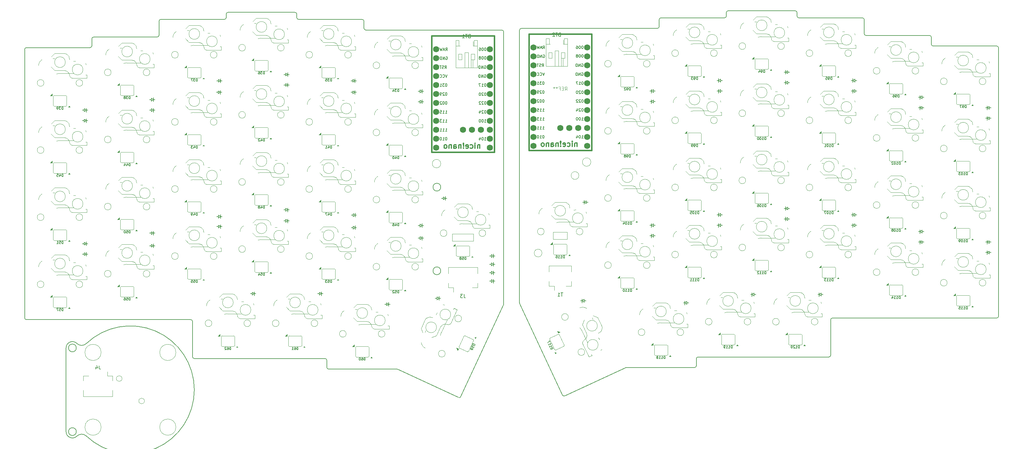
<source format=gbo>
G04 #@! TF.GenerationSoftware,KiCad,Pcbnew,9.0.3*
G04 #@! TF.CreationDate,2025-08-01T16:01:12-04:00*
G04 #@! TF.ProjectId,quartz58,71756172-747a-4353-982e-6b696361645f,rev?*
G04 #@! TF.SameCoordinates,Original*
G04 #@! TF.FileFunction,Legend,Bot*
G04 #@! TF.FilePolarity,Positive*
%FSLAX46Y46*%
G04 Gerber Fmt 4.6, Leading zero omitted, Abs format (unit mm)*
G04 Created by KiCad (PCBNEW 9.0.3) date 2025-08-01 16:01:12*
%MOMM*%
%LPD*%
G01*
G04 APERTURE LIST*
%ADD10C,0.150000*%
%ADD11C,0.100000*%
%ADD12C,0.300000*%
%ADD13C,0.120000*%
%ADD14C,0.381000*%
%ADD15C,1.752600*%
G04 #@! TA.AperFunction,Profile*
%ADD16C,0.150000*%
G04 #@! TD*
G04 #@! TA.AperFunction,Profile*
%ADD17C,0.200000*%
G04 #@! TD*
G04 #@! TA.AperFunction,Profile*
%ADD18C,0.050000*%
G04 #@! TD*
G04 #@! TA.AperFunction,Profile*
%ADD19C,0.100000*%
G04 #@! TD*
G04 #@! TA.AperFunction,Profile*
%ADD20C,0.120000*%
G04 #@! TD*
G04 APERTURE END LIST*
D10*
X275210442Y-113048577D02*
X275210442Y-112348577D01*
X275210442Y-112348577D02*
X275043775Y-112348577D01*
X275043775Y-112348577D02*
X274943775Y-112381910D01*
X274943775Y-112381910D02*
X274877109Y-112448577D01*
X274877109Y-112448577D02*
X274843775Y-112515244D01*
X274843775Y-112515244D02*
X274810442Y-112648577D01*
X274810442Y-112648577D02*
X274810442Y-112748577D01*
X274810442Y-112748577D02*
X274843775Y-112881910D01*
X274843775Y-112881910D02*
X274877109Y-112948577D01*
X274877109Y-112948577D02*
X274943775Y-113015244D01*
X274943775Y-113015244D02*
X275043775Y-113048577D01*
X275043775Y-113048577D02*
X275210442Y-113048577D01*
X274143775Y-113048577D02*
X274543775Y-113048577D01*
X274343775Y-113048577D02*
X274343775Y-112348577D01*
X274343775Y-112348577D02*
X274410442Y-112448577D01*
X274410442Y-112448577D02*
X274477109Y-112515244D01*
X274477109Y-112515244D02*
X274543775Y-112548577D01*
X273710442Y-112348577D02*
X273643775Y-112348577D01*
X273643775Y-112348577D02*
X273577108Y-112381910D01*
X273577108Y-112381910D02*
X273543775Y-112415244D01*
X273543775Y-112415244D02*
X273510442Y-112481910D01*
X273510442Y-112481910D02*
X273477108Y-112615244D01*
X273477108Y-112615244D02*
X273477108Y-112781910D01*
X273477108Y-112781910D02*
X273510442Y-112915244D01*
X273510442Y-112915244D02*
X273543775Y-112981910D01*
X273543775Y-112981910D02*
X273577108Y-113015244D01*
X273577108Y-113015244D02*
X273643775Y-113048577D01*
X273643775Y-113048577D02*
X273710442Y-113048577D01*
X273710442Y-113048577D02*
X273777108Y-113015244D01*
X273777108Y-113015244D02*
X273810442Y-112981910D01*
X273810442Y-112981910D02*
X273843775Y-112915244D01*
X273843775Y-112915244D02*
X273877108Y-112781910D01*
X273877108Y-112781910D02*
X273877108Y-112615244D01*
X273877108Y-112615244D02*
X273843775Y-112481910D01*
X273843775Y-112481910D02*
X273810442Y-112415244D01*
X273810442Y-112415244D02*
X273777108Y-112381910D01*
X273777108Y-112381910D02*
X273710442Y-112348577D01*
X272810441Y-113048577D02*
X273210441Y-113048577D01*
X273010441Y-113048577D02*
X273010441Y-112348577D01*
X273010441Y-112348577D02*
X273077108Y-112448577D01*
X273077108Y-112448577D02*
X273143775Y-112515244D01*
X273143775Y-112515244D02*
X273210441Y-112548577D01*
X256160442Y-130098577D02*
X256160442Y-129398577D01*
X256160442Y-129398577D02*
X255993775Y-129398577D01*
X255993775Y-129398577D02*
X255893775Y-129431910D01*
X255893775Y-129431910D02*
X255827109Y-129498577D01*
X255827109Y-129498577D02*
X255793775Y-129565244D01*
X255793775Y-129565244D02*
X255760442Y-129698577D01*
X255760442Y-129698577D02*
X255760442Y-129798577D01*
X255760442Y-129798577D02*
X255793775Y-129931910D01*
X255793775Y-129931910D02*
X255827109Y-129998577D01*
X255827109Y-129998577D02*
X255893775Y-130065244D01*
X255893775Y-130065244D02*
X255993775Y-130098577D01*
X255993775Y-130098577D02*
X256160442Y-130098577D01*
X255093775Y-130098577D02*
X255493775Y-130098577D01*
X255293775Y-130098577D02*
X255293775Y-129398577D01*
X255293775Y-129398577D02*
X255360442Y-129498577D01*
X255360442Y-129498577D02*
X255427109Y-129565244D01*
X255427109Y-129565244D02*
X255493775Y-129598577D01*
X254660442Y-129398577D02*
X254593775Y-129398577D01*
X254593775Y-129398577D02*
X254527108Y-129431910D01*
X254527108Y-129431910D02*
X254493775Y-129465244D01*
X254493775Y-129465244D02*
X254460442Y-129531910D01*
X254460442Y-129531910D02*
X254427108Y-129665244D01*
X254427108Y-129665244D02*
X254427108Y-129831910D01*
X254427108Y-129831910D02*
X254460442Y-129965244D01*
X254460442Y-129965244D02*
X254493775Y-130031910D01*
X254493775Y-130031910D02*
X254527108Y-130065244D01*
X254527108Y-130065244D02*
X254593775Y-130098577D01*
X254593775Y-130098577D02*
X254660442Y-130098577D01*
X254660442Y-130098577D02*
X254727108Y-130065244D01*
X254727108Y-130065244D02*
X254760442Y-130031910D01*
X254760442Y-130031910D02*
X254793775Y-129965244D01*
X254793775Y-129965244D02*
X254827108Y-129831910D01*
X254827108Y-129831910D02*
X254827108Y-129665244D01*
X254827108Y-129665244D02*
X254793775Y-129531910D01*
X254793775Y-129531910D02*
X254760442Y-129465244D01*
X254760442Y-129465244D02*
X254727108Y-129431910D01*
X254727108Y-129431910D02*
X254660442Y-129398577D01*
X253827108Y-129398577D02*
X253960441Y-129398577D01*
X253960441Y-129398577D02*
X254027108Y-129431910D01*
X254027108Y-129431910D02*
X254060441Y-129465244D01*
X254060441Y-129465244D02*
X254127108Y-129565244D01*
X254127108Y-129565244D02*
X254160441Y-129698577D01*
X254160441Y-129698577D02*
X254160441Y-129965244D01*
X254160441Y-129965244D02*
X254127108Y-130031910D01*
X254127108Y-130031910D02*
X254093775Y-130065244D01*
X254093775Y-130065244D02*
X254027108Y-130098577D01*
X254027108Y-130098577D02*
X253893775Y-130098577D01*
X253893775Y-130098577D02*
X253827108Y-130065244D01*
X253827108Y-130065244D02*
X253793775Y-130031910D01*
X253793775Y-130031910D02*
X253760441Y-129965244D01*
X253760441Y-129965244D02*
X253760441Y-129798577D01*
X253760441Y-129798577D02*
X253793775Y-129731910D01*
X253793775Y-129731910D02*
X253827108Y-129698577D01*
X253827108Y-129698577D02*
X253893775Y-129665244D01*
X253893775Y-129665244D02*
X254027108Y-129665244D01*
X254027108Y-129665244D02*
X254093775Y-129698577D01*
X254093775Y-129698577D02*
X254127108Y-129731910D01*
X254127108Y-129731910D02*
X254160441Y-129798577D01*
X275210442Y-151148577D02*
X275210442Y-150448577D01*
X275210442Y-150448577D02*
X275043775Y-150448577D01*
X275043775Y-150448577D02*
X274943775Y-150481910D01*
X274943775Y-150481910D02*
X274877109Y-150548577D01*
X274877109Y-150548577D02*
X274843775Y-150615244D01*
X274843775Y-150615244D02*
X274810442Y-150748577D01*
X274810442Y-150748577D02*
X274810442Y-150848577D01*
X274810442Y-150848577D02*
X274843775Y-150981910D01*
X274843775Y-150981910D02*
X274877109Y-151048577D01*
X274877109Y-151048577D02*
X274943775Y-151115244D01*
X274943775Y-151115244D02*
X275043775Y-151148577D01*
X275043775Y-151148577D02*
X275210442Y-151148577D01*
X274143775Y-151148577D02*
X274543775Y-151148577D01*
X274343775Y-151148577D02*
X274343775Y-150448577D01*
X274343775Y-150448577D02*
X274410442Y-150548577D01*
X274410442Y-150548577D02*
X274477109Y-150615244D01*
X274477109Y-150615244D02*
X274543775Y-150648577D01*
X273477108Y-151148577D02*
X273877108Y-151148577D01*
X273677108Y-151148577D02*
X273677108Y-150448577D01*
X273677108Y-150448577D02*
X273743775Y-150548577D01*
X273743775Y-150548577D02*
X273810442Y-150615244D01*
X273810442Y-150615244D02*
X273877108Y-150648577D01*
X273243775Y-150448577D02*
X272810441Y-150448577D01*
X272810441Y-150448577D02*
X273043775Y-150715244D01*
X273043775Y-150715244D02*
X272943775Y-150715244D01*
X272943775Y-150715244D02*
X272877108Y-150748577D01*
X272877108Y-150748577D02*
X272843775Y-150781910D01*
X272843775Y-150781910D02*
X272810441Y-150848577D01*
X272810441Y-150848577D02*
X272810441Y-151015244D01*
X272810441Y-151015244D02*
X272843775Y-151081910D01*
X272843775Y-151081910D02*
X272877108Y-151115244D01*
X272877108Y-151115244D02*
X272943775Y-151148577D01*
X272943775Y-151148577D02*
X273143775Y-151148577D01*
X273143775Y-151148577D02*
X273210441Y-151115244D01*
X273210441Y-151115244D02*
X273243775Y-151081910D01*
X274877109Y-93998577D02*
X274877109Y-93298577D01*
X274877109Y-93298577D02*
X274710442Y-93298577D01*
X274710442Y-93298577D02*
X274610442Y-93331910D01*
X274610442Y-93331910D02*
X274543776Y-93398577D01*
X274543776Y-93398577D02*
X274510442Y-93465244D01*
X274510442Y-93465244D02*
X274477109Y-93598577D01*
X274477109Y-93598577D02*
X274477109Y-93698577D01*
X274477109Y-93698577D02*
X274510442Y-93831910D01*
X274510442Y-93831910D02*
X274543776Y-93898577D01*
X274543776Y-93898577D02*
X274610442Y-93965244D01*
X274610442Y-93965244D02*
X274710442Y-93998577D01*
X274710442Y-93998577D02*
X274877109Y-93998577D01*
X274143776Y-93998577D02*
X274010442Y-93998577D01*
X274010442Y-93998577D02*
X273943776Y-93965244D01*
X273943776Y-93965244D02*
X273910442Y-93931910D01*
X273910442Y-93931910D02*
X273843776Y-93831910D01*
X273843776Y-93831910D02*
X273810442Y-93698577D01*
X273810442Y-93698577D02*
X273810442Y-93431910D01*
X273810442Y-93431910D02*
X273843776Y-93365244D01*
X273843776Y-93365244D02*
X273877109Y-93331910D01*
X273877109Y-93331910D02*
X273943776Y-93298577D01*
X273943776Y-93298577D02*
X274077109Y-93298577D01*
X274077109Y-93298577D02*
X274143776Y-93331910D01*
X274143776Y-93331910D02*
X274177109Y-93365244D01*
X274177109Y-93365244D02*
X274210442Y-93431910D01*
X274210442Y-93431910D02*
X274210442Y-93598577D01*
X274210442Y-93598577D02*
X274177109Y-93665244D01*
X274177109Y-93665244D02*
X274143776Y-93698577D01*
X274143776Y-93698577D02*
X274077109Y-93731910D01*
X274077109Y-93731910D02*
X273943776Y-93731910D01*
X273943776Y-93731910D02*
X273877109Y-93698577D01*
X273877109Y-93698577D02*
X273843776Y-93665244D01*
X273843776Y-93665244D02*
X273810442Y-93598577D01*
X273177109Y-93298577D02*
X273510442Y-93298577D01*
X273510442Y-93298577D02*
X273543775Y-93631910D01*
X273543775Y-93631910D02*
X273510442Y-93598577D01*
X273510442Y-93598577D02*
X273443775Y-93565244D01*
X273443775Y-93565244D02*
X273277109Y-93565244D01*
X273277109Y-93565244D02*
X273210442Y-93598577D01*
X273210442Y-93598577D02*
X273177109Y-93631910D01*
X273177109Y-93631910D02*
X273143775Y-93698577D01*
X273143775Y-93698577D02*
X273143775Y-93865244D01*
X273143775Y-93865244D02*
X273177109Y-93931910D01*
X273177109Y-93931910D02*
X273210442Y-93965244D01*
X273210442Y-93965244D02*
X273277109Y-93998577D01*
X273277109Y-93998577D02*
X273443775Y-93998577D01*
X273443775Y-93998577D02*
X273510442Y-93965244D01*
X273510442Y-93965244D02*
X273543775Y-93931910D01*
X236777109Y-93998577D02*
X236777109Y-93298577D01*
X236777109Y-93298577D02*
X236610442Y-93298577D01*
X236610442Y-93298577D02*
X236510442Y-93331910D01*
X236510442Y-93331910D02*
X236443776Y-93398577D01*
X236443776Y-93398577D02*
X236410442Y-93465244D01*
X236410442Y-93465244D02*
X236377109Y-93598577D01*
X236377109Y-93598577D02*
X236377109Y-93698577D01*
X236377109Y-93698577D02*
X236410442Y-93831910D01*
X236410442Y-93831910D02*
X236443776Y-93898577D01*
X236443776Y-93898577D02*
X236510442Y-93965244D01*
X236510442Y-93965244D02*
X236610442Y-93998577D01*
X236610442Y-93998577D02*
X236777109Y-93998577D01*
X236043776Y-93998577D02*
X235910442Y-93998577D01*
X235910442Y-93998577D02*
X235843776Y-93965244D01*
X235843776Y-93965244D02*
X235810442Y-93931910D01*
X235810442Y-93931910D02*
X235743776Y-93831910D01*
X235743776Y-93831910D02*
X235710442Y-93698577D01*
X235710442Y-93698577D02*
X235710442Y-93431910D01*
X235710442Y-93431910D02*
X235743776Y-93365244D01*
X235743776Y-93365244D02*
X235777109Y-93331910D01*
X235777109Y-93331910D02*
X235843776Y-93298577D01*
X235843776Y-93298577D02*
X235977109Y-93298577D01*
X235977109Y-93298577D02*
X236043776Y-93331910D01*
X236043776Y-93331910D02*
X236077109Y-93365244D01*
X236077109Y-93365244D02*
X236110442Y-93431910D01*
X236110442Y-93431910D02*
X236110442Y-93598577D01*
X236110442Y-93598577D02*
X236077109Y-93665244D01*
X236077109Y-93665244D02*
X236043776Y-93698577D01*
X236043776Y-93698577D02*
X235977109Y-93731910D01*
X235977109Y-93731910D02*
X235843776Y-93731910D01*
X235843776Y-93731910D02*
X235777109Y-93698577D01*
X235777109Y-93698577D02*
X235743776Y-93665244D01*
X235743776Y-93665244D02*
X235710442Y-93598577D01*
X235477109Y-93298577D02*
X235043775Y-93298577D01*
X235043775Y-93298577D02*
X235277109Y-93565244D01*
X235277109Y-93565244D02*
X235177109Y-93565244D01*
X235177109Y-93565244D02*
X235110442Y-93598577D01*
X235110442Y-93598577D02*
X235077109Y-93631910D01*
X235077109Y-93631910D02*
X235043775Y-93698577D01*
X235043775Y-93698577D02*
X235043775Y-93865244D01*
X235043775Y-93865244D02*
X235077109Y-93931910D01*
X235077109Y-93931910D02*
X235110442Y-93965244D01*
X235110442Y-93965244D02*
X235177109Y-93998577D01*
X235177109Y-93998577D02*
X235377109Y-93998577D01*
X235377109Y-93998577D02*
X235443775Y-93965244D01*
X235443775Y-93965244D02*
X235477109Y-93931910D01*
X198589013Y-154482363D02*
X198017585Y-154482363D01*
X198303299Y-155482363D02*
X198303299Y-154482363D01*
X197160442Y-155482363D02*
X197731870Y-155482363D01*
X197446156Y-155482363D02*
X197446156Y-154482363D01*
X197446156Y-154482363D02*
X197541394Y-154625220D01*
X197541394Y-154625220D02*
X197636632Y-154720458D01*
X197636632Y-154720458D02*
X197731870Y-154768077D01*
X199010442Y-144623577D02*
X199010442Y-143923577D01*
X199010442Y-143923577D02*
X198843775Y-143923577D01*
X198843775Y-143923577D02*
X198743775Y-143956910D01*
X198743775Y-143956910D02*
X198677109Y-144023577D01*
X198677109Y-144023577D02*
X198643775Y-144090244D01*
X198643775Y-144090244D02*
X198610442Y-144223577D01*
X198610442Y-144223577D02*
X198610442Y-144323577D01*
X198610442Y-144323577D02*
X198643775Y-144456910D01*
X198643775Y-144456910D02*
X198677109Y-144523577D01*
X198677109Y-144523577D02*
X198743775Y-144590244D01*
X198743775Y-144590244D02*
X198843775Y-144623577D01*
X198843775Y-144623577D02*
X199010442Y-144623577D01*
X197943775Y-144623577D02*
X198343775Y-144623577D01*
X198143775Y-144623577D02*
X198143775Y-143923577D01*
X198143775Y-143923577D02*
X198210442Y-144023577D01*
X198210442Y-144023577D02*
X198277109Y-144090244D01*
X198277109Y-144090244D02*
X198343775Y-144123577D01*
X197277108Y-144623577D02*
X197677108Y-144623577D01*
X197477108Y-144623577D02*
X197477108Y-143923577D01*
X197477108Y-143923577D02*
X197543775Y-144023577D01*
X197543775Y-144023577D02*
X197610442Y-144090244D01*
X197610442Y-144090244D02*
X197677108Y-144123577D01*
X196677108Y-143923577D02*
X196810441Y-143923577D01*
X196810441Y-143923577D02*
X196877108Y-143956910D01*
X196877108Y-143956910D02*
X196910441Y-143990244D01*
X196910441Y-143990244D02*
X196977108Y-144090244D01*
X196977108Y-144090244D02*
X197010441Y-144223577D01*
X197010441Y-144223577D02*
X197010441Y-144490244D01*
X197010441Y-144490244D02*
X196977108Y-144556910D01*
X196977108Y-144556910D02*
X196943775Y-144590244D01*
X196943775Y-144590244D02*
X196877108Y-144623577D01*
X196877108Y-144623577D02*
X196743775Y-144623577D01*
X196743775Y-144623577D02*
X196677108Y-144590244D01*
X196677108Y-144590244D02*
X196643775Y-144556910D01*
X196643775Y-144556910D02*
X196610441Y-144490244D01*
X196610441Y-144490244D02*
X196610441Y-144323577D01*
X196610441Y-144323577D02*
X196643775Y-144256910D01*
X196643775Y-144256910D02*
X196677108Y-144223577D01*
X196677108Y-144223577D02*
X196743775Y-144190244D01*
X196743775Y-144190244D02*
X196877108Y-144190244D01*
X196877108Y-144190244D02*
X196943775Y-144223577D01*
X196943775Y-144223577D02*
X196977108Y-144256910D01*
X196977108Y-144256910D02*
X197010441Y-144323577D01*
X255827109Y-91998577D02*
X255827109Y-91298577D01*
X255827109Y-91298577D02*
X255660442Y-91298577D01*
X255660442Y-91298577D02*
X255560442Y-91331910D01*
X255560442Y-91331910D02*
X255493776Y-91398577D01*
X255493776Y-91398577D02*
X255460442Y-91465244D01*
X255460442Y-91465244D02*
X255427109Y-91598577D01*
X255427109Y-91598577D02*
X255427109Y-91698577D01*
X255427109Y-91698577D02*
X255460442Y-91831910D01*
X255460442Y-91831910D02*
X255493776Y-91898577D01*
X255493776Y-91898577D02*
X255560442Y-91965244D01*
X255560442Y-91965244D02*
X255660442Y-91998577D01*
X255660442Y-91998577D02*
X255827109Y-91998577D01*
X255093776Y-91998577D02*
X254960442Y-91998577D01*
X254960442Y-91998577D02*
X254893776Y-91965244D01*
X254893776Y-91965244D02*
X254860442Y-91931910D01*
X254860442Y-91931910D02*
X254793776Y-91831910D01*
X254793776Y-91831910D02*
X254760442Y-91698577D01*
X254760442Y-91698577D02*
X254760442Y-91431910D01*
X254760442Y-91431910D02*
X254793776Y-91365244D01*
X254793776Y-91365244D02*
X254827109Y-91331910D01*
X254827109Y-91331910D02*
X254893776Y-91298577D01*
X254893776Y-91298577D02*
X255027109Y-91298577D01*
X255027109Y-91298577D02*
X255093776Y-91331910D01*
X255093776Y-91331910D02*
X255127109Y-91365244D01*
X255127109Y-91365244D02*
X255160442Y-91431910D01*
X255160442Y-91431910D02*
X255160442Y-91598577D01*
X255160442Y-91598577D02*
X255127109Y-91665244D01*
X255127109Y-91665244D02*
X255093776Y-91698577D01*
X255093776Y-91698577D02*
X255027109Y-91731910D01*
X255027109Y-91731910D02*
X254893776Y-91731910D01*
X254893776Y-91731910D02*
X254827109Y-91698577D01*
X254827109Y-91698577D02*
X254793776Y-91665244D01*
X254793776Y-91665244D02*
X254760442Y-91598577D01*
X254160442Y-91531910D02*
X254160442Y-91998577D01*
X254327109Y-91265244D02*
X254493775Y-91765244D01*
X254493775Y-91765244D02*
X254060442Y-91765244D01*
X227585442Y-173198577D02*
X227585442Y-172498577D01*
X227585442Y-172498577D02*
X227418775Y-172498577D01*
X227418775Y-172498577D02*
X227318775Y-172531910D01*
X227318775Y-172531910D02*
X227252109Y-172598577D01*
X227252109Y-172598577D02*
X227218775Y-172665244D01*
X227218775Y-172665244D02*
X227185442Y-172798577D01*
X227185442Y-172798577D02*
X227185442Y-172898577D01*
X227185442Y-172898577D02*
X227218775Y-173031910D01*
X227218775Y-173031910D02*
X227252109Y-173098577D01*
X227252109Y-173098577D02*
X227318775Y-173165244D01*
X227318775Y-173165244D02*
X227418775Y-173198577D01*
X227418775Y-173198577D02*
X227585442Y-173198577D01*
X226518775Y-173198577D02*
X226918775Y-173198577D01*
X226718775Y-173198577D02*
X226718775Y-172498577D01*
X226718775Y-172498577D02*
X226785442Y-172598577D01*
X226785442Y-172598577D02*
X226852109Y-172665244D01*
X226852109Y-172665244D02*
X226918775Y-172698577D01*
X225852108Y-173198577D02*
X226252108Y-173198577D01*
X226052108Y-173198577D02*
X226052108Y-172498577D01*
X226052108Y-172498577D02*
X226118775Y-172598577D01*
X226118775Y-172598577D02*
X226185442Y-172665244D01*
X226185442Y-172665244D02*
X226252108Y-172698577D01*
X225452108Y-172798577D02*
X225518775Y-172765244D01*
X225518775Y-172765244D02*
X225552108Y-172731910D01*
X225552108Y-172731910D02*
X225585441Y-172665244D01*
X225585441Y-172665244D02*
X225585441Y-172631910D01*
X225585441Y-172631910D02*
X225552108Y-172565244D01*
X225552108Y-172565244D02*
X225518775Y-172531910D01*
X225518775Y-172531910D02*
X225452108Y-172498577D01*
X225452108Y-172498577D02*
X225318775Y-172498577D01*
X225318775Y-172498577D02*
X225252108Y-172531910D01*
X225252108Y-172531910D02*
X225218775Y-172565244D01*
X225218775Y-172565244D02*
X225185441Y-172631910D01*
X225185441Y-172631910D02*
X225185441Y-172665244D01*
X225185441Y-172665244D02*
X225218775Y-172731910D01*
X225218775Y-172731910D02*
X225252108Y-172765244D01*
X225252108Y-172765244D02*
X225318775Y-172798577D01*
X225318775Y-172798577D02*
X225452108Y-172798577D01*
X225452108Y-172798577D02*
X225518775Y-172831910D01*
X225518775Y-172831910D02*
X225552108Y-172865244D01*
X225552108Y-172865244D02*
X225585441Y-172931910D01*
X225585441Y-172931910D02*
X225585441Y-173065244D01*
X225585441Y-173065244D02*
X225552108Y-173131910D01*
X225552108Y-173131910D02*
X225518775Y-173165244D01*
X225518775Y-173165244D02*
X225452108Y-173198577D01*
X225452108Y-173198577D02*
X225318775Y-173198577D01*
X225318775Y-173198577D02*
X225252108Y-173165244D01*
X225252108Y-173165244D02*
X225218775Y-173131910D01*
X225218775Y-173131910D02*
X225185441Y-173065244D01*
X225185441Y-173065244D02*
X225185441Y-172931910D01*
X225185441Y-172931910D02*
X225218775Y-172865244D01*
X225218775Y-172865244D02*
X225252108Y-172831910D01*
X225252108Y-172831910D02*
X225318775Y-172798577D01*
X217727109Y-96998577D02*
X217727109Y-96298577D01*
X217727109Y-96298577D02*
X217560442Y-96298577D01*
X217560442Y-96298577D02*
X217460442Y-96331910D01*
X217460442Y-96331910D02*
X217393776Y-96398577D01*
X217393776Y-96398577D02*
X217360442Y-96465244D01*
X217360442Y-96465244D02*
X217327109Y-96598577D01*
X217327109Y-96598577D02*
X217327109Y-96698577D01*
X217327109Y-96698577D02*
X217360442Y-96831910D01*
X217360442Y-96831910D02*
X217393776Y-96898577D01*
X217393776Y-96898577D02*
X217460442Y-96965244D01*
X217460442Y-96965244D02*
X217560442Y-96998577D01*
X217560442Y-96998577D02*
X217727109Y-96998577D01*
X216993776Y-96998577D02*
X216860442Y-96998577D01*
X216860442Y-96998577D02*
X216793776Y-96965244D01*
X216793776Y-96965244D02*
X216760442Y-96931910D01*
X216760442Y-96931910D02*
X216693776Y-96831910D01*
X216693776Y-96831910D02*
X216660442Y-96698577D01*
X216660442Y-96698577D02*
X216660442Y-96431910D01*
X216660442Y-96431910D02*
X216693776Y-96365244D01*
X216693776Y-96365244D02*
X216727109Y-96331910D01*
X216727109Y-96331910D02*
X216793776Y-96298577D01*
X216793776Y-96298577D02*
X216927109Y-96298577D01*
X216927109Y-96298577D02*
X216993776Y-96331910D01*
X216993776Y-96331910D02*
X217027109Y-96365244D01*
X217027109Y-96365244D02*
X217060442Y-96431910D01*
X217060442Y-96431910D02*
X217060442Y-96598577D01*
X217060442Y-96598577D02*
X217027109Y-96665244D01*
X217027109Y-96665244D02*
X216993776Y-96698577D01*
X216993776Y-96698577D02*
X216927109Y-96731910D01*
X216927109Y-96731910D02*
X216793776Y-96731910D01*
X216793776Y-96731910D02*
X216727109Y-96698577D01*
X216727109Y-96698577D02*
X216693776Y-96665244D01*
X216693776Y-96665244D02*
X216660442Y-96598577D01*
X216393775Y-96365244D02*
X216360442Y-96331910D01*
X216360442Y-96331910D02*
X216293775Y-96298577D01*
X216293775Y-96298577D02*
X216127109Y-96298577D01*
X216127109Y-96298577D02*
X216060442Y-96331910D01*
X216060442Y-96331910D02*
X216027109Y-96365244D01*
X216027109Y-96365244D02*
X215993775Y-96431910D01*
X215993775Y-96431910D02*
X215993775Y-96498577D01*
X215993775Y-96498577D02*
X216027109Y-96598577D01*
X216027109Y-96598577D02*
X216427109Y-96998577D01*
X216427109Y-96998577D02*
X215993775Y-96998577D01*
X313310442Y-159148577D02*
X313310442Y-158448577D01*
X313310442Y-158448577D02*
X313143775Y-158448577D01*
X313143775Y-158448577D02*
X313043775Y-158481910D01*
X313043775Y-158481910D02*
X312977109Y-158548577D01*
X312977109Y-158548577D02*
X312943775Y-158615244D01*
X312943775Y-158615244D02*
X312910442Y-158748577D01*
X312910442Y-158748577D02*
X312910442Y-158848577D01*
X312910442Y-158848577D02*
X312943775Y-158981910D01*
X312943775Y-158981910D02*
X312977109Y-159048577D01*
X312977109Y-159048577D02*
X313043775Y-159115244D01*
X313043775Y-159115244D02*
X313143775Y-159148577D01*
X313143775Y-159148577D02*
X313310442Y-159148577D01*
X312243775Y-159148577D02*
X312643775Y-159148577D01*
X312443775Y-159148577D02*
X312443775Y-158448577D01*
X312443775Y-158448577D02*
X312510442Y-158548577D01*
X312510442Y-158548577D02*
X312577109Y-158615244D01*
X312577109Y-158615244D02*
X312643775Y-158648577D01*
X311577108Y-159148577D02*
X311977108Y-159148577D01*
X311777108Y-159148577D02*
X311777108Y-158448577D01*
X311777108Y-158448577D02*
X311843775Y-158548577D01*
X311843775Y-158548577D02*
X311910442Y-158615244D01*
X311910442Y-158615244D02*
X311977108Y-158648577D01*
X310943775Y-158448577D02*
X311277108Y-158448577D01*
X311277108Y-158448577D02*
X311310441Y-158781910D01*
X311310441Y-158781910D02*
X311277108Y-158748577D01*
X311277108Y-158748577D02*
X311210441Y-158715244D01*
X311210441Y-158715244D02*
X311043775Y-158715244D01*
X311043775Y-158715244D02*
X310977108Y-158748577D01*
X310977108Y-158748577D02*
X310943775Y-158781910D01*
X310943775Y-158781910D02*
X310910441Y-158848577D01*
X310910441Y-158848577D02*
X310910441Y-159015244D01*
X310910441Y-159015244D02*
X310943775Y-159081910D01*
X310943775Y-159081910D02*
X310977108Y-159115244D01*
X310977108Y-159115244D02*
X311043775Y-159148577D01*
X311043775Y-159148577D02*
X311210441Y-159148577D01*
X311210441Y-159148577D02*
X311277108Y-159115244D01*
X311277108Y-159115244D02*
X311310441Y-159081910D01*
X256160442Y-149148577D02*
X256160442Y-148448577D01*
X256160442Y-148448577D02*
X255993775Y-148448577D01*
X255993775Y-148448577D02*
X255893775Y-148481910D01*
X255893775Y-148481910D02*
X255827109Y-148548577D01*
X255827109Y-148548577D02*
X255793775Y-148615244D01*
X255793775Y-148615244D02*
X255760442Y-148748577D01*
X255760442Y-148748577D02*
X255760442Y-148848577D01*
X255760442Y-148848577D02*
X255793775Y-148981910D01*
X255793775Y-148981910D02*
X255827109Y-149048577D01*
X255827109Y-149048577D02*
X255893775Y-149115244D01*
X255893775Y-149115244D02*
X255993775Y-149148577D01*
X255993775Y-149148577D02*
X256160442Y-149148577D01*
X255093775Y-149148577D02*
X255493775Y-149148577D01*
X255293775Y-149148577D02*
X255293775Y-148448577D01*
X255293775Y-148448577D02*
X255360442Y-148548577D01*
X255360442Y-148548577D02*
X255427109Y-148615244D01*
X255427109Y-148615244D02*
X255493775Y-148648577D01*
X254427108Y-149148577D02*
X254827108Y-149148577D01*
X254627108Y-149148577D02*
X254627108Y-148448577D01*
X254627108Y-148448577D02*
X254693775Y-148548577D01*
X254693775Y-148548577D02*
X254760442Y-148615244D01*
X254760442Y-148615244D02*
X254827108Y-148648577D01*
X254160441Y-148515244D02*
X254127108Y-148481910D01*
X254127108Y-148481910D02*
X254060441Y-148448577D01*
X254060441Y-148448577D02*
X253893775Y-148448577D01*
X253893775Y-148448577D02*
X253827108Y-148481910D01*
X253827108Y-148481910D02*
X253793775Y-148515244D01*
X253793775Y-148515244D02*
X253760441Y-148581910D01*
X253760441Y-148581910D02*
X253760441Y-148648577D01*
X253760441Y-148648577D02*
X253793775Y-148748577D01*
X253793775Y-148748577D02*
X254193775Y-149148577D01*
X254193775Y-149148577D02*
X253760441Y-149148577D01*
X236777109Y-113048577D02*
X236777109Y-112348577D01*
X236777109Y-112348577D02*
X236610442Y-112348577D01*
X236610442Y-112348577D02*
X236510442Y-112381910D01*
X236510442Y-112381910D02*
X236443776Y-112448577D01*
X236443776Y-112448577D02*
X236410442Y-112515244D01*
X236410442Y-112515244D02*
X236377109Y-112648577D01*
X236377109Y-112648577D02*
X236377109Y-112748577D01*
X236377109Y-112748577D02*
X236410442Y-112881910D01*
X236410442Y-112881910D02*
X236443776Y-112948577D01*
X236443776Y-112948577D02*
X236510442Y-113015244D01*
X236510442Y-113015244D02*
X236610442Y-113048577D01*
X236610442Y-113048577D02*
X236777109Y-113048577D01*
X236043776Y-113048577D02*
X235910442Y-113048577D01*
X235910442Y-113048577D02*
X235843776Y-113015244D01*
X235843776Y-113015244D02*
X235810442Y-112981910D01*
X235810442Y-112981910D02*
X235743776Y-112881910D01*
X235743776Y-112881910D02*
X235710442Y-112748577D01*
X235710442Y-112748577D02*
X235710442Y-112481910D01*
X235710442Y-112481910D02*
X235743776Y-112415244D01*
X235743776Y-112415244D02*
X235777109Y-112381910D01*
X235777109Y-112381910D02*
X235843776Y-112348577D01*
X235843776Y-112348577D02*
X235977109Y-112348577D01*
X235977109Y-112348577D02*
X236043776Y-112381910D01*
X236043776Y-112381910D02*
X236077109Y-112415244D01*
X236077109Y-112415244D02*
X236110442Y-112481910D01*
X236110442Y-112481910D02*
X236110442Y-112648577D01*
X236110442Y-112648577D02*
X236077109Y-112715244D01*
X236077109Y-112715244D02*
X236043776Y-112748577D01*
X236043776Y-112748577D02*
X235977109Y-112781910D01*
X235977109Y-112781910D02*
X235843776Y-112781910D01*
X235843776Y-112781910D02*
X235777109Y-112748577D01*
X235777109Y-112748577D02*
X235743776Y-112715244D01*
X235743776Y-112715244D02*
X235710442Y-112648577D01*
X235377109Y-113048577D02*
X235243775Y-113048577D01*
X235243775Y-113048577D02*
X235177109Y-113015244D01*
X235177109Y-113015244D02*
X235143775Y-112981910D01*
X235143775Y-112981910D02*
X235077109Y-112881910D01*
X235077109Y-112881910D02*
X235043775Y-112748577D01*
X235043775Y-112748577D02*
X235043775Y-112481910D01*
X235043775Y-112481910D02*
X235077109Y-112415244D01*
X235077109Y-112415244D02*
X235110442Y-112381910D01*
X235110442Y-112381910D02*
X235177109Y-112348577D01*
X235177109Y-112348577D02*
X235310442Y-112348577D01*
X235310442Y-112348577D02*
X235377109Y-112381910D01*
X235377109Y-112381910D02*
X235410442Y-112415244D01*
X235410442Y-112415244D02*
X235443775Y-112481910D01*
X235443775Y-112481910D02*
X235443775Y-112648577D01*
X235443775Y-112648577D02*
X235410442Y-112715244D01*
X235410442Y-112715244D02*
X235377109Y-112748577D01*
X235377109Y-112748577D02*
X235310442Y-112781910D01*
X235310442Y-112781910D02*
X235177109Y-112781910D01*
X235177109Y-112781910D02*
X235110442Y-112748577D01*
X235110442Y-112748577D02*
X235077109Y-112715244D01*
X235077109Y-112715244D02*
X235043775Y-112648577D01*
X312977109Y-101998577D02*
X312977109Y-101298577D01*
X312977109Y-101298577D02*
X312810442Y-101298577D01*
X312810442Y-101298577D02*
X312710442Y-101331910D01*
X312710442Y-101331910D02*
X312643776Y-101398577D01*
X312643776Y-101398577D02*
X312610442Y-101465244D01*
X312610442Y-101465244D02*
X312577109Y-101598577D01*
X312577109Y-101598577D02*
X312577109Y-101698577D01*
X312577109Y-101698577D02*
X312610442Y-101831910D01*
X312610442Y-101831910D02*
X312643776Y-101898577D01*
X312643776Y-101898577D02*
X312710442Y-101965244D01*
X312710442Y-101965244D02*
X312810442Y-101998577D01*
X312810442Y-101998577D02*
X312977109Y-101998577D01*
X312243776Y-101998577D02*
X312110442Y-101998577D01*
X312110442Y-101998577D02*
X312043776Y-101965244D01*
X312043776Y-101965244D02*
X312010442Y-101931910D01*
X312010442Y-101931910D02*
X311943776Y-101831910D01*
X311943776Y-101831910D02*
X311910442Y-101698577D01*
X311910442Y-101698577D02*
X311910442Y-101431910D01*
X311910442Y-101431910D02*
X311943776Y-101365244D01*
X311943776Y-101365244D02*
X311977109Y-101331910D01*
X311977109Y-101331910D02*
X312043776Y-101298577D01*
X312043776Y-101298577D02*
X312177109Y-101298577D01*
X312177109Y-101298577D02*
X312243776Y-101331910D01*
X312243776Y-101331910D02*
X312277109Y-101365244D01*
X312277109Y-101365244D02*
X312310442Y-101431910D01*
X312310442Y-101431910D02*
X312310442Y-101598577D01*
X312310442Y-101598577D02*
X312277109Y-101665244D01*
X312277109Y-101665244D02*
X312243776Y-101698577D01*
X312243776Y-101698577D02*
X312177109Y-101731910D01*
X312177109Y-101731910D02*
X312043776Y-101731910D01*
X312043776Y-101731910D02*
X311977109Y-101698577D01*
X311977109Y-101698577D02*
X311943776Y-101665244D01*
X311943776Y-101665244D02*
X311910442Y-101598577D01*
X311677109Y-101298577D02*
X311210442Y-101298577D01*
X311210442Y-101298577D02*
X311510442Y-101998577D01*
D11*
X199160442Y-97084963D02*
X199493775Y-96608772D01*
X199731870Y-97084963D02*
X199731870Y-96084963D01*
X199731870Y-96084963D02*
X199350918Y-96084963D01*
X199350918Y-96084963D02*
X199255680Y-96132582D01*
X199255680Y-96132582D02*
X199208061Y-96180201D01*
X199208061Y-96180201D02*
X199160442Y-96275439D01*
X199160442Y-96275439D02*
X199160442Y-96418296D01*
X199160442Y-96418296D02*
X199208061Y-96513534D01*
X199208061Y-96513534D02*
X199255680Y-96561153D01*
X199255680Y-96561153D02*
X199350918Y-96608772D01*
X199350918Y-96608772D02*
X199731870Y-96608772D01*
X198731870Y-96561153D02*
X198398537Y-96561153D01*
X198255680Y-97084963D02*
X198731870Y-97084963D01*
X198731870Y-97084963D02*
X198731870Y-96084963D01*
X198731870Y-96084963D02*
X198255680Y-96084963D01*
X197493775Y-96561153D02*
X197827108Y-96561153D01*
X197827108Y-97084963D02*
X197827108Y-96084963D01*
X197827108Y-96084963D02*
X197350918Y-96084963D01*
X196827108Y-96084963D02*
X196827108Y-96323058D01*
X197065203Y-96227820D02*
X196827108Y-96323058D01*
X196827108Y-96323058D02*
X196589013Y-96227820D01*
X196969965Y-96513534D02*
X196827108Y-96323058D01*
X196827108Y-96323058D02*
X196684251Y-96513534D01*
X196065203Y-96084963D02*
X196065203Y-96323058D01*
X196303298Y-96227820D02*
X196065203Y-96323058D01*
X196065203Y-96323058D02*
X195827108Y-96227820D01*
X196208060Y-96513534D02*
X196065203Y-96323058D01*
X196065203Y-96323058D02*
X195922346Y-96513534D01*
D10*
X197612823Y-81208553D02*
X197469966Y-81256172D01*
X197469966Y-81256172D02*
X197422347Y-81303791D01*
X197422347Y-81303791D02*
X197374728Y-81399029D01*
X197374728Y-81399029D02*
X197374728Y-81541886D01*
X197374728Y-81541886D02*
X197422347Y-81637124D01*
X197422347Y-81637124D02*
X197469966Y-81684744D01*
X197469966Y-81684744D02*
X197565204Y-81732363D01*
X197565204Y-81732363D02*
X197946156Y-81732363D01*
X197946156Y-81732363D02*
X197946156Y-80732363D01*
X197946156Y-80732363D02*
X197612823Y-80732363D01*
X197612823Y-80732363D02*
X197517585Y-80779982D01*
X197517585Y-80779982D02*
X197469966Y-80827601D01*
X197469966Y-80827601D02*
X197422347Y-80922839D01*
X197422347Y-80922839D02*
X197422347Y-81018077D01*
X197422347Y-81018077D02*
X197469966Y-81113315D01*
X197469966Y-81113315D02*
X197517585Y-81160934D01*
X197517585Y-81160934D02*
X197612823Y-81208553D01*
X197612823Y-81208553D02*
X197946156Y-81208553D01*
X197089013Y-80732363D02*
X196517585Y-80732363D01*
X196803299Y-81732363D02*
X196803299Y-80732363D01*
X196231870Y-80827601D02*
X196184251Y-80779982D01*
X196184251Y-80779982D02*
X196089013Y-80732363D01*
X196089013Y-80732363D02*
X195850918Y-80732363D01*
X195850918Y-80732363D02*
X195755680Y-80779982D01*
X195755680Y-80779982D02*
X195708061Y-80827601D01*
X195708061Y-80827601D02*
X195660442Y-80922839D01*
X195660442Y-80922839D02*
X195660442Y-81018077D01*
X195660442Y-81018077D02*
X195708061Y-81160934D01*
X195708061Y-81160934D02*
X196279489Y-81732363D01*
X196279489Y-81732363D02*
X195660442Y-81732363D01*
X275210442Y-132098577D02*
X275210442Y-131398577D01*
X275210442Y-131398577D02*
X275043775Y-131398577D01*
X275043775Y-131398577D02*
X274943775Y-131431910D01*
X274943775Y-131431910D02*
X274877109Y-131498577D01*
X274877109Y-131498577D02*
X274843775Y-131565244D01*
X274843775Y-131565244D02*
X274810442Y-131698577D01*
X274810442Y-131698577D02*
X274810442Y-131798577D01*
X274810442Y-131798577D02*
X274843775Y-131931910D01*
X274843775Y-131931910D02*
X274877109Y-131998577D01*
X274877109Y-131998577D02*
X274943775Y-132065244D01*
X274943775Y-132065244D02*
X275043775Y-132098577D01*
X275043775Y-132098577D02*
X275210442Y-132098577D01*
X274143775Y-132098577D02*
X274543775Y-132098577D01*
X274343775Y-132098577D02*
X274343775Y-131398577D01*
X274343775Y-131398577D02*
X274410442Y-131498577D01*
X274410442Y-131498577D02*
X274477109Y-131565244D01*
X274477109Y-131565244D02*
X274543775Y-131598577D01*
X273710442Y-131398577D02*
X273643775Y-131398577D01*
X273643775Y-131398577D02*
X273577108Y-131431910D01*
X273577108Y-131431910D02*
X273543775Y-131465244D01*
X273543775Y-131465244D02*
X273510442Y-131531910D01*
X273510442Y-131531910D02*
X273477108Y-131665244D01*
X273477108Y-131665244D02*
X273477108Y-131831910D01*
X273477108Y-131831910D02*
X273510442Y-131965244D01*
X273510442Y-131965244D02*
X273543775Y-132031910D01*
X273543775Y-132031910D02*
X273577108Y-132065244D01*
X273577108Y-132065244D02*
X273643775Y-132098577D01*
X273643775Y-132098577D02*
X273710442Y-132098577D01*
X273710442Y-132098577D02*
X273777108Y-132065244D01*
X273777108Y-132065244D02*
X273810442Y-132031910D01*
X273810442Y-132031910D02*
X273843775Y-131965244D01*
X273843775Y-131965244D02*
X273877108Y-131831910D01*
X273877108Y-131831910D02*
X273877108Y-131665244D01*
X273877108Y-131665244D02*
X273843775Y-131531910D01*
X273843775Y-131531910D02*
X273810442Y-131465244D01*
X273810442Y-131465244D02*
X273777108Y-131431910D01*
X273777108Y-131431910D02*
X273710442Y-131398577D01*
X273243775Y-131398577D02*
X272777108Y-131398577D01*
X272777108Y-131398577D02*
X273077108Y-132098577D01*
X256160442Y-111048577D02*
X256160442Y-110348577D01*
X256160442Y-110348577D02*
X255993775Y-110348577D01*
X255993775Y-110348577D02*
X255893775Y-110381910D01*
X255893775Y-110381910D02*
X255827109Y-110448577D01*
X255827109Y-110448577D02*
X255793775Y-110515244D01*
X255793775Y-110515244D02*
X255760442Y-110648577D01*
X255760442Y-110648577D02*
X255760442Y-110748577D01*
X255760442Y-110748577D02*
X255793775Y-110881910D01*
X255793775Y-110881910D02*
X255827109Y-110948577D01*
X255827109Y-110948577D02*
X255893775Y-111015244D01*
X255893775Y-111015244D02*
X255993775Y-111048577D01*
X255993775Y-111048577D02*
X256160442Y-111048577D01*
X255093775Y-111048577D02*
X255493775Y-111048577D01*
X255293775Y-111048577D02*
X255293775Y-110348577D01*
X255293775Y-110348577D02*
X255360442Y-110448577D01*
X255360442Y-110448577D02*
X255427109Y-110515244D01*
X255427109Y-110515244D02*
X255493775Y-110548577D01*
X254660442Y-110348577D02*
X254593775Y-110348577D01*
X254593775Y-110348577D02*
X254527108Y-110381910D01*
X254527108Y-110381910D02*
X254493775Y-110415244D01*
X254493775Y-110415244D02*
X254460442Y-110481910D01*
X254460442Y-110481910D02*
X254427108Y-110615244D01*
X254427108Y-110615244D02*
X254427108Y-110781910D01*
X254427108Y-110781910D02*
X254460442Y-110915244D01*
X254460442Y-110915244D02*
X254493775Y-110981910D01*
X254493775Y-110981910D02*
X254527108Y-111015244D01*
X254527108Y-111015244D02*
X254593775Y-111048577D01*
X254593775Y-111048577D02*
X254660442Y-111048577D01*
X254660442Y-111048577D02*
X254727108Y-111015244D01*
X254727108Y-111015244D02*
X254760442Y-110981910D01*
X254760442Y-110981910D02*
X254793775Y-110915244D01*
X254793775Y-110915244D02*
X254827108Y-110781910D01*
X254827108Y-110781910D02*
X254827108Y-110615244D01*
X254827108Y-110615244D02*
X254793775Y-110481910D01*
X254793775Y-110481910D02*
X254760442Y-110415244D01*
X254760442Y-110415244D02*
X254727108Y-110381910D01*
X254727108Y-110381910D02*
X254660442Y-110348577D01*
X253993775Y-110348577D02*
X253927108Y-110348577D01*
X253927108Y-110348577D02*
X253860441Y-110381910D01*
X253860441Y-110381910D02*
X253827108Y-110415244D01*
X253827108Y-110415244D02*
X253793775Y-110481910D01*
X253793775Y-110481910D02*
X253760441Y-110615244D01*
X253760441Y-110615244D02*
X253760441Y-110781910D01*
X253760441Y-110781910D02*
X253793775Y-110915244D01*
X253793775Y-110915244D02*
X253827108Y-110981910D01*
X253827108Y-110981910D02*
X253860441Y-111015244D01*
X253860441Y-111015244D02*
X253927108Y-111048577D01*
X253927108Y-111048577D02*
X253993775Y-111048577D01*
X253993775Y-111048577D02*
X254060441Y-111015244D01*
X254060441Y-111015244D02*
X254093775Y-110981910D01*
X254093775Y-110981910D02*
X254127108Y-110915244D01*
X254127108Y-110915244D02*
X254160441Y-110781910D01*
X254160441Y-110781910D02*
X254160441Y-110615244D01*
X254160441Y-110615244D02*
X254127108Y-110481910D01*
X254127108Y-110481910D02*
X254093775Y-110415244D01*
X254093775Y-110415244D02*
X254060441Y-110381910D01*
X254060441Y-110381910D02*
X253993775Y-110348577D01*
X293927109Y-98998577D02*
X293927109Y-98298577D01*
X293927109Y-98298577D02*
X293760442Y-98298577D01*
X293760442Y-98298577D02*
X293660442Y-98331910D01*
X293660442Y-98331910D02*
X293593776Y-98398577D01*
X293593776Y-98398577D02*
X293560442Y-98465244D01*
X293560442Y-98465244D02*
X293527109Y-98598577D01*
X293527109Y-98598577D02*
X293527109Y-98698577D01*
X293527109Y-98698577D02*
X293560442Y-98831910D01*
X293560442Y-98831910D02*
X293593776Y-98898577D01*
X293593776Y-98898577D02*
X293660442Y-98965244D01*
X293660442Y-98965244D02*
X293760442Y-98998577D01*
X293760442Y-98998577D02*
X293927109Y-98998577D01*
X293193776Y-98998577D02*
X293060442Y-98998577D01*
X293060442Y-98998577D02*
X292993776Y-98965244D01*
X292993776Y-98965244D02*
X292960442Y-98931910D01*
X292960442Y-98931910D02*
X292893776Y-98831910D01*
X292893776Y-98831910D02*
X292860442Y-98698577D01*
X292860442Y-98698577D02*
X292860442Y-98431910D01*
X292860442Y-98431910D02*
X292893776Y-98365244D01*
X292893776Y-98365244D02*
X292927109Y-98331910D01*
X292927109Y-98331910D02*
X292993776Y-98298577D01*
X292993776Y-98298577D02*
X293127109Y-98298577D01*
X293127109Y-98298577D02*
X293193776Y-98331910D01*
X293193776Y-98331910D02*
X293227109Y-98365244D01*
X293227109Y-98365244D02*
X293260442Y-98431910D01*
X293260442Y-98431910D02*
X293260442Y-98598577D01*
X293260442Y-98598577D02*
X293227109Y-98665244D01*
X293227109Y-98665244D02*
X293193776Y-98698577D01*
X293193776Y-98698577D02*
X293127109Y-98731910D01*
X293127109Y-98731910D02*
X292993776Y-98731910D01*
X292993776Y-98731910D02*
X292927109Y-98698577D01*
X292927109Y-98698577D02*
X292893776Y-98665244D01*
X292893776Y-98665244D02*
X292860442Y-98598577D01*
X292260442Y-98298577D02*
X292393775Y-98298577D01*
X292393775Y-98298577D02*
X292460442Y-98331910D01*
X292460442Y-98331910D02*
X292493775Y-98365244D01*
X292493775Y-98365244D02*
X292560442Y-98465244D01*
X292560442Y-98465244D02*
X292593775Y-98598577D01*
X292593775Y-98598577D02*
X292593775Y-98865244D01*
X292593775Y-98865244D02*
X292560442Y-98931910D01*
X292560442Y-98931910D02*
X292527109Y-98965244D01*
X292527109Y-98965244D02*
X292460442Y-98998577D01*
X292460442Y-98998577D02*
X292327109Y-98998577D01*
X292327109Y-98998577D02*
X292260442Y-98965244D01*
X292260442Y-98965244D02*
X292227109Y-98931910D01*
X292227109Y-98931910D02*
X292193775Y-98865244D01*
X292193775Y-98865244D02*
X292193775Y-98698577D01*
X292193775Y-98698577D02*
X292227109Y-98631910D01*
X292227109Y-98631910D02*
X292260442Y-98598577D01*
X292260442Y-98598577D02*
X292327109Y-98565244D01*
X292327109Y-98565244D02*
X292460442Y-98565244D01*
X292460442Y-98565244D02*
X292527109Y-98598577D01*
X292527109Y-98598577D02*
X292560442Y-98631910D01*
X292560442Y-98631910D02*
X292593775Y-98698577D01*
X218060442Y-135098577D02*
X218060442Y-134398577D01*
X218060442Y-134398577D02*
X217893775Y-134398577D01*
X217893775Y-134398577D02*
X217793775Y-134431910D01*
X217793775Y-134431910D02*
X217727109Y-134498577D01*
X217727109Y-134498577D02*
X217693775Y-134565244D01*
X217693775Y-134565244D02*
X217660442Y-134698577D01*
X217660442Y-134698577D02*
X217660442Y-134798577D01*
X217660442Y-134798577D02*
X217693775Y-134931910D01*
X217693775Y-134931910D02*
X217727109Y-134998577D01*
X217727109Y-134998577D02*
X217793775Y-135065244D01*
X217793775Y-135065244D02*
X217893775Y-135098577D01*
X217893775Y-135098577D02*
X218060442Y-135098577D01*
X216993775Y-135098577D02*
X217393775Y-135098577D01*
X217193775Y-135098577D02*
X217193775Y-134398577D01*
X217193775Y-134398577D02*
X217260442Y-134498577D01*
X217260442Y-134498577D02*
X217327109Y-134565244D01*
X217327109Y-134565244D02*
X217393775Y-134598577D01*
X216560442Y-134398577D02*
X216493775Y-134398577D01*
X216493775Y-134398577D02*
X216427108Y-134431910D01*
X216427108Y-134431910D02*
X216393775Y-134465244D01*
X216393775Y-134465244D02*
X216360442Y-134531910D01*
X216360442Y-134531910D02*
X216327108Y-134665244D01*
X216327108Y-134665244D02*
X216327108Y-134831910D01*
X216327108Y-134831910D02*
X216360442Y-134965244D01*
X216360442Y-134965244D02*
X216393775Y-135031910D01*
X216393775Y-135031910D02*
X216427108Y-135065244D01*
X216427108Y-135065244D02*
X216493775Y-135098577D01*
X216493775Y-135098577D02*
X216560442Y-135098577D01*
X216560442Y-135098577D02*
X216627108Y-135065244D01*
X216627108Y-135065244D02*
X216660442Y-135031910D01*
X216660442Y-135031910D02*
X216693775Y-134965244D01*
X216693775Y-134965244D02*
X216727108Y-134831910D01*
X216727108Y-134831910D02*
X216727108Y-134665244D01*
X216727108Y-134665244D02*
X216693775Y-134531910D01*
X216693775Y-134531910D02*
X216660442Y-134465244D01*
X216660442Y-134465244D02*
X216627108Y-134431910D01*
X216627108Y-134431910D02*
X216560442Y-134398577D01*
X215727108Y-134631910D02*
X215727108Y-135098577D01*
X215893775Y-134365244D02*
X216060441Y-134865244D01*
X216060441Y-134865244D02*
X215627108Y-134865244D01*
D12*
X202608823Y-111967872D02*
X202608823Y-112967872D01*
X202608823Y-112110729D02*
X202537394Y-112039301D01*
X202537394Y-112039301D02*
X202394537Y-111967872D01*
X202394537Y-111967872D02*
X202180251Y-111967872D01*
X202180251Y-111967872D02*
X202037394Y-112039301D01*
X202037394Y-112039301D02*
X201965966Y-112182158D01*
X201965966Y-112182158D02*
X201965966Y-112967872D01*
X201251680Y-112967872D02*
X201251680Y-111967872D01*
X201251680Y-111467872D02*
X201323108Y-111539301D01*
X201323108Y-111539301D02*
X201251680Y-111610729D01*
X201251680Y-111610729D02*
X201180251Y-111539301D01*
X201180251Y-111539301D02*
X201251680Y-111467872D01*
X201251680Y-111467872D02*
X201251680Y-111610729D01*
X199894537Y-112896444D02*
X200037394Y-112967872D01*
X200037394Y-112967872D02*
X200323108Y-112967872D01*
X200323108Y-112967872D02*
X200465965Y-112896444D01*
X200465965Y-112896444D02*
X200537394Y-112825015D01*
X200537394Y-112825015D02*
X200608822Y-112682158D01*
X200608822Y-112682158D02*
X200608822Y-112253586D01*
X200608822Y-112253586D02*
X200537394Y-112110729D01*
X200537394Y-112110729D02*
X200465965Y-112039301D01*
X200465965Y-112039301D02*
X200323108Y-111967872D01*
X200323108Y-111967872D02*
X200037394Y-111967872D01*
X200037394Y-111967872D02*
X199894537Y-112039301D01*
X198680251Y-112896444D02*
X198823108Y-112967872D01*
X198823108Y-112967872D02*
X199108823Y-112967872D01*
X199108823Y-112967872D02*
X199251680Y-112896444D01*
X199251680Y-112896444D02*
X199323108Y-112753586D01*
X199323108Y-112753586D02*
X199323108Y-112182158D01*
X199323108Y-112182158D02*
X199251680Y-112039301D01*
X199251680Y-112039301D02*
X199108823Y-111967872D01*
X199108823Y-111967872D02*
X198823108Y-111967872D01*
X198823108Y-111967872D02*
X198680251Y-112039301D01*
X198680251Y-112039301D02*
X198608823Y-112182158D01*
X198608823Y-112182158D02*
X198608823Y-112325015D01*
X198608823Y-112325015D02*
X199323108Y-112467872D01*
X197965966Y-112825015D02*
X197894537Y-112896444D01*
X197894537Y-112896444D02*
X197965966Y-112967872D01*
X197965966Y-112967872D02*
X198037394Y-112896444D01*
X198037394Y-112896444D02*
X197965966Y-112825015D01*
X197965966Y-112825015D02*
X197965966Y-112967872D01*
X197965966Y-112396444D02*
X198037394Y-111539301D01*
X198037394Y-111539301D02*
X197965966Y-111467872D01*
X197965966Y-111467872D02*
X197894537Y-111539301D01*
X197894537Y-111539301D02*
X197965966Y-112396444D01*
X197965966Y-112396444D02*
X197965966Y-111467872D01*
X197251680Y-111967872D02*
X197251680Y-112967872D01*
X197251680Y-112110729D02*
X197180251Y-112039301D01*
X197180251Y-112039301D02*
X197037394Y-111967872D01*
X197037394Y-111967872D02*
X196823108Y-111967872D01*
X196823108Y-111967872D02*
X196680251Y-112039301D01*
X196680251Y-112039301D02*
X196608823Y-112182158D01*
X196608823Y-112182158D02*
X196608823Y-112967872D01*
X195251680Y-112967872D02*
X195251680Y-112182158D01*
X195251680Y-112182158D02*
X195323108Y-112039301D01*
X195323108Y-112039301D02*
X195465965Y-111967872D01*
X195465965Y-111967872D02*
X195751680Y-111967872D01*
X195751680Y-111967872D02*
X195894537Y-112039301D01*
X195251680Y-112896444D02*
X195394537Y-112967872D01*
X195394537Y-112967872D02*
X195751680Y-112967872D01*
X195751680Y-112967872D02*
X195894537Y-112896444D01*
X195894537Y-112896444D02*
X195965965Y-112753586D01*
X195965965Y-112753586D02*
X195965965Y-112610729D01*
X195965965Y-112610729D02*
X195894537Y-112467872D01*
X195894537Y-112467872D02*
X195751680Y-112396444D01*
X195751680Y-112396444D02*
X195394537Y-112396444D01*
X195394537Y-112396444D02*
X195251680Y-112325015D01*
X194537394Y-111967872D02*
X194537394Y-112967872D01*
X194537394Y-112110729D02*
X194465965Y-112039301D01*
X194465965Y-112039301D02*
X194323108Y-111967872D01*
X194323108Y-111967872D02*
X194108822Y-111967872D01*
X194108822Y-111967872D02*
X193965965Y-112039301D01*
X193965965Y-112039301D02*
X193894537Y-112182158D01*
X193894537Y-112182158D02*
X193894537Y-112967872D01*
X192965965Y-112967872D02*
X193108822Y-112896444D01*
X193108822Y-112896444D02*
X193180251Y-112825015D01*
X193180251Y-112825015D02*
X193251679Y-112682158D01*
X193251679Y-112682158D02*
X193251679Y-112253586D01*
X193251679Y-112253586D02*
X193180251Y-112110729D01*
X193180251Y-112110729D02*
X193108822Y-112039301D01*
X193108822Y-112039301D02*
X192965965Y-111967872D01*
X192965965Y-111967872D02*
X192751679Y-111967872D01*
X192751679Y-111967872D02*
X192608822Y-112039301D01*
X192608822Y-112039301D02*
X192537394Y-112110729D01*
X192537394Y-112110729D02*
X192465965Y-112253586D01*
X192465965Y-112253586D02*
X192465965Y-112682158D01*
X192465965Y-112682158D02*
X192537394Y-112825015D01*
X192537394Y-112825015D02*
X192608822Y-112896444D01*
X192608822Y-112896444D02*
X192751679Y-112967872D01*
X192751679Y-112967872D02*
X192965965Y-112967872D01*
D10*
X193089917Y-97119839D02*
X193013727Y-97119839D01*
X193013727Y-97119839D02*
X192937536Y-97157934D01*
X192937536Y-97157934D02*
X192899441Y-97196029D01*
X192899441Y-97196029D02*
X192861346Y-97272220D01*
X192861346Y-97272220D02*
X192823251Y-97424601D01*
X192823251Y-97424601D02*
X192823251Y-97615077D01*
X192823251Y-97615077D02*
X192861346Y-97767458D01*
X192861346Y-97767458D02*
X192899441Y-97843648D01*
X192899441Y-97843648D02*
X192937536Y-97881744D01*
X192937536Y-97881744D02*
X193013727Y-97919839D01*
X193013727Y-97919839D02*
X193089917Y-97919839D01*
X193089917Y-97919839D02*
X193166108Y-97881744D01*
X193166108Y-97881744D02*
X193204203Y-97843648D01*
X193204203Y-97843648D02*
X193242298Y-97767458D01*
X193242298Y-97767458D02*
X193280394Y-97615077D01*
X193280394Y-97615077D02*
X193280394Y-97424601D01*
X193280394Y-97424601D02*
X193242298Y-97272220D01*
X193242298Y-97272220D02*
X193204203Y-97196029D01*
X193204203Y-97196029D02*
X193166108Y-97157934D01*
X193166108Y-97157934D02*
X193089917Y-97119839D01*
X192518489Y-97196029D02*
X192480393Y-97157934D01*
X192480393Y-97157934D02*
X192404203Y-97119839D01*
X192404203Y-97119839D02*
X192213727Y-97119839D01*
X192213727Y-97119839D02*
X192137536Y-97157934D01*
X192137536Y-97157934D02*
X192099441Y-97196029D01*
X192099441Y-97196029D02*
X192061346Y-97272220D01*
X192061346Y-97272220D02*
X192061346Y-97348410D01*
X192061346Y-97348410D02*
X192099441Y-97462696D01*
X192099441Y-97462696D02*
X192556584Y-97919839D01*
X192556584Y-97919839D02*
X192061346Y-97919839D01*
X191680393Y-97919839D02*
X191528012Y-97919839D01*
X191528012Y-97919839D02*
X191451822Y-97881744D01*
X191451822Y-97881744D02*
X191413726Y-97843648D01*
X191413726Y-97843648D02*
X191337536Y-97729363D01*
X191337536Y-97729363D02*
X191299441Y-97576982D01*
X191299441Y-97576982D02*
X191299441Y-97272220D01*
X191299441Y-97272220D02*
X191337536Y-97196029D01*
X191337536Y-97196029D02*
X191375631Y-97157934D01*
X191375631Y-97157934D02*
X191451822Y-97119839D01*
X191451822Y-97119839D02*
X191604203Y-97119839D01*
X191604203Y-97119839D02*
X191680393Y-97157934D01*
X191680393Y-97157934D02*
X191718488Y-97196029D01*
X191718488Y-97196029D02*
X191756584Y-97272220D01*
X191756584Y-97272220D02*
X191756584Y-97462696D01*
X191756584Y-97462696D02*
X191718488Y-97538886D01*
X191718488Y-97538886D02*
X191680393Y-97576982D01*
X191680393Y-97576982D02*
X191604203Y-97615077D01*
X191604203Y-97615077D02*
X191451822Y-97615077D01*
X191451822Y-97615077D02*
X191375631Y-97576982D01*
X191375631Y-97576982D02*
X191337536Y-97538886D01*
X191337536Y-97538886D02*
X191299441Y-97462696D01*
X193089917Y-109819839D02*
X193013727Y-109819839D01*
X193013727Y-109819839D02*
X192937536Y-109857934D01*
X192937536Y-109857934D02*
X192899441Y-109896029D01*
X192899441Y-109896029D02*
X192861346Y-109972220D01*
X192861346Y-109972220D02*
X192823251Y-110124601D01*
X192823251Y-110124601D02*
X192823251Y-110315077D01*
X192823251Y-110315077D02*
X192861346Y-110467458D01*
X192861346Y-110467458D02*
X192899441Y-110543648D01*
X192899441Y-110543648D02*
X192937536Y-110581744D01*
X192937536Y-110581744D02*
X193013727Y-110619839D01*
X193013727Y-110619839D02*
X193089917Y-110619839D01*
X193089917Y-110619839D02*
X193166108Y-110581744D01*
X193166108Y-110581744D02*
X193204203Y-110543648D01*
X193204203Y-110543648D02*
X193242298Y-110467458D01*
X193242298Y-110467458D02*
X193280394Y-110315077D01*
X193280394Y-110315077D02*
X193280394Y-110124601D01*
X193280394Y-110124601D02*
X193242298Y-109972220D01*
X193242298Y-109972220D02*
X193204203Y-109896029D01*
X193204203Y-109896029D02*
X193166108Y-109857934D01*
X193166108Y-109857934D02*
X193089917Y-109819839D01*
X192061346Y-110619839D02*
X192518489Y-110619839D01*
X192289917Y-110619839D02*
X192289917Y-109819839D01*
X192289917Y-109819839D02*
X192366108Y-109934124D01*
X192366108Y-109934124D02*
X192442298Y-110010315D01*
X192442298Y-110010315D02*
X192518489Y-110048410D01*
X191566107Y-109819839D02*
X191489917Y-109819839D01*
X191489917Y-109819839D02*
X191413726Y-109857934D01*
X191413726Y-109857934D02*
X191375631Y-109896029D01*
X191375631Y-109896029D02*
X191337536Y-109972220D01*
X191337536Y-109972220D02*
X191299441Y-110124601D01*
X191299441Y-110124601D02*
X191299441Y-110315077D01*
X191299441Y-110315077D02*
X191337536Y-110467458D01*
X191337536Y-110467458D02*
X191375631Y-110543648D01*
X191375631Y-110543648D02*
X191413726Y-110581744D01*
X191413726Y-110581744D02*
X191489917Y-110619839D01*
X191489917Y-110619839D02*
X191566107Y-110619839D01*
X191566107Y-110619839D02*
X191642298Y-110581744D01*
X191642298Y-110581744D02*
X191680393Y-110543648D01*
X191680393Y-110543648D02*
X191718488Y-110467458D01*
X191718488Y-110467458D02*
X191756584Y-110315077D01*
X191756584Y-110315077D02*
X191756584Y-110124601D01*
X191756584Y-110124601D02*
X191718488Y-109972220D01*
X191718488Y-109972220D02*
X191680393Y-109896029D01*
X191680393Y-109896029D02*
X191642298Y-109857934D01*
X191642298Y-109857934D02*
X191566107Y-109819839D01*
X203897632Y-110619839D02*
X204354775Y-110619839D01*
X204126203Y-110619839D02*
X204126203Y-109819839D01*
X204126203Y-109819839D02*
X204202394Y-109934124D01*
X204202394Y-109934124D02*
X204278584Y-110010315D01*
X204278584Y-110010315D02*
X204354775Y-110048410D01*
X203402393Y-109819839D02*
X203326203Y-109819839D01*
X203326203Y-109819839D02*
X203250012Y-109857934D01*
X203250012Y-109857934D02*
X203211917Y-109896029D01*
X203211917Y-109896029D02*
X203173822Y-109972220D01*
X203173822Y-109972220D02*
X203135727Y-110124601D01*
X203135727Y-110124601D02*
X203135727Y-110315077D01*
X203135727Y-110315077D02*
X203173822Y-110467458D01*
X203173822Y-110467458D02*
X203211917Y-110543648D01*
X203211917Y-110543648D02*
X203250012Y-110581744D01*
X203250012Y-110581744D02*
X203326203Y-110619839D01*
X203326203Y-110619839D02*
X203402393Y-110619839D01*
X203402393Y-110619839D02*
X203478584Y-110581744D01*
X203478584Y-110581744D02*
X203516679Y-110543648D01*
X203516679Y-110543648D02*
X203554774Y-110467458D01*
X203554774Y-110467458D02*
X203592870Y-110315077D01*
X203592870Y-110315077D02*
X203592870Y-110124601D01*
X203592870Y-110124601D02*
X203554774Y-109972220D01*
X203554774Y-109972220D02*
X203516679Y-109896029D01*
X203516679Y-109896029D02*
X203478584Y-109857934D01*
X203478584Y-109857934D02*
X203402393Y-109819839D01*
X202450012Y-110086505D02*
X202450012Y-110619839D01*
X202640488Y-109781744D02*
X202830965Y-110353172D01*
X202830965Y-110353172D02*
X202335726Y-110353172D01*
X203897632Y-89537934D02*
X203973822Y-89499839D01*
X203973822Y-89499839D02*
X204088108Y-89499839D01*
X204088108Y-89499839D02*
X204202394Y-89537934D01*
X204202394Y-89537934D02*
X204278584Y-89614124D01*
X204278584Y-89614124D02*
X204316679Y-89690315D01*
X204316679Y-89690315D02*
X204354775Y-89842696D01*
X204354775Y-89842696D02*
X204354775Y-89956982D01*
X204354775Y-89956982D02*
X204316679Y-90109363D01*
X204316679Y-90109363D02*
X204278584Y-90185553D01*
X204278584Y-90185553D02*
X204202394Y-90261744D01*
X204202394Y-90261744D02*
X204088108Y-90299839D01*
X204088108Y-90299839D02*
X204011917Y-90299839D01*
X204011917Y-90299839D02*
X203897632Y-90261744D01*
X203897632Y-90261744D02*
X203859536Y-90223648D01*
X203859536Y-90223648D02*
X203859536Y-89956982D01*
X203859536Y-89956982D02*
X204011917Y-89956982D01*
X203516679Y-90299839D02*
X203516679Y-89499839D01*
X203516679Y-89499839D02*
X203059536Y-90299839D01*
X203059536Y-90299839D02*
X203059536Y-89499839D01*
X202678584Y-90299839D02*
X202678584Y-89499839D01*
X202678584Y-89499839D02*
X202488108Y-89499839D01*
X202488108Y-89499839D02*
X202373822Y-89537934D01*
X202373822Y-89537934D02*
X202297632Y-89614124D01*
X202297632Y-89614124D02*
X202259537Y-89690315D01*
X202259537Y-89690315D02*
X202221441Y-89842696D01*
X202221441Y-89842696D02*
X202221441Y-89956982D01*
X202221441Y-89956982D02*
X202259537Y-90109363D01*
X202259537Y-90109363D02*
X202297632Y-90185553D01*
X202297632Y-90185553D02*
X202373822Y-90261744D01*
X202373822Y-90261744D02*
X202488108Y-90299839D01*
X202488108Y-90299839D02*
X202678584Y-90299839D01*
X204164298Y-102199839D02*
X204088108Y-102199839D01*
X204088108Y-102199839D02*
X204011917Y-102237934D01*
X204011917Y-102237934D02*
X203973822Y-102276029D01*
X203973822Y-102276029D02*
X203935727Y-102352220D01*
X203935727Y-102352220D02*
X203897632Y-102504601D01*
X203897632Y-102504601D02*
X203897632Y-102695077D01*
X203897632Y-102695077D02*
X203935727Y-102847458D01*
X203935727Y-102847458D02*
X203973822Y-102923648D01*
X203973822Y-102923648D02*
X204011917Y-102961744D01*
X204011917Y-102961744D02*
X204088108Y-102999839D01*
X204088108Y-102999839D02*
X204164298Y-102999839D01*
X204164298Y-102999839D02*
X204240489Y-102961744D01*
X204240489Y-102961744D02*
X204278584Y-102923648D01*
X204278584Y-102923648D02*
X204316679Y-102847458D01*
X204316679Y-102847458D02*
X204354775Y-102695077D01*
X204354775Y-102695077D02*
X204354775Y-102504601D01*
X204354775Y-102504601D02*
X204316679Y-102352220D01*
X204316679Y-102352220D02*
X204278584Y-102276029D01*
X204278584Y-102276029D02*
X204240489Y-102237934D01*
X204240489Y-102237934D02*
X204164298Y-102199839D01*
X203592870Y-102276029D02*
X203554774Y-102237934D01*
X203554774Y-102237934D02*
X203478584Y-102199839D01*
X203478584Y-102199839D02*
X203288108Y-102199839D01*
X203288108Y-102199839D02*
X203211917Y-102237934D01*
X203211917Y-102237934D02*
X203173822Y-102276029D01*
X203173822Y-102276029D02*
X203135727Y-102352220D01*
X203135727Y-102352220D02*
X203135727Y-102428410D01*
X203135727Y-102428410D02*
X203173822Y-102542696D01*
X203173822Y-102542696D02*
X203630965Y-102999839D01*
X203630965Y-102999839D02*
X203135727Y-102999839D01*
X202450012Y-102466505D02*
X202450012Y-102999839D01*
X202640488Y-102161744D02*
X202830965Y-102733172D01*
X202830965Y-102733172D02*
X202335726Y-102733172D01*
X192823251Y-108079839D02*
X193280394Y-108079839D01*
X193051822Y-108079839D02*
X193051822Y-107279839D01*
X193051822Y-107279839D02*
X193128013Y-107394124D01*
X193128013Y-107394124D02*
X193204203Y-107470315D01*
X193204203Y-107470315D02*
X193280394Y-107508410D01*
X192061346Y-108079839D02*
X192518489Y-108079839D01*
X192289917Y-108079839D02*
X192289917Y-107279839D01*
X192289917Y-107279839D02*
X192366108Y-107394124D01*
X192366108Y-107394124D02*
X192442298Y-107470315D01*
X192442298Y-107470315D02*
X192518489Y-107508410D01*
X191299441Y-108079839D02*
X191756584Y-108079839D01*
X191528012Y-108079839D02*
X191528012Y-107279839D01*
X191528012Y-107279839D02*
X191604203Y-107394124D01*
X191604203Y-107394124D02*
X191680393Y-107470315D01*
X191680393Y-107470315D02*
X191756584Y-107508410D01*
X204164298Y-94589839D02*
X204088108Y-94589839D01*
X204088108Y-94589839D02*
X204011917Y-94627934D01*
X204011917Y-94627934D02*
X203973822Y-94666029D01*
X203973822Y-94666029D02*
X203935727Y-94742220D01*
X203935727Y-94742220D02*
X203897632Y-94894601D01*
X203897632Y-94894601D02*
X203897632Y-95085077D01*
X203897632Y-95085077D02*
X203935727Y-95237458D01*
X203935727Y-95237458D02*
X203973822Y-95313648D01*
X203973822Y-95313648D02*
X204011917Y-95351744D01*
X204011917Y-95351744D02*
X204088108Y-95389839D01*
X204088108Y-95389839D02*
X204164298Y-95389839D01*
X204164298Y-95389839D02*
X204240489Y-95351744D01*
X204240489Y-95351744D02*
X204278584Y-95313648D01*
X204278584Y-95313648D02*
X204316679Y-95237458D01*
X204316679Y-95237458D02*
X204354775Y-95085077D01*
X204354775Y-95085077D02*
X204354775Y-94894601D01*
X204354775Y-94894601D02*
X204316679Y-94742220D01*
X204316679Y-94742220D02*
X204278584Y-94666029D01*
X204278584Y-94666029D02*
X204240489Y-94627934D01*
X204240489Y-94627934D02*
X204164298Y-94589839D01*
X203135727Y-95389839D02*
X203592870Y-95389839D01*
X203364298Y-95389839D02*
X203364298Y-94589839D01*
X203364298Y-94589839D02*
X203440489Y-94704124D01*
X203440489Y-94704124D02*
X203516679Y-94780315D01*
X203516679Y-94780315D02*
X203592870Y-94818410D01*
X202869060Y-94589839D02*
X202335726Y-94589839D01*
X202335726Y-94589839D02*
X202678584Y-95389839D01*
X192677203Y-90299839D02*
X192943870Y-89918886D01*
X193134346Y-90299839D02*
X193134346Y-89499839D01*
X193134346Y-89499839D02*
X192829584Y-89499839D01*
X192829584Y-89499839D02*
X192753394Y-89537934D01*
X192753394Y-89537934D02*
X192715299Y-89576029D01*
X192715299Y-89576029D02*
X192677203Y-89652220D01*
X192677203Y-89652220D02*
X192677203Y-89766505D01*
X192677203Y-89766505D02*
X192715299Y-89842696D01*
X192715299Y-89842696D02*
X192753394Y-89880791D01*
X192753394Y-89880791D02*
X192829584Y-89918886D01*
X192829584Y-89918886D02*
X193134346Y-89918886D01*
X192372442Y-90261744D02*
X192258156Y-90299839D01*
X192258156Y-90299839D02*
X192067680Y-90299839D01*
X192067680Y-90299839D02*
X191991489Y-90261744D01*
X191991489Y-90261744D02*
X191953394Y-90223648D01*
X191953394Y-90223648D02*
X191915299Y-90147458D01*
X191915299Y-90147458D02*
X191915299Y-90071267D01*
X191915299Y-90071267D02*
X191953394Y-89995077D01*
X191953394Y-89995077D02*
X191991489Y-89956982D01*
X191991489Y-89956982D02*
X192067680Y-89918886D01*
X192067680Y-89918886D02*
X192220061Y-89880791D01*
X192220061Y-89880791D02*
X192296251Y-89842696D01*
X192296251Y-89842696D02*
X192334346Y-89804601D01*
X192334346Y-89804601D02*
X192372442Y-89728410D01*
X192372442Y-89728410D02*
X192372442Y-89652220D01*
X192372442Y-89652220D02*
X192334346Y-89576029D01*
X192334346Y-89576029D02*
X192296251Y-89537934D01*
X192296251Y-89537934D02*
X192220061Y-89499839D01*
X192220061Y-89499839D02*
X192029584Y-89499839D01*
X192029584Y-89499839D02*
X191915299Y-89537934D01*
X191686727Y-89499839D02*
X191229584Y-89499839D01*
X191458156Y-90299839D02*
X191458156Y-89499839D01*
X204164298Y-97189839D02*
X204088108Y-97189839D01*
X204088108Y-97189839D02*
X204011917Y-97227934D01*
X204011917Y-97227934D02*
X203973822Y-97266029D01*
X203973822Y-97266029D02*
X203935727Y-97342220D01*
X203935727Y-97342220D02*
X203897632Y-97494601D01*
X203897632Y-97494601D02*
X203897632Y-97685077D01*
X203897632Y-97685077D02*
X203935727Y-97837458D01*
X203935727Y-97837458D02*
X203973822Y-97913648D01*
X203973822Y-97913648D02*
X204011917Y-97951744D01*
X204011917Y-97951744D02*
X204088108Y-97989839D01*
X204088108Y-97989839D02*
X204164298Y-97989839D01*
X204164298Y-97989839D02*
X204240489Y-97951744D01*
X204240489Y-97951744D02*
X204278584Y-97913648D01*
X204278584Y-97913648D02*
X204316679Y-97837458D01*
X204316679Y-97837458D02*
X204354775Y-97685077D01*
X204354775Y-97685077D02*
X204354775Y-97494601D01*
X204354775Y-97494601D02*
X204316679Y-97342220D01*
X204316679Y-97342220D02*
X204278584Y-97266029D01*
X204278584Y-97266029D02*
X204240489Y-97227934D01*
X204240489Y-97227934D02*
X204164298Y-97189839D01*
X203592870Y-97266029D02*
X203554774Y-97227934D01*
X203554774Y-97227934D02*
X203478584Y-97189839D01*
X203478584Y-97189839D02*
X203288108Y-97189839D01*
X203288108Y-97189839D02*
X203211917Y-97227934D01*
X203211917Y-97227934D02*
X203173822Y-97266029D01*
X203173822Y-97266029D02*
X203135727Y-97342220D01*
X203135727Y-97342220D02*
X203135727Y-97418410D01*
X203135727Y-97418410D02*
X203173822Y-97532696D01*
X203173822Y-97532696D02*
X203630965Y-97989839D01*
X203630965Y-97989839D02*
X203135727Y-97989839D01*
X202640488Y-97189839D02*
X202564298Y-97189839D01*
X202564298Y-97189839D02*
X202488107Y-97227934D01*
X202488107Y-97227934D02*
X202450012Y-97266029D01*
X202450012Y-97266029D02*
X202411917Y-97342220D01*
X202411917Y-97342220D02*
X202373822Y-97494601D01*
X202373822Y-97494601D02*
X202373822Y-97685077D01*
X202373822Y-97685077D02*
X202411917Y-97837458D01*
X202411917Y-97837458D02*
X202450012Y-97913648D01*
X202450012Y-97913648D02*
X202488107Y-97951744D01*
X202488107Y-97951744D02*
X202564298Y-97989839D01*
X202564298Y-97989839D02*
X202640488Y-97989839D01*
X202640488Y-97989839D02*
X202716679Y-97951744D01*
X202716679Y-97951744D02*
X202754774Y-97913648D01*
X202754774Y-97913648D02*
X202792869Y-97837458D01*
X202792869Y-97837458D02*
X202830965Y-97685077D01*
X202830965Y-97685077D02*
X202830965Y-97494601D01*
X202830965Y-97494601D02*
X202792869Y-97342220D01*
X202792869Y-97342220D02*
X202754774Y-97266029D01*
X202754774Y-97266029D02*
X202716679Y-97227934D01*
X202716679Y-97227934D02*
X202640488Y-97189839D01*
X192823251Y-102999839D02*
X193280394Y-102999839D01*
X193051822Y-102999839D02*
X193051822Y-102199839D01*
X193051822Y-102199839D02*
X193128013Y-102314124D01*
X193128013Y-102314124D02*
X193204203Y-102390315D01*
X193204203Y-102390315D02*
X193280394Y-102428410D01*
X192061346Y-102999839D02*
X192518489Y-102999839D01*
X192289917Y-102999839D02*
X192289917Y-102199839D01*
X192289917Y-102199839D02*
X192366108Y-102314124D01*
X192366108Y-102314124D02*
X192442298Y-102390315D01*
X192442298Y-102390315D02*
X192518489Y-102428410D01*
X191337536Y-102199839D02*
X191718488Y-102199839D01*
X191718488Y-102199839D02*
X191756584Y-102580791D01*
X191756584Y-102580791D02*
X191718488Y-102542696D01*
X191718488Y-102542696D02*
X191642298Y-102504601D01*
X191642298Y-102504601D02*
X191451822Y-102504601D01*
X191451822Y-102504601D02*
X191375631Y-102542696D01*
X191375631Y-102542696D02*
X191337536Y-102580791D01*
X191337536Y-102580791D02*
X191299441Y-102656982D01*
X191299441Y-102656982D02*
X191299441Y-102847458D01*
X191299441Y-102847458D02*
X191337536Y-102923648D01*
X191337536Y-102923648D02*
X191375631Y-102961744D01*
X191375631Y-102961744D02*
X191451822Y-102999839D01*
X191451822Y-102999839D02*
X191642298Y-102999839D01*
X191642298Y-102999839D02*
X191718488Y-102961744D01*
X191718488Y-102961744D02*
X191756584Y-102923648D01*
X204164298Y-86889839D02*
X204088108Y-86889839D01*
X204088108Y-86889839D02*
X204011917Y-86927934D01*
X204011917Y-86927934D02*
X203973822Y-86966029D01*
X203973822Y-86966029D02*
X203935727Y-87042220D01*
X203935727Y-87042220D02*
X203897632Y-87194601D01*
X203897632Y-87194601D02*
X203897632Y-87385077D01*
X203897632Y-87385077D02*
X203935727Y-87537458D01*
X203935727Y-87537458D02*
X203973822Y-87613648D01*
X203973822Y-87613648D02*
X204011917Y-87651744D01*
X204011917Y-87651744D02*
X204088108Y-87689839D01*
X204088108Y-87689839D02*
X204164298Y-87689839D01*
X204164298Y-87689839D02*
X204240489Y-87651744D01*
X204240489Y-87651744D02*
X204278584Y-87613648D01*
X204278584Y-87613648D02*
X204316679Y-87537458D01*
X204316679Y-87537458D02*
X204354775Y-87385077D01*
X204354775Y-87385077D02*
X204354775Y-87194601D01*
X204354775Y-87194601D02*
X204316679Y-87042220D01*
X204316679Y-87042220D02*
X204278584Y-86966029D01*
X204278584Y-86966029D02*
X204240489Y-86927934D01*
X204240489Y-86927934D02*
X204164298Y-86889839D01*
X203402393Y-86889839D02*
X203326203Y-86889839D01*
X203326203Y-86889839D02*
X203250012Y-86927934D01*
X203250012Y-86927934D02*
X203211917Y-86966029D01*
X203211917Y-86966029D02*
X203173822Y-87042220D01*
X203173822Y-87042220D02*
X203135727Y-87194601D01*
X203135727Y-87194601D02*
X203135727Y-87385077D01*
X203135727Y-87385077D02*
X203173822Y-87537458D01*
X203173822Y-87537458D02*
X203211917Y-87613648D01*
X203211917Y-87613648D02*
X203250012Y-87651744D01*
X203250012Y-87651744D02*
X203326203Y-87689839D01*
X203326203Y-87689839D02*
X203402393Y-87689839D01*
X203402393Y-87689839D02*
X203478584Y-87651744D01*
X203478584Y-87651744D02*
X203516679Y-87613648D01*
X203516679Y-87613648D02*
X203554774Y-87537458D01*
X203554774Y-87537458D02*
X203592870Y-87385077D01*
X203592870Y-87385077D02*
X203592870Y-87194601D01*
X203592870Y-87194601D02*
X203554774Y-87042220D01*
X203554774Y-87042220D02*
X203516679Y-86966029D01*
X203516679Y-86966029D02*
X203478584Y-86927934D01*
X203478584Y-86927934D02*
X203402393Y-86889839D01*
X202678584Y-87232696D02*
X202754774Y-87194601D01*
X202754774Y-87194601D02*
X202792869Y-87156505D01*
X202792869Y-87156505D02*
X202830965Y-87080315D01*
X202830965Y-87080315D02*
X202830965Y-87042220D01*
X202830965Y-87042220D02*
X202792869Y-86966029D01*
X202792869Y-86966029D02*
X202754774Y-86927934D01*
X202754774Y-86927934D02*
X202678584Y-86889839D01*
X202678584Y-86889839D02*
X202526203Y-86889839D01*
X202526203Y-86889839D02*
X202450012Y-86927934D01*
X202450012Y-86927934D02*
X202411917Y-86966029D01*
X202411917Y-86966029D02*
X202373822Y-87042220D01*
X202373822Y-87042220D02*
X202373822Y-87080315D01*
X202373822Y-87080315D02*
X202411917Y-87156505D01*
X202411917Y-87156505D02*
X202450012Y-87194601D01*
X202450012Y-87194601D02*
X202526203Y-87232696D01*
X202526203Y-87232696D02*
X202678584Y-87232696D01*
X202678584Y-87232696D02*
X202754774Y-87270791D01*
X202754774Y-87270791D02*
X202792869Y-87308886D01*
X202792869Y-87308886D02*
X202830965Y-87385077D01*
X202830965Y-87385077D02*
X202830965Y-87537458D01*
X202830965Y-87537458D02*
X202792869Y-87613648D01*
X202792869Y-87613648D02*
X202754774Y-87651744D01*
X202754774Y-87651744D02*
X202678584Y-87689839D01*
X202678584Y-87689839D02*
X202526203Y-87689839D01*
X202526203Y-87689839D02*
X202450012Y-87651744D01*
X202450012Y-87651744D02*
X202411917Y-87613648D01*
X202411917Y-87613648D02*
X202373822Y-87537458D01*
X202373822Y-87537458D02*
X202373822Y-87385077D01*
X202373822Y-87385077D02*
X202411917Y-87308886D01*
X202411917Y-87308886D02*
X202450012Y-87270791D01*
X202450012Y-87270791D02*
X202526203Y-87232696D01*
X193089917Y-94579839D02*
X193013727Y-94579839D01*
X193013727Y-94579839D02*
X192937536Y-94617934D01*
X192937536Y-94617934D02*
X192899441Y-94656029D01*
X192899441Y-94656029D02*
X192861346Y-94732220D01*
X192861346Y-94732220D02*
X192823251Y-94884601D01*
X192823251Y-94884601D02*
X192823251Y-95075077D01*
X192823251Y-95075077D02*
X192861346Y-95227458D01*
X192861346Y-95227458D02*
X192899441Y-95303648D01*
X192899441Y-95303648D02*
X192937536Y-95341744D01*
X192937536Y-95341744D02*
X193013727Y-95379839D01*
X193013727Y-95379839D02*
X193089917Y-95379839D01*
X193089917Y-95379839D02*
X193166108Y-95341744D01*
X193166108Y-95341744D02*
X193204203Y-95303648D01*
X193204203Y-95303648D02*
X193242298Y-95227458D01*
X193242298Y-95227458D02*
X193280394Y-95075077D01*
X193280394Y-95075077D02*
X193280394Y-94884601D01*
X193280394Y-94884601D02*
X193242298Y-94732220D01*
X193242298Y-94732220D02*
X193204203Y-94656029D01*
X193204203Y-94656029D02*
X193166108Y-94617934D01*
X193166108Y-94617934D02*
X193089917Y-94579839D01*
X192556584Y-94579839D02*
X192061346Y-94579839D01*
X192061346Y-94579839D02*
X192328012Y-94884601D01*
X192328012Y-94884601D02*
X192213727Y-94884601D01*
X192213727Y-94884601D02*
X192137536Y-94922696D01*
X192137536Y-94922696D02*
X192099441Y-94960791D01*
X192099441Y-94960791D02*
X192061346Y-95036982D01*
X192061346Y-95036982D02*
X192061346Y-95227458D01*
X192061346Y-95227458D02*
X192099441Y-95303648D01*
X192099441Y-95303648D02*
X192137536Y-95341744D01*
X192137536Y-95341744D02*
X192213727Y-95379839D01*
X192213727Y-95379839D02*
X192442298Y-95379839D01*
X192442298Y-95379839D02*
X192518489Y-95341744D01*
X192518489Y-95341744D02*
X192556584Y-95303648D01*
X191299441Y-95379839D02*
X191756584Y-95379839D01*
X191528012Y-95379839D02*
X191528012Y-94579839D01*
X191528012Y-94579839D02*
X191604203Y-94694124D01*
X191604203Y-94694124D02*
X191680393Y-94770315D01*
X191680393Y-94770315D02*
X191756584Y-94808410D01*
X193356584Y-92039839D02*
X193089917Y-92839839D01*
X193089917Y-92839839D02*
X192823251Y-92039839D01*
X192099441Y-92763648D02*
X192137537Y-92801744D01*
X192137537Y-92801744D02*
X192251822Y-92839839D01*
X192251822Y-92839839D02*
X192328013Y-92839839D01*
X192328013Y-92839839D02*
X192442299Y-92801744D01*
X192442299Y-92801744D02*
X192518489Y-92725553D01*
X192518489Y-92725553D02*
X192556584Y-92649363D01*
X192556584Y-92649363D02*
X192594680Y-92496982D01*
X192594680Y-92496982D02*
X192594680Y-92382696D01*
X192594680Y-92382696D02*
X192556584Y-92230315D01*
X192556584Y-92230315D02*
X192518489Y-92154124D01*
X192518489Y-92154124D02*
X192442299Y-92077934D01*
X192442299Y-92077934D02*
X192328013Y-92039839D01*
X192328013Y-92039839D02*
X192251822Y-92039839D01*
X192251822Y-92039839D02*
X192137537Y-92077934D01*
X192137537Y-92077934D02*
X192099441Y-92116029D01*
X191299441Y-92763648D02*
X191337537Y-92801744D01*
X191337537Y-92801744D02*
X191451822Y-92839839D01*
X191451822Y-92839839D02*
X191528013Y-92839839D01*
X191528013Y-92839839D02*
X191642299Y-92801744D01*
X191642299Y-92801744D02*
X191718489Y-92725553D01*
X191718489Y-92725553D02*
X191756584Y-92649363D01*
X191756584Y-92649363D02*
X191794680Y-92496982D01*
X191794680Y-92496982D02*
X191794680Y-92382696D01*
X191794680Y-92382696D02*
X191756584Y-92230315D01*
X191756584Y-92230315D02*
X191718489Y-92154124D01*
X191718489Y-92154124D02*
X191642299Y-92077934D01*
X191642299Y-92077934D02*
X191528013Y-92039839D01*
X191528013Y-92039839D02*
X191451822Y-92039839D01*
X191451822Y-92039839D02*
X191337537Y-92077934D01*
X191337537Y-92077934D02*
X191299441Y-92116029D01*
X193089917Y-99659839D02*
X193013727Y-99659839D01*
X193013727Y-99659839D02*
X192937536Y-99697934D01*
X192937536Y-99697934D02*
X192899441Y-99736029D01*
X192899441Y-99736029D02*
X192861346Y-99812220D01*
X192861346Y-99812220D02*
X192823251Y-99964601D01*
X192823251Y-99964601D02*
X192823251Y-100155077D01*
X192823251Y-100155077D02*
X192861346Y-100307458D01*
X192861346Y-100307458D02*
X192899441Y-100383648D01*
X192899441Y-100383648D02*
X192937536Y-100421744D01*
X192937536Y-100421744D02*
X193013727Y-100459839D01*
X193013727Y-100459839D02*
X193089917Y-100459839D01*
X193089917Y-100459839D02*
X193166108Y-100421744D01*
X193166108Y-100421744D02*
X193204203Y-100383648D01*
X193204203Y-100383648D02*
X193242298Y-100307458D01*
X193242298Y-100307458D02*
X193280394Y-100155077D01*
X193280394Y-100155077D02*
X193280394Y-99964601D01*
X193280394Y-99964601D02*
X193242298Y-99812220D01*
X193242298Y-99812220D02*
X193204203Y-99736029D01*
X193204203Y-99736029D02*
X193166108Y-99697934D01*
X193166108Y-99697934D02*
X193089917Y-99659839D01*
X192328012Y-99659839D02*
X192251822Y-99659839D01*
X192251822Y-99659839D02*
X192175631Y-99697934D01*
X192175631Y-99697934D02*
X192137536Y-99736029D01*
X192137536Y-99736029D02*
X192099441Y-99812220D01*
X192099441Y-99812220D02*
X192061346Y-99964601D01*
X192061346Y-99964601D02*
X192061346Y-100155077D01*
X192061346Y-100155077D02*
X192099441Y-100307458D01*
X192099441Y-100307458D02*
X192137536Y-100383648D01*
X192137536Y-100383648D02*
X192175631Y-100421744D01*
X192175631Y-100421744D02*
X192251822Y-100459839D01*
X192251822Y-100459839D02*
X192328012Y-100459839D01*
X192328012Y-100459839D02*
X192404203Y-100421744D01*
X192404203Y-100421744D02*
X192442298Y-100383648D01*
X192442298Y-100383648D02*
X192480393Y-100307458D01*
X192480393Y-100307458D02*
X192518489Y-100155077D01*
X192518489Y-100155077D02*
X192518489Y-99964601D01*
X192518489Y-99964601D02*
X192480393Y-99812220D01*
X192480393Y-99812220D02*
X192442298Y-99736029D01*
X192442298Y-99736029D02*
X192404203Y-99697934D01*
X192404203Y-99697934D02*
X192328012Y-99659839D01*
X191756584Y-99736029D02*
X191718488Y-99697934D01*
X191718488Y-99697934D02*
X191642298Y-99659839D01*
X191642298Y-99659839D02*
X191451822Y-99659839D01*
X191451822Y-99659839D02*
X191375631Y-99697934D01*
X191375631Y-99697934D02*
X191337536Y-99736029D01*
X191337536Y-99736029D02*
X191299441Y-99812220D01*
X191299441Y-99812220D02*
X191299441Y-99888410D01*
X191299441Y-99888410D02*
X191337536Y-100002696D01*
X191337536Y-100002696D02*
X191794679Y-100459839D01*
X191794679Y-100459839D02*
X191299441Y-100459839D01*
X192823251Y-105539839D02*
X193280394Y-105539839D01*
X193051822Y-105539839D02*
X193051822Y-104739839D01*
X193051822Y-104739839D02*
X193128013Y-104854124D01*
X193128013Y-104854124D02*
X193204203Y-104930315D01*
X193204203Y-104930315D02*
X193280394Y-104968410D01*
X192061346Y-105539839D02*
X192518489Y-105539839D01*
X192289917Y-105539839D02*
X192289917Y-104739839D01*
X192289917Y-104739839D02*
X192366108Y-104854124D01*
X192366108Y-104854124D02*
X192442298Y-104930315D01*
X192442298Y-104930315D02*
X192518489Y-104968410D01*
X191794679Y-104739839D02*
X191299441Y-104739839D01*
X191299441Y-104739839D02*
X191566107Y-105044601D01*
X191566107Y-105044601D02*
X191451822Y-105044601D01*
X191451822Y-105044601D02*
X191375631Y-105082696D01*
X191375631Y-105082696D02*
X191337536Y-105120791D01*
X191337536Y-105120791D02*
X191299441Y-105196982D01*
X191299441Y-105196982D02*
X191299441Y-105387458D01*
X191299441Y-105387458D02*
X191337536Y-105463648D01*
X191337536Y-105463648D02*
X191375631Y-105501744D01*
X191375631Y-105501744D02*
X191451822Y-105539839D01*
X191451822Y-105539839D02*
X191680393Y-105539839D01*
X191680393Y-105539839D02*
X191756584Y-105501744D01*
X191756584Y-105501744D02*
X191794679Y-105463648D01*
X203897632Y-105539839D02*
X204354775Y-105539839D01*
X204126203Y-105539839D02*
X204126203Y-104739839D01*
X204126203Y-104739839D02*
X204202394Y-104854124D01*
X204202394Y-104854124D02*
X204278584Y-104930315D01*
X204278584Y-104930315D02*
X204354775Y-104968410D01*
X203402393Y-104739839D02*
X203326203Y-104739839D01*
X203326203Y-104739839D02*
X203250012Y-104777934D01*
X203250012Y-104777934D02*
X203211917Y-104816029D01*
X203211917Y-104816029D02*
X203173822Y-104892220D01*
X203173822Y-104892220D02*
X203135727Y-105044601D01*
X203135727Y-105044601D02*
X203135727Y-105235077D01*
X203135727Y-105235077D02*
X203173822Y-105387458D01*
X203173822Y-105387458D02*
X203211917Y-105463648D01*
X203211917Y-105463648D02*
X203250012Y-105501744D01*
X203250012Y-105501744D02*
X203326203Y-105539839D01*
X203326203Y-105539839D02*
X203402393Y-105539839D01*
X203402393Y-105539839D02*
X203478584Y-105501744D01*
X203478584Y-105501744D02*
X203516679Y-105463648D01*
X203516679Y-105463648D02*
X203554774Y-105387458D01*
X203554774Y-105387458D02*
X203592870Y-105235077D01*
X203592870Y-105235077D02*
X203592870Y-105044601D01*
X203592870Y-105044601D02*
X203554774Y-104892220D01*
X203554774Y-104892220D02*
X203516679Y-104816029D01*
X203516679Y-104816029D02*
X203478584Y-104777934D01*
X203478584Y-104777934D02*
X203402393Y-104739839D01*
X202640488Y-104739839D02*
X202564298Y-104739839D01*
X202564298Y-104739839D02*
X202488107Y-104777934D01*
X202488107Y-104777934D02*
X202450012Y-104816029D01*
X202450012Y-104816029D02*
X202411917Y-104892220D01*
X202411917Y-104892220D02*
X202373822Y-105044601D01*
X202373822Y-105044601D02*
X202373822Y-105235077D01*
X202373822Y-105235077D02*
X202411917Y-105387458D01*
X202411917Y-105387458D02*
X202450012Y-105463648D01*
X202450012Y-105463648D02*
X202488107Y-105501744D01*
X202488107Y-105501744D02*
X202564298Y-105539839D01*
X202564298Y-105539839D02*
X202640488Y-105539839D01*
X202640488Y-105539839D02*
X202716679Y-105501744D01*
X202716679Y-105501744D02*
X202754774Y-105463648D01*
X202754774Y-105463648D02*
X202792869Y-105387458D01*
X202792869Y-105387458D02*
X202830965Y-105235077D01*
X202830965Y-105235077D02*
X202830965Y-105044601D01*
X202830965Y-105044601D02*
X202792869Y-104892220D01*
X202792869Y-104892220D02*
X202754774Y-104816029D01*
X202754774Y-104816029D02*
X202716679Y-104777934D01*
X202716679Y-104777934D02*
X202640488Y-104739839D01*
X203897632Y-92077934D02*
X203973822Y-92039839D01*
X203973822Y-92039839D02*
X204088108Y-92039839D01*
X204088108Y-92039839D02*
X204202394Y-92077934D01*
X204202394Y-92077934D02*
X204278584Y-92154124D01*
X204278584Y-92154124D02*
X204316679Y-92230315D01*
X204316679Y-92230315D02*
X204354775Y-92382696D01*
X204354775Y-92382696D02*
X204354775Y-92496982D01*
X204354775Y-92496982D02*
X204316679Y-92649363D01*
X204316679Y-92649363D02*
X204278584Y-92725553D01*
X204278584Y-92725553D02*
X204202394Y-92801744D01*
X204202394Y-92801744D02*
X204088108Y-92839839D01*
X204088108Y-92839839D02*
X204011917Y-92839839D01*
X204011917Y-92839839D02*
X203897632Y-92801744D01*
X203897632Y-92801744D02*
X203859536Y-92763648D01*
X203859536Y-92763648D02*
X203859536Y-92496982D01*
X203859536Y-92496982D02*
X204011917Y-92496982D01*
X203516679Y-92839839D02*
X203516679Y-92039839D01*
X203516679Y-92039839D02*
X203059536Y-92839839D01*
X203059536Y-92839839D02*
X203059536Y-92039839D01*
X202678584Y-92839839D02*
X202678584Y-92039839D01*
X202678584Y-92039839D02*
X202488108Y-92039839D01*
X202488108Y-92039839D02*
X202373822Y-92077934D01*
X202373822Y-92077934D02*
X202297632Y-92154124D01*
X202297632Y-92154124D02*
X202259537Y-92230315D01*
X202259537Y-92230315D02*
X202221441Y-92382696D01*
X202221441Y-92382696D02*
X202221441Y-92496982D01*
X202221441Y-92496982D02*
X202259537Y-92649363D01*
X202259537Y-92649363D02*
X202297632Y-92725553D01*
X202297632Y-92725553D02*
X202373822Y-92801744D01*
X202373822Y-92801744D02*
X202488108Y-92839839D01*
X202488108Y-92839839D02*
X202678584Y-92839839D01*
X192905774Y-85219839D02*
X193172441Y-84838886D01*
X193362917Y-85219839D02*
X193362917Y-84419839D01*
X193362917Y-84419839D02*
X193058155Y-84419839D01*
X193058155Y-84419839D02*
X192981965Y-84457934D01*
X192981965Y-84457934D02*
X192943870Y-84496029D01*
X192943870Y-84496029D02*
X192905774Y-84572220D01*
X192905774Y-84572220D02*
X192905774Y-84686505D01*
X192905774Y-84686505D02*
X192943870Y-84762696D01*
X192943870Y-84762696D02*
X192981965Y-84800791D01*
X192981965Y-84800791D02*
X193058155Y-84838886D01*
X193058155Y-84838886D02*
X193362917Y-84838886D01*
X192601013Y-84991267D02*
X192220060Y-84991267D01*
X192677203Y-85219839D02*
X192410536Y-84419839D01*
X192410536Y-84419839D02*
X192143870Y-85219839D01*
X191953394Y-84419839D02*
X191762918Y-85219839D01*
X191762918Y-85219839D02*
X191610537Y-84648410D01*
X191610537Y-84648410D02*
X191458156Y-85219839D01*
X191458156Y-85219839D02*
X191267680Y-84419839D01*
X204164298Y-99689839D02*
X204088108Y-99689839D01*
X204088108Y-99689839D02*
X204011917Y-99727934D01*
X204011917Y-99727934D02*
X203973822Y-99766029D01*
X203973822Y-99766029D02*
X203935727Y-99842220D01*
X203935727Y-99842220D02*
X203897632Y-99994601D01*
X203897632Y-99994601D02*
X203897632Y-100185077D01*
X203897632Y-100185077D02*
X203935727Y-100337458D01*
X203935727Y-100337458D02*
X203973822Y-100413648D01*
X203973822Y-100413648D02*
X204011917Y-100451744D01*
X204011917Y-100451744D02*
X204088108Y-100489839D01*
X204088108Y-100489839D02*
X204164298Y-100489839D01*
X204164298Y-100489839D02*
X204240489Y-100451744D01*
X204240489Y-100451744D02*
X204278584Y-100413648D01*
X204278584Y-100413648D02*
X204316679Y-100337458D01*
X204316679Y-100337458D02*
X204354775Y-100185077D01*
X204354775Y-100185077D02*
X204354775Y-99994601D01*
X204354775Y-99994601D02*
X204316679Y-99842220D01*
X204316679Y-99842220D02*
X204278584Y-99766029D01*
X204278584Y-99766029D02*
X204240489Y-99727934D01*
X204240489Y-99727934D02*
X204164298Y-99689839D01*
X203592870Y-99766029D02*
X203554774Y-99727934D01*
X203554774Y-99727934D02*
X203478584Y-99689839D01*
X203478584Y-99689839D02*
X203288108Y-99689839D01*
X203288108Y-99689839D02*
X203211917Y-99727934D01*
X203211917Y-99727934D02*
X203173822Y-99766029D01*
X203173822Y-99766029D02*
X203135727Y-99842220D01*
X203135727Y-99842220D02*
X203135727Y-99918410D01*
X203135727Y-99918410D02*
X203173822Y-100032696D01*
X203173822Y-100032696D02*
X203630965Y-100489839D01*
X203630965Y-100489839D02*
X203135727Y-100489839D01*
X202830965Y-99766029D02*
X202792869Y-99727934D01*
X202792869Y-99727934D02*
X202716679Y-99689839D01*
X202716679Y-99689839D02*
X202526203Y-99689839D01*
X202526203Y-99689839D02*
X202450012Y-99727934D01*
X202450012Y-99727934D02*
X202411917Y-99766029D01*
X202411917Y-99766029D02*
X202373822Y-99842220D01*
X202373822Y-99842220D02*
X202373822Y-99918410D01*
X202373822Y-99918410D02*
X202411917Y-100032696D01*
X202411917Y-100032696D02*
X202869060Y-100489839D01*
X202869060Y-100489839D02*
X202373822Y-100489839D01*
X192981965Y-86997934D02*
X193058155Y-86959839D01*
X193058155Y-86959839D02*
X193172441Y-86959839D01*
X193172441Y-86959839D02*
X193286727Y-86997934D01*
X193286727Y-86997934D02*
X193362917Y-87074124D01*
X193362917Y-87074124D02*
X193401012Y-87150315D01*
X193401012Y-87150315D02*
X193439108Y-87302696D01*
X193439108Y-87302696D02*
X193439108Y-87416982D01*
X193439108Y-87416982D02*
X193401012Y-87569363D01*
X193401012Y-87569363D02*
X193362917Y-87645553D01*
X193362917Y-87645553D02*
X193286727Y-87721744D01*
X193286727Y-87721744D02*
X193172441Y-87759839D01*
X193172441Y-87759839D02*
X193096250Y-87759839D01*
X193096250Y-87759839D02*
X192981965Y-87721744D01*
X192981965Y-87721744D02*
X192943869Y-87683648D01*
X192943869Y-87683648D02*
X192943869Y-87416982D01*
X192943869Y-87416982D02*
X193096250Y-87416982D01*
X192601012Y-87759839D02*
X192601012Y-86959839D01*
X192601012Y-86959839D02*
X192143869Y-87759839D01*
X192143869Y-87759839D02*
X192143869Y-86959839D01*
X191762917Y-87759839D02*
X191762917Y-86959839D01*
X191762917Y-86959839D02*
X191572441Y-86959839D01*
X191572441Y-86959839D02*
X191458155Y-86997934D01*
X191458155Y-86997934D02*
X191381965Y-87074124D01*
X191381965Y-87074124D02*
X191343870Y-87150315D01*
X191343870Y-87150315D02*
X191305774Y-87302696D01*
X191305774Y-87302696D02*
X191305774Y-87416982D01*
X191305774Y-87416982D02*
X191343870Y-87569363D01*
X191343870Y-87569363D02*
X191381965Y-87645553D01*
X191381965Y-87645553D02*
X191458155Y-87721744D01*
X191458155Y-87721744D02*
X191572441Y-87759839D01*
X191572441Y-87759839D02*
X191762917Y-87759839D01*
X204164298Y-84419839D02*
X204088108Y-84419839D01*
X204088108Y-84419839D02*
X204011917Y-84457934D01*
X204011917Y-84457934D02*
X203973822Y-84496029D01*
X203973822Y-84496029D02*
X203935727Y-84572220D01*
X203935727Y-84572220D02*
X203897632Y-84724601D01*
X203897632Y-84724601D02*
X203897632Y-84915077D01*
X203897632Y-84915077D02*
X203935727Y-85067458D01*
X203935727Y-85067458D02*
X203973822Y-85143648D01*
X203973822Y-85143648D02*
X204011917Y-85181744D01*
X204011917Y-85181744D02*
X204088108Y-85219839D01*
X204088108Y-85219839D02*
X204164298Y-85219839D01*
X204164298Y-85219839D02*
X204240489Y-85181744D01*
X204240489Y-85181744D02*
X204278584Y-85143648D01*
X204278584Y-85143648D02*
X204316679Y-85067458D01*
X204316679Y-85067458D02*
X204354775Y-84915077D01*
X204354775Y-84915077D02*
X204354775Y-84724601D01*
X204354775Y-84724601D02*
X204316679Y-84572220D01*
X204316679Y-84572220D02*
X204278584Y-84496029D01*
X204278584Y-84496029D02*
X204240489Y-84457934D01*
X204240489Y-84457934D02*
X204164298Y-84419839D01*
X203402393Y-84419839D02*
X203326203Y-84419839D01*
X203326203Y-84419839D02*
X203250012Y-84457934D01*
X203250012Y-84457934D02*
X203211917Y-84496029D01*
X203211917Y-84496029D02*
X203173822Y-84572220D01*
X203173822Y-84572220D02*
X203135727Y-84724601D01*
X203135727Y-84724601D02*
X203135727Y-84915077D01*
X203135727Y-84915077D02*
X203173822Y-85067458D01*
X203173822Y-85067458D02*
X203211917Y-85143648D01*
X203211917Y-85143648D02*
X203250012Y-85181744D01*
X203250012Y-85181744D02*
X203326203Y-85219839D01*
X203326203Y-85219839D02*
X203402393Y-85219839D01*
X203402393Y-85219839D02*
X203478584Y-85181744D01*
X203478584Y-85181744D02*
X203516679Y-85143648D01*
X203516679Y-85143648D02*
X203554774Y-85067458D01*
X203554774Y-85067458D02*
X203592870Y-84915077D01*
X203592870Y-84915077D02*
X203592870Y-84724601D01*
X203592870Y-84724601D02*
X203554774Y-84572220D01*
X203554774Y-84572220D02*
X203516679Y-84496029D01*
X203516679Y-84496029D02*
X203478584Y-84457934D01*
X203478584Y-84457934D02*
X203402393Y-84419839D01*
X202450012Y-84419839D02*
X202602393Y-84419839D01*
X202602393Y-84419839D02*
X202678584Y-84457934D01*
X202678584Y-84457934D02*
X202716679Y-84496029D01*
X202716679Y-84496029D02*
X202792869Y-84610315D01*
X202792869Y-84610315D02*
X202830965Y-84762696D01*
X202830965Y-84762696D02*
X202830965Y-85067458D01*
X202830965Y-85067458D02*
X202792869Y-85143648D01*
X202792869Y-85143648D02*
X202754774Y-85181744D01*
X202754774Y-85181744D02*
X202678584Y-85219839D01*
X202678584Y-85219839D02*
X202526203Y-85219839D01*
X202526203Y-85219839D02*
X202450012Y-85181744D01*
X202450012Y-85181744D02*
X202411917Y-85143648D01*
X202411917Y-85143648D02*
X202373822Y-85067458D01*
X202373822Y-85067458D02*
X202373822Y-84876982D01*
X202373822Y-84876982D02*
X202411917Y-84800791D01*
X202411917Y-84800791D02*
X202450012Y-84762696D01*
X202450012Y-84762696D02*
X202526203Y-84724601D01*
X202526203Y-84724601D02*
X202678584Y-84724601D01*
X202678584Y-84724601D02*
X202754774Y-84762696D01*
X202754774Y-84762696D02*
X202792869Y-84800791D01*
X202792869Y-84800791D02*
X202830965Y-84876982D01*
X313310442Y-140098577D02*
X313310442Y-139398577D01*
X313310442Y-139398577D02*
X313143775Y-139398577D01*
X313143775Y-139398577D02*
X313043775Y-139431910D01*
X313043775Y-139431910D02*
X312977109Y-139498577D01*
X312977109Y-139498577D02*
X312943775Y-139565244D01*
X312943775Y-139565244D02*
X312910442Y-139698577D01*
X312910442Y-139698577D02*
X312910442Y-139798577D01*
X312910442Y-139798577D02*
X312943775Y-139931910D01*
X312943775Y-139931910D02*
X312977109Y-139998577D01*
X312977109Y-139998577D02*
X313043775Y-140065244D01*
X313043775Y-140065244D02*
X313143775Y-140098577D01*
X313143775Y-140098577D02*
X313310442Y-140098577D01*
X312243775Y-140098577D02*
X312643775Y-140098577D01*
X312443775Y-140098577D02*
X312443775Y-139398577D01*
X312443775Y-139398577D02*
X312510442Y-139498577D01*
X312510442Y-139498577D02*
X312577109Y-139565244D01*
X312577109Y-139565244D02*
X312643775Y-139598577D01*
X311810442Y-139398577D02*
X311743775Y-139398577D01*
X311743775Y-139398577D02*
X311677108Y-139431910D01*
X311677108Y-139431910D02*
X311643775Y-139465244D01*
X311643775Y-139465244D02*
X311610442Y-139531910D01*
X311610442Y-139531910D02*
X311577108Y-139665244D01*
X311577108Y-139665244D02*
X311577108Y-139831910D01*
X311577108Y-139831910D02*
X311610442Y-139965244D01*
X311610442Y-139965244D02*
X311643775Y-140031910D01*
X311643775Y-140031910D02*
X311677108Y-140065244D01*
X311677108Y-140065244D02*
X311743775Y-140098577D01*
X311743775Y-140098577D02*
X311810442Y-140098577D01*
X311810442Y-140098577D02*
X311877108Y-140065244D01*
X311877108Y-140065244D02*
X311910442Y-140031910D01*
X311910442Y-140031910D02*
X311943775Y-139965244D01*
X311943775Y-139965244D02*
X311977108Y-139831910D01*
X311977108Y-139831910D02*
X311977108Y-139665244D01*
X311977108Y-139665244D02*
X311943775Y-139531910D01*
X311943775Y-139531910D02*
X311910442Y-139465244D01*
X311910442Y-139465244D02*
X311877108Y-139431910D01*
X311877108Y-139431910D02*
X311810442Y-139398577D01*
X311243775Y-140098577D02*
X311110441Y-140098577D01*
X311110441Y-140098577D02*
X311043775Y-140065244D01*
X311043775Y-140065244D02*
X311010441Y-140031910D01*
X311010441Y-140031910D02*
X310943775Y-139931910D01*
X310943775Y-139931910D02*
X310910441Y-139798577D01*
X310910441Y-139798577D02*
X310910441Y-139531910D01*
X310910441Y-139531910D02*
X310943775Y-139465244D01*
X310943775Y-139465244D02*
X310977108Y-139431910D01*
X310977108Y-139431910D02*
X311043775Y-139398577D01*
X311043775Y-139398577D02*
X311177108Y-139398577D01*
X311177108Y-139398577D02*
X311243775Y-139431910D01*
X311243775Y-139431910D02*
X311277108Y-139465244D01*
X311277108Y-139465244D02*
X311310441Y-139531910D01*
X311310441Y-139531910D02*
X311310441Y-139698577D01*
X311310441Y-139698577D02*
X311277108Y-139765244D01*
X311277108Y-139765244D02*
X311243775Y-139798577D01*
X311243775Y-139798577D02*
X311177108Y-139831910D01*
X311177108Y-139831910D02*
X311043775Y-139831910D01*
X311043775Y-139831910D02*
X310977108Y-139798577D01*
X310977108Y-139798577D02*
X310943775Y-139765244D01*
X310943775Y-139765244D02*
X310910441Y-139698577D01*
X294260442Y-137098577D02*
X294260442Y-136398577D01*
X294260442Y-136398577D02*
X294093775Y-136398577D01*
X294093775Y-136398577D02*
X293993775Y-136431910D01*
X293993775Y-136431910D02*
X293927109Y-136498577D01*
X293927109Y-136498577D02*
X293893775Y-136565244D01*
X293893775Y-136565244D02*
X293860442Y-136698577D01*
X293860442Y-136698577D02*
X293860442Y-136798577D01*
X293860442Y-136798577D02*
X293893775Y-136931910D01*
X293893775Y-136931910D02*
X293927109Y-136998577D01*
X293927109Y-136998577D02*
X293993775Y-137065244D01*
X293993775Y-137065244D02*
X294093775Y-137098577D01*
X294093775Y-137098577D02*
X294260442Y-137098577D01*
X293193775Y-137098577D02*
X293593775Y-137098577D01*
X293393775Y-137098577D02*
X293393775Y-136398577D01*
X293393775Y-136398577D02*
X293460442Y-136498577D01*
X293460442Y-136498577D02*
X293527109Y-136565244D01*
X293527109Y-136565244D02*
X293593775Y-136598577D01*
X292760442Y-136398577D02*
X292693775Y-136398577D01*
X292693775Y-136398577D02*
X292627108Y-136431910D01*
X292627108Y-136431910D02*
X292593775Y-136465244D01*
X292593775Y-136465244D02*
X292560442Y-136531910D01*
X292560442Y-136531910D02*
X292527108Y-136665244D01*
X292527108Y-136665244D02*
X292527108Y-136831910D01*
X292527108Y-136831910D02*
X292560442Y-136965244D01*
X292560442Y-136965244D02*
X292593775Y-137031910D01*
X292593775Y-137031910D02*
X292627108Y-137065244D01*
X292627108Y-137065244D02*
X292693775Y-137098577D01*
X292693775Y-137098577D02*
X292760442Y-137098577D01*
X292760442Y-137098577D02*
X292827108Y-137065244D01*
X292827108Y-137065244D02*
X292860442Y-137031910D01*
X292860442Y-137031910D02*
X292893775Y-136965244D01*
X292893775Y-136965244D02*
X292927108Y-136831910D01*
X292927108Y-136831910D02*
X292927108Y-136665244D01*
X292927108Y-136665244D02*
X292893775Y-136531910D01*
X292893775Y-136531910D02*
X292860442Y-136465244D01*
X292860442Y-136465244D02*
X292827108Y-136431910D01*
X292827108Y-136431910D02*
X292760442Y-136398577D01*
X292127108Y-136698577D02*
X292193775Y-136665244D01*
X292193775Y-136665244D02*
X292227108Y-136631910D01*
X292227108Y-136631910D02*
X292260441Y-136565244D01*
X292260441Y-136565244D02*
X292260441Y-136531910D01*
X292260441Y-136531910D02*
X292227108Y-136465244D01*
X292227108Y-136465244D02*
X292193775Y-136431910D01*
X292193775Y-136431910D02*
X292127108Y-136398577D01*
X292127108Y-136398577D02*
X291993775Y-136398577D01*
X291993775Y-136398577D02*
X291927108Y-136431910D01*
X291927108Y-136431910D02*
X291893775Y-136465244D01*
X291893775Y-136465244D02*
X291860441Y-136531910D01*
X291860441Y-136531910D02*
X291860441Y-136565244D01*
X291860441Y-136565244D02*
X291893775Y-136631910D01*
X291893775Y-136631910D02*
X291927108Y-136665244D01*
X291927108Y-136665244D02*
X291993775Y-136698577D01*
X291993775Y-136698577D02*
X292127108Y-136698577D01*
X292127108Y-136698577D02*
X292193775Y-136731910D01*
X292193775Y-136731910D02*
X292227108Y-136765244D01*
X292227108Y-136765244D02*
X292260441Y-136831910D01*
X292260441Y-136831910D02*
X292260441Y-136965244D01*
X292260441Y-136965244D02*
X292227108Y-137031910D01*
X292227108Y-137031910D02*
X292193775Y-137065244D01*
X292193775Y-137065244D02*
X292127108Y-137098577D01*
X292127108Y-137098577D02*
X291993775Y-137098577D01*
X291993775Y-137098577D02*
X291927108Y-137065244D01*
X291927108Y-137065244D02*
X291893775Y-137031910D01*
X291893775Y-137031910D02*
X291860441Y-136965244D01*
X291860441Y-136965244D02*
X291860441Y-136831910D01*
X291860441Y-136831910D02*
X291893775Y-136765244D01*
X291893775Y-136765244D02*
X291927108Y-136731910D01*
X291927108Y-136731910D02*
X291993775Y-136698577D01*
X294260442Y-156148577D02*
X294260442Y-155448577D01*
X294260442Y-155448577D02*
X294093775Y-155448577D01*
X294093775Y-155448577D02*
X293993775Y-155481910D01*
X293993775Y-155481910D02*
X293927109Y-155548577D01*
X293927109Y-155548577D02*
X293893775Y-155615244D01*
X293893775Y-155615244D02*
X293860442Y-155748577D01*
X293860442Y-155748577D02*
X293860442Y-155848577D01*
X293860442Y-155848577D02*
X293893775Y-155981910D01*
X293893775Y-155981910D02*
X293927109Y-156048577D01*
X293927109Y-156048577D02*
X293993775Y-156115244D01*
X293993775Y-156115244D02*
X294093775Y-156148577D01*
X294093775Y-156148577D02*
X294260442Y-156148577D01*
X293193775Y-156148577D02*
X293593775Y-156148577D01*
X293393775Y-156148577D02*
X293393775Y-155448577D01*
X293393775Y-155448577D02*
X293460442Y-155548577D01*
X293460442Y-155548577D02*
X293527109Y-155615244D01*
X293527109Y-155615244D02*
X293593775Y-155648577D01*
X292527108Y-156148577D02*
X292927108Y-156148577D01*
X292727108Y-156148577D02*
X292727108Y-155448577D01*
X292727108Y-155448577D02*
X292793775Y-155548577D01*
X292793775Y-155548577D02*
X292860442Y-155615244D01*
X292860442Y-155615244D02*
X292927108Y-155648577D01*
X291927108Y-155681910D02*
X291927108Y-156148577D01*
X292093775Y-155415244D02*
X292260441Y-155915244D01*
X292260441Y-155915244D02*
X291827108Y-155915244D01*
X195210182Y-170591460D02*
X195844598Y-170295627D01*
X195844598Y-170295627D02*
X195774161Y-170144576D01*
X195774161Y-170144576D02*
X195701689Y-170068033D01*
X195701689Y-170068033D02*
X195613094Y-170035787D01*
X195613094Y-170035787D02*
X195538586Y-170033751D01*
X195538586Y-170033751D02*
X195403658Y-170059890D01*
X195403658Y-170059890D02*
X195313027Y-170102152D01*
X195313027Y-170102152D02*
X195206274Y-170188711D01*
X195206274Y-170188711D02*
X195159940Y-170247096D01*
X195159940Y-170247096D02*
X195127694Y-170335691D01*
X195127694Y-170335691D02*
X195139746Y-170440409D01*
X195139746Y-170440409D02*
X195210182Y-170591460D01*
X194759389Y-169624732D02*
X194928437Y-169987255D01*
X194843913Y-169805993D02*
X195478329Y-169510161D01*
X195478329Y-169510161D02*
X195415872Y-169612843D01*
X195415872Y-169612843D02*
X195383626Y-169701438D01*
X195383626Y-169701438D02*
X195381591Y-169775946D01*
X194477644Y-169020526D02*
X194646691Y-169383049D01*
X194562167Y-169201788D02*
X195196583Y-168905955D01*
X195196583Y-168905955D02*
X195134127Y-169008637D01*
X195134127Y-169008637D02*
X195101881Y-169097233D01*
X195101881Y-169097233D02*
X195099845Y-169171740D01*
X195013448Y-168513221D02*
X194816226Y-168090278D01*
X194816226Y-168090278D02*
X194308596Y-168658003D01*
X218060442Y-154148577D02*
X218060442Y-153448577D01*
X218060442Y-153448577D02*
X217893775Y-153448577D01*
X217893775Y-153448577D02*
X217793775Y-153481910D01*
X217793775Y-153481910D02*
X217727109Y-153548577D01*
X217727109Y-153548577D02*
X217693775Y-153615244D01*
X217693775Y-153615244D02*
X217660442Y-153748577D01*
X217660442Y-153748577D02*
X217660442Y-153848577D01*
X217660442Y-153848577D02*
X217693775Y-153981910D01*
X217693775Y-153981910D02*
X217727109Y-154048577D01*
X217727109Y-154048577D02*
X217793775Y-154115244D01*
X217793775Y-154115244D02*
X217893775Y-154148577D01*
X217893775Y-154148577D02*
X218060442Y-154148577D01*
X216993775Y-154148577D02*
X217393775Y-154148577D01*
X217193775Y-154148577D02*
X217193775Y-153448577D01*
X217193775Y-153448577D02*
X217260442Y-153548577D01*
X217260442Y-153548577D02*
X217327109Y-153615244D01*
X217327109Y-153615244D02*
X217393775Y-153648577D01*
X216327108Y-154148577D02*
X216727108Y-154148577D01*
X216527108Y-154148577D02*
X216527108Y-153448577D01*
X216527108Y-153448577D02*
X216593775Y-153548577D01*
X216593775Y-153548577D02*
X216660442Y-153615244D01*
X216660442Y-153615244D02*
X216727108Y-153648577D01*
X215893775Y-153448577D02*
X215827108Y-153448577D01*
X215827108Y-153448577D02*
X215760441Y-153481910D01*
X215760441Y-153481910D02*
X215727108Y-153515244D01*
X215727108Y-153515244D02*
X215693775Y-153581910D01*
X215693775Y-153581910D02*
X215660441Y-153715244D01*
X215660441Y-153715244D02*
X215660441Y-153881910D01*
X215660441Y-153881910D02*
X215693775Y-154015244D01*
X215693775Y-154015244D02*
X215727108Y-154081910D01*
X215727108Y-154081910D02*
X215760441Y-154115244D01*
X215760441Y-154115244D02*
X215827108Y-154148577D01*
X215827108Y-154148577D02*
X215893775Y-154148577D01*
X215893775Y-154148577D02*
X215960441Y-154115244D01*
X215960441Y-154115244D02*
X215993775Y-154081910D01*
X215993775Y-154081910D02*
X216027108Y-154015244D01*
X216027108Y-154015244D02*
X216060441Y-153881910D01*
X216060441Y-153881910D02*
X216060441Y-153715244D01*
X216060441Y-153715244D02*
X216027108Y-153581910D01*
X216027108Y-153581910D02*
X215993775Y-153515244D01*
X215993775Y-153515244D02*
X215960441Y-153481910D01*
X215960441Y-153481910D02*
X215893775Y-153448577D01*
X217727109Y-116048577D02*
X217727109Y-115348577D01*
X217727109Y-115348577D02*
X217560442Y-115348577D01*
X217560442Y-115348577D02*
X217460442Y-115381910D01*
X217460442Y-115381910D02*
X217393776Y-115448577D01*
X217393776Y-115448577D02*
X217360442Y-115515244D01*
X217360442Y-115515244D02*
X217327109Y-115648577D01*
X217327109Y-115648577D02*
X217327109Y-115748577D01*
X217327109Y-115748577D02*
X217360442Y-115881910D01*
X217360442Y-115881910D02*
X217393776Y-115948577D01*
X217393776Y-115948577D02*
X217460442Y-116015244D01*
X217460442Y-116015244D02*
X217560442Y-116048577D01*
X217560442Y-116048577D02*
X217727109Y-116048577D01*
X216993776Y-116048577D02*
X216860442Y-116048577D01*
X216860442Y-116048577D02*
X216793776Y-116015244D01*
X216793776Y-116015244D02*
X216760442Y-115981910D01*
X216760442Y-115981910D02*
X216693776Y-115881910D01*
X216693776Y-115881910D02*
X216660442Y-115748577D01*
X216660442Y-115748577D02*
X216660442Y-115481910D01*
X216660442Y-115481910D02*
X216693776Y-115415244D01*
X216693776Y-115415244D02*
X216727109Y-115381910D01*
X216727109Y-115381910D02*
X216793776Y-115348577D01*
X216793776Y-115348577D02*
X216927109Y-115348577D01*
X216927109Y-115348577D02*
X216993776Y-115381910D01*
X216993776Y-115381910D02*
X217027109Y-115415244D01*
X217027109Y-115415244D02*
X217060442Y-115481910D01*
X217060442Y-115481910D02*
X217060442Y-115648577D01*
X217060442Y-115648577D02*
X217027109Y-115715244D01*
X217027109Y-115715244D02*
X216993776Y-115748577D01*
X216993776Y-115748577D02*
X216927109Y-115781910D01*
X216927109Y-115781910D02*
X216793776Y-115781910D01*
X216793776Y-115781910D02*
X216727109Y-115748577D01*
X216727109Y-115748577D02*
X216693776Y-115715244D01*
X216693776Y-115715244D02*
X216660442Y-115648577D01*
X216260442Y-115648577D02*
X216327109Y-115615244D01*
X216327109Y-115615244D02*
X216360442Y-115581910D01*
X216360442Y-115581910D02*
X216393775Y-115515244D01*
X216393775Y-115515244D02*
X216393775Y-115481910D01*
X216393775Y-115481910D02*
X216360442Y-115415244D01*
X216360442Y-115415244D02*
X216327109Y-115381910D01*
X216327109Y-115381910D02*
X216260442Y-115348577D01*
X216260442Y-115348577D02*
X216127109Y-115348577D01*
X216127109Y-115348577D02*
X216060442Y-115381910D01*
X216060442Y-115381910D02*
X216027109Y-115415244D01*
X216027109Y-115415244D02*
X215993775Y-115481910D01*
X215993775Y-115481910D02*
X215993775Y-115515244D01*
X215993775Y-115515244D02*
X216027109Y-115581910D01*
X216027109Y-115581910D02*
X216060442Y-115615244D01*
X216060442Y-115615244D02*
X216127109Y-115648577D01*
X216127109Y-115648577D02*
X216260442Y-115648577D01*
X216260442Y-115648577D02*
X216327109Y-115681910D01*
X216327109Y-115681910D02*
X216360442Y-115715244D01*
X216360442Y-115715244D02*
X216393775Y-115781910D01*
X216393775Y-115781910D02*
X216393775Y-115915244D01*
X216393775Y-115915244D02*
X216360442Y-115981910D01*
X216360442Y-115981910D02*
X216327109Y-116015244D01*
X216327109Y-116015244D02*
X216260442Y-116048577D01*
X216260442Y-116048577D02*
X216127109Y-116048577D01*
X216127109Y-116048577D02*
X216060442Y-116015244D01*
X216060442Y-116015244D02*
X216027109Y-115981910D01*
X216027109Y-115981910D02*
X215993775Y-115915244D01*
X215993775Y-115915244D02*
X215993775Y-115781910D01*
X215993775Y-115781910D02*
X216027109Y-115715244D01*
X216027109Y-115715244D02*
X216060442Y-115681910D01*
X216060442Y-115681910D02*
X216127109Y-115648577D01*
X237110442Y-132098577D02*
X237110442Y-131398577D01*
X237110442Y-131398577D02*
X236943775Y-131398577D01*
X236943775Y-131398577D02*
X236843775Y-131431910D01*
X236843775Y-131431910D02*
X236777109Y-131498577D01*
X236777109Y-131498577D02*
X236743775Y-131565244D01*
X236743775Y-131565244D02*
X236710442Y-131698577D01*
X236710442Y-131698577D02*
X236710442Y-131798577D01*
X236710442Y-131798577D02*
X236743775Y-131931910D01*
X236743775Y-131931910D02*
X236777109Y-131998577D01*
X236777109Y-131998577D02*
X236843775Y-132065244D01*
X236843775Y-132065244D02*
X236943775Y-132098577D01*
X236943775Y-132098577D02*
X237110442Y-132098577D01*
X236043775Y-132098577D02*
X236443775Y-132098577D01*
X236243775Y-132098577D02*
X236243775Y-131398577D01*
X236243775Y-131398577D02*
X236310442Y-131498577D01*
X236310442Y-131498577D02*
X236377109Y-131565244D01*
X236377109Y-131565244D02*
X236443775Y-131598577D01*
X235610442Y-131398577D02*
X235543775Y-131398577D01*
X235543775Y-131398577D02*
X235477108Y-131431910D01*
X235477108Y-131431910D02*
X235443775Y-131465244D01*
X235443775Y-131465244D02*
X235410442Y-131531910D01*
X235410442Y-131531910D02*
X235377108Y-131665244D01*
X235377108Y-131665244D02*
X235377108Y-131831910D01*
X235377108Y-131831910D02*
X235410442Y-131965244D01*
X235410442Y-131965244D02*
X235443775Y-132031910D01*
X235443775Y-132031910D02*
X235477108Y-132065244D01*
X235477108Y-132065244D02*
X235543775Y-132098577D01*
X235543775Y-132098577D02*
X235610442Y-132098577D01*
X235610442Y-132098577D02*
X235677108Y-132065244D01*
X235677108Y-132065244D02*
X235710442Y-132031910D01*
X235710442Y-132031910D02*
X235743775Y-131965244D01*
X235743775Y-131965244D02*
X235777108Y-131831910D01*
X235777108Y-131831910D02*
X235777108Y-131665244D01*
X235777108Y-131665244D02*
X235743775Y-131531910D01*
X235743775Y-131531910D02*
X235710442Y-131465244D01*
X235710442Y-131465244D02*
X235677108Y-131431910D01*
X235677108Y-131431910D02*
X235610442Y-131398577D01*
X234743775Y-131398577D02*
X235077108Y-131398577D01*
X235077108Y-131398577D02*
X235110441Y-131731910D01*
X235110441Y-131731910D02*
X235077108Y-131698577D01*
X235077108Y-131698577D02*
X235010441Y-131665244D01*
X235010441Y-131665244D02*
X234843775Y-131665244D01*
X234843775Y-131665244D02*
X234777108Y-131698577D01*
X234777108Y-131698577D02*
X234743775Y-131731910D01*
X234743775Y-131731910D02*
X234710441Y-131798577D01*
X234710441Y-131798577D02*
X234710441Y-131965244D01*
X234710441Y-131965244D02*
X234743775Y-132031910D01*
X234743775Y-132031910D02*
X234777108Y-132065244D01*
X234777108Y-132065244D02*
X234843775Y-132098577D01*
X234843775Y-132098577D02*
X235010441Y-132098577D01*
X235010441Y-132098577D02*
X235077108Y-132065244D01*
X235077108Y-132065244D02*
X235110441Y-132031910D01*
X265685442Y-170198577D02*
X265685442Y-169498577D01*
X265685442Y-169498577D02*
X265518775Y-169498577D01*
X265518775Y-169498577D02*
X265418775Y-169531910D01*
X265418775Y-169531910D02*
X265352109Y-169598577D01*
X265352109Y-169598577D02*
X265318775Y-169665244D01*
X265318775Y-169665244D02*
X265285442Y-169798577D01*
X265285442Y-169798577D02*
X265285442Y-169898577D01*
X265285442Y-169898577D02*
X265318775Y-170031910D01*
X265318775Y-170031910D02*
X265352109Y-170098577D01*
X265352109Y-170098577D02*
X265418775Y-170165244D01*
X265418775Y-170165244D02*
X265518775Y-170198577D01*
X265518775Y-170198577D02*
X265685442Y-170198577D01*
X264618775Y-170198577D02*
X265018775Y-170198577D01*
X264818775Y-170198577D02*
X264818775Y-169498577D01*
X264818775Y-169498577D02*
X264885442Y-169598577D01*
X264885442Y-169598577D02*
X264952109Y-169665244D01*
X264952109Y-169665244D02*
X265018775Y-169698577D01*
X264352108Y-169565244D02*
X264318775Y-169531910D01*
X264318775Y-169531910D02*
X264252108Y-169498577D01*
X264252108Y-169498577D02*
X264085442Y-169498577D01*
X264085442Y-169498577D02*
X264018775Y-169531910D01*
X264018775Y-169531910D02*
X263985442Y-169565244D01*
X263985442Y-169565244D02*
X263952108Y-169631910D01*
X263952108Y-169631910D02*
X263952108Y-169698577D01*
X263952108Y-169698577D02*
X263985442Y-169798577D01*
X263985442Y-169798577D02*
X264385442Y-170198577D01*
X264385442Y-170198577D02*
X263952108Y-170198577D01*
X263518775Y-169498577D02*
X263452108Y-169498577D01*
X263452108Y-169498577D02*
X263385441Y-169531910D01*
X263385441Y-169531910D02*
X263352108Y-169565244D01*
X263352108Y-169565244D02*
X263318775Y-169631910D01*
X263318775Y-169631910D02*
X263285441Y-169765244D01*
X263285441Y-169765244D02*
X263285441Y-169931910D01*
X263285441Y-169931910D02*
X263318775Y-170065244D01*
X263318775Y-170065244D02*
X263352108Y-170131910D01*
X263352108Y-170131910D02*
X263385441Y-170165244D01*
X263385441Y-170165244D02*
X263452108Y-170198577D01*
X263452108Y-170198577D02*
X263518775Y-170198577D01*
X263518775Y-170198577D02*
X263585441Y-170165244D01*
X263585441Y-170165244D02*
X263618775Y-170131910D01*
X263618775Y-170131910D02*
X263652108Y-170065244D01*
X263652108Y-170065244D02*
X263685441Y-169931910D01*
X263685441Y-169931910D02*
X263685441Y-169765244D01*
X263685441Y-169765244D02*
X263652108Y-169631910D01*
X263652108Y-169631910D02*
X263618775Y-169565244D01*
X263618775Y-169565244D02*
X263585441Y-169531910D01*
X263585441Y-169531910D02*
X263518775Y-169498577D01*
X313310442Y-121048577D02*
X313310442Y-120348577D01*
X313310442Y-120348577D02*
X313143775Y-120348577D01*
X313143775Y-120348577D02*
X313043775Y-120381910D01*
X313043775Y-120381910D02*
X312977109Y-120448577D01*
X312977109Y-120448577D02*
X312943775Y-120515244D01*
X312943775Y-120515244D02*
X312910442Y-120648577D01*
X312910442Y-120648577D02*
X312910442Y-120748577D01*
X312910442Y-120748577D02*
X312943775Y-120881910D01*
X312943775Y-120881910D02*
X312977109Y-120948577D01*
X312977109Y-120948577D02*
X313043775Y-121015244D01*
X313043775Y-121015244D02*
X313143775Y-121048577D01*
X313143775Y-121048577D02*
X313310442Y-121048577D01*
X312243775Y-121048577D02*
X312643775Y-121048577D01*
X312443775Y-121048577D02*
X312443775Y-120348577D01*
X312443775Y-120348577D02*
X312510442Y-120448577D01*
X312510442Y-120448577D02*
X312577109Y-120515244D01*
X312577109Y-120515244D02*
X312643775Y-120548577D01*
X311810442Y-120348577D02*
X311743775Y-120348577D01*
X311743775Y-120348577D02*
X311677108Y-120381910D01*
X311677108Y-120381910D02*
X311643775Y-120415244D01*
X311643775Y-120415244D02*
X311610442Y-120481910D01*
X311610442Y-120481910D02*
X311577108Y-120615244D01*
X311577108Y-120615244D02*
X311577108Y-120781910D01*
X311577108Y-120781910D02*
X311610442Y-120915244D01*
X311610442Y-120915244D02*
X311643775Y-120981910D01*
X311643775Y-120981910D02*
X311677108Y-121015244D01*
X311677108Y-121015244D02*
X311743775Y-121048577D01*
X311743775Y-121048577D02*
X311810442Y-121048577D01*
X311810442Y-121048577D02*
X311877108Y-121015244D01*
X311877108Y-121015244D02*
X311910442Y-120981910D01*
X311910442Y-120981910D02*
X311943775Y-120915244D01*
X311943775Y-120915244D02*
X311977108Y-120781910D01*
X311977108Y-120781910D02*
X311977108Y-120615244D01*
X311977108Y-120615244D02*
X311943775Y-120481910D01*
X311943775Y-120481910D02*
X311910442Y-120415244D01*
X311910442Y-120415244D02*
X311877108Y-120381910D01*
X311877108Y-120381910D02*
X311810442Y-120348577D01*
X311343775Y-120348577D02*
X310910441Y-120348577D01*
X310910441Y-120348577D02*
X311143775Y-120615244D01*
X311143775Y-120615244D02*
X311043775Y-120615244D01*
X311043775Y-120615244D02*
X310977108Y-120648577D01*
X310977108Y-120648577D02*
X310943775Y-120681910D01*
X310943775Y-120681910D02*
X310910441Y-120748577D01*
X310910441Y-120748577D02*
X310910441Y-120915244D01*
X310910441Y-120915244D02*
X310943775Y-120981910D01*
X310943775Y-120981910D02*
X310977108Y-121015244D01*
X310977108Y-121015244D02*
X311043775Y-121048577D01*
X311043775Y-121048577D02*
X311243775Y-121048577D01*
X311243775Y-121048577D02*
X311310441Y-121015244D01*
X311310441Y-121015244D02*
X311343775Y-120981910D01*
X246635442Y-170198577D02*
X246635442Y-169498577D01*
X246635442Y-169498577D02*
X246468775Y-169498577D01*
X246468775Y-169498577D02*
X246368775Y-169531910D01*
X246368775Y-169531910D02*
X246302109Y-169598577D01*
X246302109Y-169598577D02*
X246268775Y-169665244D01*
X246268775Y-169665244D02*
X246235442Y-169798577D01*
X246235442Y-169798577D02*
X246235442Y-169898577D01*
X246235442Y-169898577D02*
X246268775Y-170031910D01*
X246268775Y-170031910D02*
X246302109Y-170098577D01*
X246302109Y-170098577D02*
X246368775Y-170165244D01*
X246368775Y-170165244D02*
X246468775Y-170198577D01*
X246468775Y-170198577D02*
X246635442Y-170198577D01*
X245568775Y-170198577D02*
X245968775Y-170198577D01*
X245768775Y-170198577D02*
X245768775Y-169498577D01*
X245768775Y-169498577D02*
X245835442Y-169598577D01*
X245835442Y-169598577D02*
X245902109Y-169665244D01*
X245902109Y-169665244D02*
X245968775Y-169698577D01*
X244902108Y-170198577D02*
X245302108Y-170198577D01*
X245102108Y-170198577D02*
X245102108Y-169498577D01*
X245102108Y-169498577D02*
X245168775Y-169598577D01*
X245168775Y-169598577D02*
X245235442Y-169665244D01*
X245235442Y-169665244D02*
X245302108Y-169698577D01*
X244568775Y-170198577D02*
X244435441Y-170198577D01*
X244435441Y-170198577D02*
X244368775Y-170165244D01*
X244368775Y-170165244D02*
X244335441Y-170131910D01*
X244335441Y-170131910D02*
X244268775Y-170031910D01*
X244268775Y-170031910D02*
X244235441Y-169898577D01*
X244235441Y-169898577D02*
X244235441Y-169631910D01*
X244235441Y-169631910D02*
X244268775Y-169565244D01*
X244268775Y-169565244D02*
X244302108Y-169531910D01*
X244302108Y-169531910D02*
X244368775Y-169498577D01*
X244368775Y-169498577D02*
X244502108Y-169498577D01*
X244502108Y-169498577D02*
X244568775Y-169531910D01*
X244568775Y-169531910D02*
X244602108Y-169565244D01*
X244602108Y-169565244D02*
X244635441Y-169631910D01*
X244635441Y-169631910D02*
X244635441Y-169798577D01*
X244635441Y-169798577D02*
X244602108Y-169865244D01*
X244602108Y-169865244D02*
X244568775Y-169898577D01*
X244568775Y-169898577D02*
X244502108Y-169931910D01*
X244502108Y-169931910D02*
X244368775Y-169931910D01*
X244368775Y-169931910D02*
X244302108Y-169898577D01*
X244302108Y-169898577D02*
X244268775Y-169865244D01*
X244268775Y-169865244D02*
X244235441Y-169798577D01*
X294260442Y-118048577D02*
X294260442Y-117348577D01*
X294260442Y-117348577D02*
X294093775Y-117348577D01*
X294093775Y-117348577D02*
X293993775Y-117381910D01*
X293993775Y-117381910D02*
X293927109Y-117448577D01*
X293927109Y-117448577D02*
X293893775Y-117515244D01*
X293893775Y-117515244D02*
X293860442Y-117648577D01*
X293860442Y-117648577D02*
X293860442Y-117748577D01*
X293860442Y-117748577D02*
X293893775Y-117881910D01*
X293893775Y-117881910D02*
X293927109Y-117948577D01*
X293927109Y-117948577D02*
X293993775Y-118015244D01*
X293993775Y-118015244D02*
X294093775Y-118048577D01*
X294093775Y-118048577D02*
X294260442Y-118048577D01*
X293193775Y-118048577D02*
X293593775Y-118048577D01*
X293393775Y-118048577D02*
X293393775Y-117348577D01*
X293393775Y-117348577D02*
X293460442Y-117448577D01*
X293460442Y-117448577D02*
X293527109Y-117515244D01*
X293527109Y-117515244D02*
X293593775Y-117548577D01*
X292760442Y-117348577D02*
X292693775Y-117348577D01*
X292693775Y-117348577D02*
X292627108Y-117381910D01*
X292627108Y-117381910D02*
X292593775Y-117415244D01*
X292593775Y-117415244D02*
X292560442Y-117481910D01*
X292560442Y-117481910D02*
X292527108Y-117615244D01*
X292527108Y-117615244D02*
X292527108Y-117781910D01*
X292527108Y-117781910D02*
X292560442Y-117915244D01*
X292560442Y-117915244D02*
X292593775Y-117981910D01*
X292593775Y-117981910D02*
X292627108Y-118015244D01*
X292627108Y-118015244D02*
X292693775Y-118048577D01*
X292693775Y-118048577D02*
X292760442Y-118048577D01*
X292760442Y-118048577D02*
X292827108Y-118015244D01*
X292827108Y-118015244D02*
X292860442Y-117981910D01*
X292860442Y-117981910D02*
X292893775Y-117915244D01*
X292893775Y-117915244D02*
X292927108Y-117781910D01*
X292927108Y-117781910D02*
X292927108Y-117615244D01*
X292927108Y-117615244D02*
X292893775Y-117481910D01*
X292893775Y-117481910D02*
X292860442Y-117415244D01*
X292860442Y-117415244D02*
X292827108Y-117381910D01*
X292827108Y-117381910D02*
X292760442Y-117348577D01*
X292260441Y-117415244D02*
X292227108Y-117381910D01*
X292227108Y-117381910D02*
X292160441Y-117348577D01*
X292160441Y-117348577D02*
X291993775Y-117348577D01*
X291993775Y-117348577D02*
X291927108Y-117381910D01*
X291927108Y-117381910D02*
X291893775Y-117415244D01*
X291893775Y-117415244D02*
X291860441Y-117481910D01*
X291860441Y-117481910D02*
X291860441Y-117548577D01*
X291860441Y-117548577D02*
X291893775Y-117648577D01*
X291893775Y-117648577D02*
X292293775Y-118048577D01*
X292293775Y-118048577D02*
X291860441Y-118048577D01*
X237110442Y-151148577D02*
X237110442Y-150448577D01*
X237110442Y-150448577D02*
X236943775Y-150448577D01*
X236943775Y-150448577D02*
X236843775Y-150481910D01*
X236843775Y-150481910D02*
X236777109Y-150548577D01*
X236777109Y-150548577D02*
X236743775Y-150615244D01*
X236743775Y-150615244D02*
X236710442Y-150748577D01*
X236710442Y-150748577D02*
X236710442Y-150848577D01*
X236710442Y-150848577D02*
X236743775Y-150981910D01*
X236743775Y-150981910D02*
X236777109Y-151048577D01*
X236777109Y-151048577D02*
X236843775Y-151115244D01*
X236843775Y-151115244D02*
X236943775Y-151148577D01*
X236943775Y-151148577D02*
X237110442Y-151148577D01*
X236043775Y-151148577D02*
X236443775Y-151148577D01*
X236243775Y-151148577D02*
X236243775Y-150448577D01*
X236243775Y-150448577D02*
X236310442Y-150548577D01*
X236310442Y-150548577D02*
X236377109Y-150615244D01*
X236377109Y-150615244D02*
X236443775Y-150648577D01*
X235377108Y-151148577D02*
X235777108Y-151148577D01*
X235577108Y-151148577D02*
X235577108Y-150448577D01*
X235577108Y-150448577D02*
X235643775Y-150548577D01*
X235643775Y-150548577D02*
X235710442Y-150615244D01*
X235710442Y-150615244D02*
X235777108Y-150648577D01*
X234710441Y-151148577D02*
X235110441Y-151148577D01*
X234910441Y-151148577D02*
X234910441Y-150448577D01*
X234910441Y-150448577D02*
X234977108Y-150548577D01*
X234977108Y-150548577D02*
X235043775Y-150615244D01*
X235043775Y-150615244D02*
X235110441Y-150648577D01*
X67062132Y-175184549D02*
X67062132Y-175898834D01*
X67062132Y-175898834D02*
X67109751Y-176041691D01*
X67109751Y-176041691D02*
X67204989Y-176136930D01*
X67204989Y-176136930D02*
X67347846Y-176184549D01*
X67347846Y-176184549D02*
X67443084Y-176184549D01*
X66157370Y-175517882D02*
X66157370Y-176184549D01*
X66395465Y-175136930D02*
X66633560Y-175851215D01*
X66633560Y-175851215D02*
X66014513Y-175851215D01*
X133001607Y-132548577D02*
X133001607Y-131848577D01*
X133001607Y-131848577D02*
X132834940Y-131848577D01*
X132834940Y-131848577D02*
X132734940Y-131881910D01*
X132734940Y-131881910D02*
X132668274Y-131948577D01*
X132668274Y-131948577D02*
X132634940Y-132015244D01*
X132634940Y-132015244D02*
X132601607Y-132148577D01*
X132601607Y-132148577D02*
X132601607Y-132248577D01*
X132601607Y-132248577D02*
X132634940Y-132381910D01*
X132634940Y-132381910D02*
X132668274Y-132448577D01*
X132668274Y-132448577D02*
X132734940Y-132515244D01*
X132734940Y-132515244D02*
X132834940Y-132548577D01*
X132834940Y-132548577D02*
X133001607Y-132548577D01*
X132001607Y-132081910D02*
X132001607Y-132548577D01*
X132168274Y-131815244D02*
X132334940Y-132315244D01*
X132334940Y-132315244D02*
X131901607Y-132315244D01*
X131701607Y-131848577D02*
X131234940Y-131848577D01*
X131234940Y-131848577D02*
X131534940Y-132548577D01*
X75851607Y-156598577D02*
X75851607Y-155898577D01*
X75851607Y-155898577D02*
X75684940Y-155898577D01*
X75684940Y-155898577D02*
X75584940Y-155931910D01*
X75584940Y-155931910D02*
X75518274Y-155998577D01*
X75518274Y-155998577D02*
X75484940Y-156065244D01*
X75484940Y-156065244D02*
X75451607Y-156198577D01*
X75451607Y-156198577D02*
X75451607Y-156298577D01*
X75451607Y-156298577D02*
X75484940Y-156431910D01*
X75484940Y-156431910D02*
X75518274Y-156498577D01*
X75518274Y-156498577D02*
X75584940Y-156565244D01*
X75584940Y-156565244D02*
X75684940Y-156598577D01*
X75684940Y-156598577D02*
X75851607Y-156598577D01*
X74818274Y-155898577D02*
X75151607Y-155898577D01*
X75151607Y-155898577D02*
X75184940Y-156231910D01*
X75184940Y-156231910D02*
X75151607Y-156198577D01*
X75151607Y-156198577D02*
X75084940Y-156165244D01*
X75084940Y-156165244D02*
X74918274Y-156165244D01*
X74918274Y-156165244D02*
X74851607Y-156198577D01*
X74851607Y-156198577D02*
X74818274Y-156231910D01*
X74818274Y-156231910D02*
X74784940Y-156298577D01*
X74784940Y-156298577D02*
X74784940Y-156465244D01*
X74784940Y-156465244D02*
X74818274Y-156531910D01*
X74818274Y-156531910D02*
X74851607Y-156565244D01*
X74851607Y-156565244D02*
X74918274Y-156598577D01*
X74918274Y-156598577D02*
X75084940Y-156598577D01*
X75084940Y-156598577D02*
X75151607Y-156565244D01*
X75151607Y-156565244D02*
X75184940Y-156531910D01*
X74184940Y-155898577D02*
X74318273Y-155898577D01*
X74318273Y-155898577D02*
X74384940Y-155931910D01*
X74384940Y-155931910D02*
X74418273Y-155965244D01*
X74418273Y-155965244D02*
X74484940Y-156065244D01*
X74484940Y-156065244D02*
X74518273Y-156198577D01*
X74518273Y-156198577D02*
X74518273Y-156465244D01*
X74518273Y-156465244D02*
X74484940Y-156531910D01*
X74484940Y-156531910D02*
X74451607Y-156565244D01*
X74451607Y-156565244D02*
X74384940Y-156598577D01*
X74384940Y-156598577D02*
X74251607Y-156598577D01*
X74251607Y-156598577D02*
X74184940Y-156565244D01*
X74184940Y-156565244D02*
X74151607Y-156531910D01*
X74151607Y-156531910D02*
X74118273Y-156465244D01*
X74118273Y-156465244D02*
X74118273Y-156298577D01*
X74118273Y-156298577D02*
X74151607Y-156231910D01*
X74151607Y-156231910D02*
X74184940Y-156198577D01*
X74184940Y-156198577D02*
X74251607Y-156165244D01*
X74251607Y-156165244D02*
X74384940Y-156165244D01*
X74384940Y-156165244D02*
X74451607Y-156198577D01*
X74451607Y-156198577D02*
X74484940Y-156231910D01*
X74484940Y-156231910D02*
X74518273Y-156298577D01*
X104426607Y-170648577D02*
X104426607Y-169948577D01*
X104426607Y-169948577D02*
X104259940Y-169948577D01*
X104259940Y-169948577D02*
X104159940Y-169981910D01*
X104159940Y-169981910D02*
X104093274Y-170048577D01*
X104093274Y-170048577D02*
X104059940Y-170115244D01*
X104059940Y-170115244D02*
X104026607Y-170248577D01*
X104026607Y-170248577D02*
X104026607Y-170348577D01*
X104026607Y-170348577D02*
X104059940Y-170481910D01*
X104059940Y-170481910D02*
X104093274Y-170548577D01*
X104093274Y-170548577D02*
X104159940Y-170615244D01*
X104159940Y-170615244D02*
X104259940Y-170648577D01*
X104259940Y-170648577D02*
X104426607Y-170648577D01*
X103426607Y-169948577D02*
X103559940Y-169948577D01*
X103559940Y-169948577D02*
X103626607Y-169981910D01*
X103626607Y-169981910D02*
X103659940Y-170015244D01*
X103659940Y-170015244D02*
X103726607Y-170115244D01*
X103726607Y-170115244D02*
X103759940Y-170248577D01*
X103759940Y-170248577D02*
X103759940Y-170515244D01*
X103759940Y-170515244D02*
X103726607Y-170581910D01*
X103726607Y-170581910D02*
X103693274Y-170615244D01*
X103693274Y-170615244D02*
X103626607Y-170648577D01*
X103626607Y-170648577D02*
X103493274Y-170648577D01*
X103493274Y-170648577D02*
X103426607Y-170615244D01*
X103426607Y-170615244D02*
X103393274Y-170581910D01*
X103393274Y-170581910D02*
X103359940Y-170515244D01*
X103359940Y-170515244D02*
X103359940Y-170348577D01*
X103359940Y-170348577D02*
X103393274Y-170281910D01*
X103393274Y-170281910D02*
X103426607Y-170248577D01*
X103426607Y-170248577D02*
X103493274Y-170215244D01*
X103493274Y-170215244D02*
X103626607Y-170215244D01*
X103626607Y-170215244D02*
X103693274Y-170248577D01*
X103693274Y-170248577D02*
X103726607Y-170281910D01*
X103726607Y-170281910D02*
X103759940Y-170348577D01*
X103093273Y-170015244D02*
X103059940Y-169981910D01*
X103059940Y-169981910D02*
X102993273Y-169948577D01*
X102993273Y-169948577D02*
X102826607Y-169948577D01*
X102826607Y-169948577D02*
X102759940Y-169981910D01*
X102759940Y-169981910D02*
X102726607Y-170015244D01*
X102726607Y-170015244D02*
X102693273Y-170081910D01*
X102693273Y-170081910D02*
X102693273Y-170148577D01*
X102693273Y-170148577D02*
X102726607Y-170248577D01*
X102726607Y-170248577D02*
X103126607Y-170648577D01*
X103126607Y-170648577D02*
X102693273Y-170648577D01*
X142526607Y-173648577D02*
X142526607Y-172948577D01*
X142526607Y-172948577D02*
X142359940Y-172948577D01*
X142359940Y-172948577D02*
X142259940Y-172981910D01*
X142259940Y-172981910D02*
X142193274Y-173048577D01*
X142193274Y-173048577D02*
X142159940Y-173115244D01*
X142159940Y-173115244D02*
X142126607Y-173248577D01*
X142126607Y-173248577D02*
X142126607Y-173348577D01*
X142126607Y-173348577D02*
X142159940Y-173481910D01*
X142159940Y-173481910D02*
X142193274Y-173548577D01*
X142193274Y-173548577D02*
X142259940Y-173615244D01*
X142259940Y-173615244D02*
X142359940Y-173648577D01*
X142359940Y-173648577D02*
X142526607Y-173648577D01*
X141526607Y-172948577D02*
X141659940Y-172948577D01*
X141659940Y-172948577D02*
X141726607Y-172981910D01*
X141726607Y-172981910D02*
X141759940Y-173015244D01*
X141759940Y-173015244D02*
X141826607Y-173115244D01*
X141826607Y-173115244D02*
X141859940Y-173248577D01*
X141859940Y-173248577D02*
X141859940Y-173515244D01*
X141859940Y-173515244D02*
X141826607Y-173581910D01*
X141826607Y-173581910D02*
X141793274Y-173615244D01*
X141793274Y-173615244D02*
X141726607Y-173648577D01*
X141726607Y-173648577D02*
X141593274Y-173648577D01*
X141593274Y-173648577D02*
X141526607Y-173615244D01*
X141526607Y-173615244D02*
X141493274Y-173581910D01*
X141493274Y-173581910D02*
X141459940Y-173515244D01*
X141459940Y-173515244D02*
X141459940Y-173348577D01*
X141459940Y-173348577D02*
X141493274Y-173281910D01*
X141493274Y-173281910D02*
X141526607Y-173248577D01*
X141526607Y-173248577D02*
X141593274Y-173215244D01*
X141593274Y-173215244D02*
X141726607Y-173215244D01*
X141726607Y-173215244D02*
X141793274Y-173248577D01*
X141793274Y-173248577D02*
X141826607Y-173281910D01*
X141826607Y-173281910D02*
X141859940Y-173348577D01*
X141026607Y-172948577D02*
X140959940Y-172948577D01*
X140959940Y-172948577D02*
X140893273Y-172981910D01*
X140893273Y-172981910D02*
X140859940Y-173015244D01*
X140859940Y-173015244D02*
X140826607Y-173081910D01*
X140826607Y-173081910D02*
X140793273Y-173215244D01*
X140793273Y-173215244D02*
X140793273Y-173381910D01*
X140793273Y-173381910D02*
X140826607Y-173515244D01*
X140826607Y-173515244D02*
X140859940Y-173581910D01*
X140859940Y-173581910D02*
X140893273Y-173615244D01*
X140893273Y-173615244D02*
X140959940Y-173648577D01*
X140959940Y-173648577D02*
X141026607Y-173648577D01*
X141026607Y-173648577D02*
X141093273Y-173615244D01*
X141093273Y-173615244D02*
X141126607Y-173581910D01*
X141126607Y-173581910D02*
X141159940Y-173515244D01*
X141159940Y-173515244D02*
X141193273Y-173381910D01*
X141193273Y-173381910D02*
X141193273Y-173215244D01*
X141193273Y-173215244D02*
X141159940Y-173081910D01*
X141159940Y-173081910D02*
X141126607Y-173015244D01*
X141126607Y-173015244D02*
X141093273Y-172981910D01*
X141093273Y-172981910D02*
X141026607Y-172948577D01*
X56801607Y-140548577D02*
X56801607Y-139848577D01*
X56801607Y-139848577D02*
X56634940Y-139848577D01*
X56634940Y-139848577D02*
X56534940Y-139881910D01*
X56534940Y-139881910D02*
X56468274Y-139948577D01*
X56468274Y-139948577D02*
X56434940Y-140015244D01*
X56434940Y-140015244D02*
X56401607Y-140148577D01*
X56401607Y-140148577D02*
X56401607Y-140248577D01*
X56401607Y-140248577D02*
X56434940Y-140381910D01*
X56434940Y-140381910D02*
X56468274Y-140448577D01*
X56468274Y-140448577D02*
X56534940Y-140515244D01*
X56534940Y-140515244D02*
X56634940Y-140548577D01*
X56634940Y-140548577D02*
X56801607Y-140548577D01*
X55768274Y-139848577D02*
X56101607Y-139848577D01*
X56101607Y-139848577D02*
X56134940Y-140181910D01*
X56134940Y-140181910D02*
X56101607Y-140148577D01*
X56101607Y-140148577D02*
X56034940Y-140115244D01*
X56034940Y-140115244D02*
X55868274Y-140115244D01*
X55868274Y-140115244D02*
X55801607Y-140148577D01*
X55801607Y-140148577D02*
X55768274Y-140181910D01*
X55768274Y-140181910D02*
X55734940Y-140248577D01*
X55734940Y-140248577D02*
X55734940Y-140415244D01*
X55734940Y-140415244D02*
X55768274Y-140481910D01*
X55768274Y-140481910D02*
X55801607Y-140515244D01*
X55801607Y-140515244D02*
X55868274Y-140548577D01*
X55868274Y-140548577D02*
X56034940Y-140548577D01*
X56034940Y-140548577D02*
X56101607Y-140515244D01*
X56101607Y-140515244D02*
X56134940Y-140481910D01*
X55068273Y-140548577D02*
X55468273Y-140548577D01*
X55268273Y-140548577D02*
X55268273Y-139848577D01*
X55268273Y-139848577D02*
X55334940Y-139948577D01*
X55334940Y-139948577D02*
X55401607Y-140015244D01*
X55401607Y-140015244D02*
X55468273Y-140048577D01*
X152051607Y-116498577D02*
X152051607Y-115798577D01*
X152051607Y-115798577D02*
X151884940Y-115798577D01*
X151884940Y-115798577D02*
X151784940Y-115831910D01*
X151784940Y-115831910D02*
X151718274Y-115898577D01*
X151718274Y-115898577D02*
X151684940Y-115965244D01*
X151684940Y-115965244D02*
X151651607Y-116098577D01*
X151651607Y-116098577D02*
X151651607Y-116198577D01*
X151651607Y-116198577D02*
X151684940Y-116331910D01*
X151684940Y-116331910D02*
X151718274Y-116398577D01*
X151718274Y-116398577D02*
X151784940Y-116465244D01*
X151784940Y-116465244D02*
X151884940Y-116498577D01*
X151884940Y-116498577D02*
X152051607Y-116498577D01*
X151051607Y-116031910D02*
X151051607Y-116498577D01*
X151218274Y-115765244D02*
X151384940Y-116265244D01*
X151384940Y-116265244D02*
X150951607Y-116265244D01*
X150551607Y-115798577D02*
X150484940Y-115798577D01*
X150484940Y-115798577D02*
X150418273Y-115831910D01*
X150418273Y-115831910D02*
X150384940Y-115865244D01*
X150384940Y-115865244D02*
X150351607Y-115931910D01*
X150351607Y-115931910D02*
X150318273Y-116065244D01*
X150318273Y-116065244D02*
X150318273Y-116231910D01*
X150318273Y-116231910D02*
X150351607Y-116365244D01*
X150351607Y-116365244D02*
X150384940Y-116431910D01*
X150384940Y-116431910D02*
X150418273Y-116465244D01*
X150418273Y-116465244D02*
X150484940Y-116498577D01*
X150484940Y-116498577D02*
X150551607Y-116498577D01*
X150551607Y-116498577D02*
X150618273Y-116465244D01*
X150618273Y-116465244D02*
X150651607Y-116431910D01*
X150651607Y-116431910D02*
X150684940Y-116365244D01*
X150684940Y-116365244D02*
X150718273Y-116231910D01*
X150718273Y-116231910D02*
X150718273Y-116065244D01*
X150718273Y-116065244D02*
X150684940Y-115931910D01*
X150684940Y-115931910D02*
X150651607Y-115865244D01*
X150651607Y-115865244D02*
X150618273Y-115831910D01*
X150618273Y-115831910D02*
X150551607Y-115798577D01*
X113951607Y-130548577D02*
X113951607Y-129848577D01*
X113951607Y-129848577D02*
X113784940Y-129848577D01*
X113784940Y-129848577D02*
X113684940Y-129881910D01*
X113684940Y-129881910D02*
X113618274Y-129948577D01*
X113618274Y-129948577D02*
X113584940Y-130015244D01*
X113584940Y-130015244D02*
X113551607Y-130148577D01*
X113551607Y-130148577D02*
X113551607Y-130248577D01*
X113551607Y-130248577D02*
X113584940Y-130381910D01*
X113584940Y-130381910D02*
X113618274Y-130448577D01*
X113618274Y-130448577D02*
X113684940Y-130515244D01*
X113684940Y-130515244D02*
X113784940Y-130548577D01*
X113784940Y-130548577D02*
X113951607Y-130548577D01*
X112951607Y-130081910D02*
X112951607Y-130548577D01*
X113118274Y-129815244D02*
X113284940Y-130315244D01*
X113284940Y-130315244D02*
X112851607Y-130315244D01*
X112484940Y-130148577D02*
X112551607Y-130115244D01*
X112551607Y-130115244D02*
X112584940Y-130081910D01*
X112584940Y-130081910D02*
X112618273Y-130015244D01*
X112618273Y-130015244D02*
X112618273Y-129981910D01*
X112618273Y-129981910D02*
X112584940Y-129915244D01*
X112584940Y-129915244D02*
X112551607Y-129881910D01*
X112551607Y-129881910D02*
X112484940Y-129848577D01*
X112484940Y-129848577D02*
X112351607Y-129848577D01*
X112351607Y-129848577D02*
X112284940Y-129881910D01*
X112284940Y-129881910D02*
X112251607Y-129915244D01*
X112251607Y-129915244D02*
X112218273Y-129981910D01*
X112218273Y-129981910D02*
X112218273Y-130015244D01*
X112218273Y-130015244D02*
X112251607Y-130081910D01*
X112251607Y-130081910D02*
X112284940Y-130115244D01*
X112284940Y-130115244D02*
X112351607Y-130148577D01*
X112351607Y-130148577D02*
X112484940Y-130148577D01*
X112484940Y-130148577D02*
X112551607Y-130181910D01*
X112551607Y-130181910D02*
X112584940Y-130215244D01*
X112584940Y-130215244D02*
X112618273Y-130281910D01*
X112618273Y-130281910D02*
X112618273Y-130415244D01*
X112618273Y-130415244D02*
X112584940Y-130481910D01*
X112584940Y-130481910D02*
X112551607Y-130515244D01*
X112551607Y-130515244D02*
X112484940Y-130548577D01*
X112484940Y-130548577D02*
X112351607Y-130548577D01*
X112351607Y-130548577D02*
X112284940Y-130515244D01*
X112284940Y-130515244D02*
X112251607Y-130481910D01*
X112251607Y-130481910D02*
X112218273Y-130415244D01*
X112218273Y-130415244D02*
X112218273Y-130281910D01*
X112218273Y-130281910D02*
X112251607Y-130215244D01*
X112251607Y-130215244D02*
X112284940Y-130181910D01*
X112284940Y-130181910D02*
X112351607Y-130148577D01*
X133001607Y-151598577D02*
X133001607Y-150898577D01*
X133001607Y-150898577D02*
X132834940Y-150898577D01*
X132834940Y-150898577D02*
X132734940Y-150931910D01*
X132734940Y-150931910D02*
X132668274Y-150998577D01*
X132668274Y-150998577D02*
X132634940Y-151065244D01*
X132634940Y-151065244D02*
X132601607Y-151198577D01*
X132601607Y-151198577D02*
X132601607Y-151298577D01*
X132601607Y-151298577D02*
X132634940Y-151431910D01*
X132634940Y-151431910D02*
X132668274Y-151498577D01*
X132668274Y-151498577D02*
X132734940Y-151565244D01*
X132734940Y-151565244D02*
X132834940Y-151598577D01*
X132834940Y-151598577D02*
X133001607Y-151598577D01*
X131968274Y-150898577D02*
X132301607Y-150898577D01*
X132301607Y-150898577D02*
X132334940Y-151231910D01*
X132334940Y-151231910D02*
X132301607Y-151198577D01*
X132301607Y-151198577D02*
X132234940Y-151165244D01*
X132234940Y-151165244D02*
X132068274Y-151165244D01*
X132068274Y-151165244D02*
X132001607Y-151198577D01*
X132001607Y-151198577D02*
X131968274Y-151231910D01*
X131968274Y-151231910D02*
X131934940Y-151298577D01*
X131934940Y-151298577D02*
X131934940Y-151465244D01*
X131934940Y-151465244D02*
X131968274Y-151531910D01*
X131968274Y-151531910D02*
X132001607Y-151565244D01*
X132001607Y-151565244D02*
X132068274Y-151598577D01*
X132068274Y-151598577D02*
X132234940Y-151598577D01*
X132234940Y-151598577D02*
X132301607Y-151565244D01*
X132301607Y-151565244D02*
X132334940Y-151531910D01*
X131701607Y-150898577D02*
X131268273Y-150898577D01*
X131268273Y-150898577D02*
X131501607Y-151165244D01*
X131501607Y-151165244D02*
X131401607Y-151165244D01*
X131401607Y-151165244D02*
X131334940Y-151198577D01*
X131334940Y-151198577D02*
X131301607Y-151231910D01*
X131301607Y-151231910D02*
X131268273Y-151298577D01*
X131268273Y-151298577D02*
X131268273Y-151465244D01*
X131268273Y-151465244D02*
X131301607Y-151531910D01*
X131301607Y-151531910D02*
X131334940Y-151565244D01*
X131334940Y-151565244D02*
X131401607Y-151598577D01*
X131401607Y-151598577D02*
X131601607Y-151598577D01*
X131601607Y-151598577D02*
X131668273Y-151565244D01*
X131668273Y-151565244D02*
X131701607Y-151531910D01*
X94901607Y-132548577D02*
X94901607Y-131848577D01*
X94901607Y-131848577D02*
X94734940Y-131848577D01*
X94734940Y-131848577D02*
X94634940Y-131881910D01*
X94634940Y-131881910D02*
X94568274Y-131948577D01*
X94568274Y-131948577D02*
X94534940Y-132015244D01*
X94534940Y-132015244D02*
X94501607Y-132148577D01*
X94501607Y-132148577D02*
X94501607Y-132248577D01*
X94501607Y-132248577D02*
X94534940Y-132381910D01*
X94534940Y-132381910D02*
X94568274Y-132448577D01*
X94568274Y-132448577D02*
X94634940Y-132515244D01*
X94634940Y-132515244D02*
X94734940Y-132548577D01*
X94734940Y-132548577D02*
X94901607Y-132548577D01*
X93901607Y-132081910D02*
X93901607Y-132548577D01*
X94068274Y-131815244D02*
X94234940Y-132315244D01*
X94234940Y-132315244D02*
X93801607Y-132315244D01*
X93501607Y-132548577D02*
X93368273Y-132548577D01*
X93368273Y-132548577D02*
X93301607Y-132515244D01*
X93301607Y-132515244D02*
X93268273Y-132481910D01*
X93268273Y-132481910D02*
X93201607Y-132381910D01*
X93201607Y-132381910D02*
X93168273Y-132248577D01*
X93168273Y-132248577D02*
X93168273Y-131981910D01*
X93168273Y-131981910D02*
X93201607Y-131915244D01*
X93201607Y-131915244D02*
X93234940Y-131881910D01*
X93234940Y-131881910D02*
X93301607Y-131848577D01*
X93301607Y-131848577D02*
X93434940Y-131848577D01*
X93434940Y-131848577D02*
X93501607Y-131881910D01*
X93501607Y-131881910D02*
X93534940Y-131915244D01*
X93534940Y-131915244D02*
X93568273Y-131981910D01*
X93568273Y-131981910D02*
X93568273Y-132148577D01*
X93568273Y-132148577D02*
X93534940Y-132215244D01*
X93534940Y-132215244D02*
X93501607Y-132248577D01*
X93501607Y-132248577D02*
X93434940Y-132281910D01*
X93434940Y-132281910D02*
X93301607Y-132281910D01*
X93301607Y-132281910D02*
X93234940Y-132248577D01*
X93234940Y-132248577D02*
X93201607Y-132215244D01*
X93201607Y-132215244D02*
X93168273Y-132148577D01*
X113951607Y-111498577D02*
X113951607Y-110798577D01*
X113951607Y-110798577D02*
X113784940Y-110798577D01*
X113784940Y-110798577D02*
X113684940Y-110831910D01*
X113684940Y-110831910D02*
X113618274Y-110898577D01*
X113618274Y-110898577D02*
X113584940Y-110965244D01*
X113584940Y-110965244D02*
X113551607Y-111098577D01*
X113551607Y-111098577D02*
X113551607Y-111198577D01*
X113551607Y-111198577D02*
X113584940Y-111331910D01*
X113584940Y-111331910D02*
X113618274Y-111398577D01*
X113618274Y-111398577D02*
X113684940Y-111465244D01*
X113684940Y-111465244D02*
X113784940Y-111498577D01*
X113784940Y-111498577D02*
X113951607Y-111498577D01*
X112951607Y-111031910D02*
X112951607Y-111498577D01*
X113118274Y-110765244D02*
X113284940Y-111265244D01*
X113284940Y-111265244D02*
X112851607Y-111265244D01*
X112618273Y-110865244D02*
X112584940Y-110831910D01*
X112584940Y-110831910D02*
X112518273Y-110798577D01*
X112518273Y-110798577D02*
X112351607Y-110798577D01*
X112351607Y-110798577D02*
X112284940Y-110831910D01*
X112284940Y-110831910D02*
X112251607Y-110865244D01*
X112251607Y-110865244D02*
X112218273Y-110931910D01*
X112218273Y-110931910D02*
X112218273Y-110998577D01*
X112218273Y-110998577D02*
X112251607Y-111098577D01*
X112251607Y-111098577D02*
X112651607Y-111498577D01*
X112651607Y-111498577D02*
X112218273Y-111498577D01*
X173727857Y-169198634D02*
X173093441Y-168902801D01*
X173093441Y-168902801D02*
X173023005Y-169053853D01*
X173023005Y-169053853D02*
X173010953Y-169158571D01*
X173010953Y-169158571D02*
X173043199Y-169247166D01*
X173043199Y-169247166D02*
X173089532Y-169305550D01*
X173089532Y-169305550D02*
X173196286Y-169392110D01*
X173196286Y-169392110D02*
X173286917Y-169434372D01*
X173286917Y-169434372D02*
X173421845Y-169460511D01*
X173421845Y-169460511D02*
X173496353Y-169458475D01*
X173496353Y-169458475D02*
X173584948Y-169426229D01*
X173584948Y-169426229D02*
X173657420Y-169349685D01*
X173657420Y-169349685D02*
X173727857Y-169198634D01*
X172656736Y-169839319D02*
X172797608Y-169537217D01*
X172797608Y-169537217D02*
X173113798Y-169647879D01*
X173113798Y-169647879D02*
X173069501Y-169664002D01*
X173069501Y-169664002D02*
X173011116Y-169710335D01*
X173011116Y-169710335D02*
X172940680Y-169861387D01*
X172940680Y-169861387D02*
X172942715Y-169935895D01*
X172942715Y-169935895D02*
X172958838Y-169980192D01*
X172958838Y-169980192D02*
X173005171Y-170038577D01*
X173005171Y-170038577D02*
X173156223Y-170109013D01*
X173156223Y-170109013D02*
X173230731Y-170106978D01*
X173230731Y-170106978D02*
X173275028Y-170090855D01*
X173275028Y-170090855D02*
X173333413Y-170044521D01*
X173333413Y-170044521D02*
X173403849Y-169893470D01*
X173403849Y-169893470D02*
X173401814Y-169818962D01*
X173401814Y-169818962D02*
X173385691Y-169774665D01*
X173136191Y-170467465D02*
X173079842Y-170588306D01*
X173079842Y-170588306D02*
X173021457Y-170634640D01*
X173021457Y-170634640D02*
X172977159Y-170650763D01*
X172977159Y-170650763D02*
X172858354Y-170668921D01*
X172858354Y-170668921D02*
X172723426Y-170642782D01*
X172723426Y-170642782D02*
X172481744Y-170530084D01*
X172481744Y-170530084D02*
X172435411Y-170471699D01*
X172435411Y-170471699D02*
X172419288Y-170427402D01*
X172419288Y-170427402D02*
X172417252Y-170352894D01*
X172417252Y-170352894D02*
X172473601Y-170232053D01*
X172473601Y-170232053D02*
X172531986Y-170185720D01*
X172531986Y-170185720D02*
X172576283Y-170169597D01*
X172576283Y-170169597D02*
X172650791Y-170167561D01*
X172650791Y-170167561D02*
X172801842Y-170237997D01*
X172801842Y-170237997D02*
X172848176Y-170296382D01*
X172848176Y-170296382D02*
X172864299Y-170340680D01*
X172864299Y-170340680D02*
X172866334Y-170415188D01*
X172866334Y-170415188D02*
X172809985Y-170536029D01*
X172809985Y-170536029D02*
X172751600Y-170582362D01*
X172751600Y-170582362D02*
X172707303Y-170598485D01*
X172707303Y-170598485D02*
X172632795Y-170600521D01*
X152051607Y-154598577D02*
X152051607Y-153898577D01*
X152051607Y-153898577D02*
X151884940Y-153898577D01*
X151884940Y-153898577D02*
X151784940Y-153931910D01*
X151784940Y-153931910D02*
X151718274Y-153998577D01*
X151718274Y-153998577D02*
X151684940Y-154065244D01*
X151684940Y-154065244D02*
X151651607Y-154198577D01*
X151651607Y-154198577D02*
X151651607Y-154298577D01*
X151651607Y-154298577D02*
X151684940Y-154431910D01*
X151684940Y-154431910D02*
X151718274Y-154498577D01*
X151718274Y-154498577D02*
X151784940Y-154565244D01*
X151784940Y-154565244D02*
X151884940Y-154598577D01*
X151884940Y-154598577D02*
X152051607Y-154598577D01*
X151018274Y-153898577D02*
X151351607Y-153898577D01*
X151351607Y-153898577D02*
X151384940Y-154231910D01*
X151384940Y-154231910D02*
X151351607Y-154198577D01*
X151351607Y-154198577D02*
X151284940Y-154165244D01*
X151284940Y-154165244D02*
X151118274Y-154165244D01*
X151118274Y-154165244D02*
X151051607Y-154198577D01*
X151051607Y-154198577D02*
X151018274Y-154231910D01*
X151018274Y-154231910D02*
X150984940Y-154298577D01*
X150984940Y-154298577D02*
X150984940Y-154465244D01*
X150984940Y-154465244D02*
X151018274Y-154531910D01*
X151018274Y-154531910D02*
X151051607Y-154565244D01*
X151051607Y-154565244D02*
X151118274Y-154598577D01*
X151118274Y-154598577D02*
X151284940Y-154598577D01*
X151284940Y-154598577D02*
X151351607Y-154565244D01*
X151351607Y-154565244D02*
X151384940Y-154531910D01*
X150718273Y-153965244D02*
X150684940Y-153931910D01*
X150684940Y-153931910D02*
X150618273Y-153898577D01*
X150618273Y-153898577D02*
X150451607Y-153898577D01*
X150451607Y-153898577D02*
X150384940Y-153931910D01*
X150384940Y-153931910D02*
X150351607Y-153965244D01*
X150351607Y-153965244D02*
X150318273Y-154031910D01*
X150318273Y-154031910D02*
X150318273Y-154098577D01*
X150318273Y-154098577D02*
X150351607Y-154198577D01*
X150351607Y-154198577D02*
X150751607Y-154598577D01*
X150751607Y-154598577D02*
X150318273Y-154598577D01*
X123476607Y-170648577D02*
X123476607Y-169948577D01*
X123476607Y-169948577D02*
X123309940Y-169948577D01*
X123309940Y-169948577D02*
X123209940Y-169981910D01*
X123209940Y-169981910D02*
X123143274Y-170048577D01*
X123143274Y-170048577D02*
X123109940Y-170115244D01*
X123109940Y-170115244D02*
X123076607Y-170248577D01*
X123076607Y-170248577D02*
X123076607Y-170348577D01*
X123076607Y-170348577D02*
X123109940Y-170481910D01*
X123109940Y-170481910D02*
X123143274Y-170548577D01*
X123143274Y-170548577D02*
X123209940Y-170615244D01*
X123209940Y-170615244D02*
X123309940Y-170648577D01*
X123309940Y-170648577D02*
X123476607Y-170648577D01*
X122476607Y-169948577D02*
X122609940Y-169948577D01*
X122609940Y-169948577D02*
X122676607Y-169981910D01*
X122676607Y-169981910D02*
X122709940Y-170015244D01*
X122709940Y-170015244D02*
X122776607Y-170115244D01*
X122776607Y-170115244D02*
X122809940Y-170248577D01*
X122809940Y-170248577D02*
X122809940Y-170515244D01*
X122809940Y-170515244D02*
X122776607Y-170581910D01*
X122776607Y-170581910D02*
X122743274Y-170615244D01*
X122743274Y-170615244D02*
X122676607Y-170648577D01*
X122676607Y-170648577D02*
X122543274Y-170648577D01*
X122543274Y-170648577D02*
X122476607Y-170615244D01*
X122476607Y-170615244D02*
X122443274Y-170581910D01*
X122443274Y-170581910D02*
X122409940Y-170515244D01*
X122409940Y-170515244D02*
X122409940Y-170348577D01*
X122409940Y-170348577D02*
X122443274Y-170281910D01*
X122443274Y-170281910D02*
X122476607Y-170248577D01*
X122476607Y-170248577D02*
X122543274Y-170215244D01*
X122543274Y-170215244D02*
X122676607Y-170215244D01*
X122676607Y-170215244D02*
X122743274Y-170248577D01*
X122743274Y-170248577D02*
X122776607Y-170281910D01*
X122776607Y-170281910D02*
X122809940Y-170348577D01*
X121743273Y-170648577D02*
X122143273Y-170648577D01*
X121943273Y-170648577D02*
X121943273Y-169948577D01*
X121943273Y-169948577D02*
X122009940Y-170048577D01*
X122009940Y-170048577D02*
X122076607Y-170115244D01*
X122076607Y-170115244D02*
X122143273Y-170148577D01*
X133001607Y-94448577D02*
X133001607Y-93748577D01*
X133001607Y-93748577D02*
X132834940Y-93748577D01*
X132834940Y-93748577D02*
X132734940Y-93781910D01*
X132734940Y-93781910D02*
X132668274Y-93848577D01*
X132668274Y-93848577D02*
X132634940Y-93915244D01*
X132634940Y-93915244D02*
X132601607Y-94048577D01*
X132601607Y-94048577D02*
X132601607Y-94148577D01*
X132601607Y-94148577D02*
X132634940Y-94281910D01*
X132634940Y-94281910D02*
X132668274Y-94348577D01*
X132668274Y-94348577D02*
X132734940Y-94415244D01*
X132734940Y-94415244D02*
X132834940Y-94448577D01*
X132834940Y-94448577D02*
X133001607Y-94448577D01*
X132368274Y-93748577D02*
X131934940Y-93748577D01*
X131934940Y-93748577D02*
X132168274Y-94015244D01*
X132168274Y-94015244D02*
X132068274Y-94015244D01*
X132068274Y-94015244D02*
X132001607Y-94048577D01*
X132001607Y-94048577D02*
X131968274Y-94081910D01*
X131968274Y-94081910D02*
X131934940Y-94148577D01*
X131934940Y-94148577D02*
X131934940Y-94315244D01*
X131934940Y-94315244D02*
X131968274Y-94381910D01*
X131968274Y-94381910D02*
X132001607Y-94415244D01*
X132001607Y-94415244D02*
X132068274Y-94448577D01*
X132068274Y-94448577D02*
X132268274Y-94448577D01*
X132268274Y-94448577D02*
X132334940Y-94415244D01*
X132334940Y-94415244D02*
X132368274Y-94381910D01*
X131301607Y-93748577D02*
X131634940Y-93748577D01*
X131634940Y-93748577D02*
X131668273Y-94081910D01*
X131668273Y-94081910D02*
X131634940Y-94048577D01*
X131634940Y-94048577D02*
X131568273Y-94015244D01*
X131568273Y-94015244D02*
X131401607Y-94015244D01*
X131401607Y-94015244D02*
X131334940Y-94048577D01*
X131334940Y-94048577D02*
X131301607Y-94081910D01*
X131301607Y-94081910D02*
X131268273Y-94148577D01*
X131268273Y-94148577D02*
X131268273Y-94315244D01*
X131268273Y-94315244D02*
X131301607Y-94381910D01*
X131301607Y-94381910D02*
X131334940Y-94415244D01*
X131334940Y-94415244D02*
X131401607Y-94448577D01*
X131401607Y-94448577D02*
X131568273Y-94448577D01*
X131568273Y-94448577D02*
X131634940Y-94415244D01*
X131634940Y-94415244D02*
X131668273Y-94381910D01*
X56801607Y-121498577D02*
X56801607Y-120798577D01*
X56801607Y-120798577D02*
X56634940Y-120798577D01*
X56634940Y-120798577D02*
X56534940Y-120831910D01*
X56534940Y-120831910D02*
X56468274Y-120898577D01*
X56468274Y-120898577D02*
X56434940Y-120965244D01*
X56434940Y-120965244D02*
X56401607Y-121098577D01*
X56401607Y-121098577D02*
X56401607Y-121198577D01*
X56401607Y-121198577D02*
X56434940Y-121331910D01*
X56434940Y-121331910D02*
X56468274Y-121398577D01*
X56468274Y-121398577D02*
X56534940Y-121465244D01*
X56534940Y-121465244D02*
X56634940Y-121498577D01*
X56634940Y-121498577D02*
X56801607Y-121498577D01*
X55801607Y-121031910D02*
X55801607Y-121498577D01*
X55968274Y-120765244D02*
X56134940Y-121265244D01*
X56134940Y-121265244D02*
X55701607Y-121265244D01*
X55101607Y-120798577D02*
X55434940Y-120798577D01*
X55434940Y-120798577D02*
X55468273Y-121131910D01*
X55468273Y-121131910D02*
X55434940Y-121098577D01*
X55434940Y-121098577D02*
X55368273Y-121065244D01*
X55368273Y-121065244D02*
X55201607Y-121065244D01*
X55201607Y-121065244D02*
X55134940Y-121098577D01*
X55134940Y-121098577D02*
X55101607Y-121131910D01*
X55101607Y-121131910D02*
X55068273Y-121198577D01*
X55068273Y-121198577D02*
X55068273Y-121365244D01*
X55068273Y-121365244D02*
X55101607Y-121431910D01*
X55101607Y-121431910D02*
X55134940Y-121465244D01*
X55134940Y-121465244D02*
X55201607Y-121498577D01*
X55201607Y-121498577D02*
X55368273Y-121498577D01*
X55368273Y-121498577D02*
X55434940Y-121465244D01*
X55434940Y-121465244D02*
X55468273Y-121431910D01*
X172037321Y-81658553D02*
X171894464Y-81706172D01*
X171894464Y-81706172D02*
X171846845Y-81753791D01*
X171846845Y-81753791D02*
X171799226Y-81849029D01*
X171799226Y-81849029D02*
X171799226Y-81991886D01*
X171799226Y-81991886D02*
X171846845Y-82087124D01*
X171846845Y-82087124D02*
X171894464Y-82134744D01*
X171894464Y-82134744D02*
X171989702Y-82182363D01*
X171989702Y-82182363D02*
X172370654Y-82182363D01*
X172370654Y-82182363D02*
X172370654Y-81182363D01*
X172370654Y-81182363D02*
X172037321Y-81182363D01*
X172037321Y-81182363D02*
X171942083Y-81229982D01*
X171942083Y-81229982D02*
X171894464Y-81277601D01*
X171894464Y-81277601D02*
X171846845Y-81372839D01*
X171846845Y-81372839D02*
X171846845Y-81468077D01*
X171846845Y-81468077D02*
X171894464Y-81563315D01*
X171894464Y-81563315D02*
X171942083Y-81610934D01*
X171942083Y-81610934D02*
X172037321Y-81658553D01*
X172037321Y-81658553D02*
X172370654Y-81658553D01*
X171513511Y-81182363D02*
X170942083Y-81182363D01*
X171227797Y-82182363D02*
X171227797Y-81182363D01*
X170084940Y-82182363D02*
X170656368Y-82182363D01*
X170370654Y-82182363D02*
X170370654Y-81182363D01*
X170370654Y-81182363D02*
X170465892Y-81325220D01*
X170465892Y-81325220D02*
X170561130Y-81420458D01*
X170561130Y-81420458D02*
X170656368Y-81468077D01*
X56801607Y-102448577D02*
X56801607Y-101748577D01*
X56801607Y-101748577D02*
X56634940Y-101748577D01*
X56634940Y-101748577D02*
X56534940Y-101781910D01*
X56534940Y-101781910D02*
X56468274Y-101848577D01*
X56468274Y-101848577D02*
X56434940Y-101915244D01*
X56434940Y-101915244D02*
X56401607Y-102048577D01*
X56401607Y-102048577D02*
X56401607Y-102148577D01*
X56401607Y-102148577D02*
X56434940Y-102281910D01*
X56434940Y-102281910D02*
X56468274Y-102348577D01*
X56468274Y-102348577D02*
X56534940Y-102415244D01*
X56534940Y-102415244D02*
X56634940Y-102448577D01*
X56634940Y-102448577D02*
X56801607Y-102448577D01*
X56168274Y-101748577D02*
X55734940Y-101748577D01*
X55734940Y-101748577D02*
X55968274Y-102015244D01*
X55968274Y-102015244D02*
X55868274Y-102015244D01*
X55868274Y-102015244D02*
X55801607Y-102048577D01*
X55801607Y-102048577D02*
X55768274Y-102081910D01*
X55768274Y-102081910D02*
X55734940Y-102148577D01*
X55734940Y-102148577D02*
X55734940Y-102315244D01*
X55734940Y-102315244D02*
X55768274Y-102381910D01*
X55768274Y-102381910D02*
X55801607Y-102415244D01*
X55801607Y-102415244D02*
X55868274Y-102448577D01*
X55868274Y-102448577D02*
X56068274Y-102448577D01*
X56068274Y-102448577D02*
X56134940Y-102415244D01*
X56134940Y-102415244D02*
X56168274Y-102381910D01*
X55401607Y-102448577D02*
X55268273Y-102448577D01*
X55268273Y-102448577D02*
X55201607Y-102415244D01*
X55201607Y-102415244D02*
X55168273Y-102381910D01*
X55168273Y-102381910D02*
X55101607Y-102281910D01*
X55101607Y-102281910D02*
X55068273Y-102148577D01*
X55068273Y-102148577D02*
X55068273Y-101881910D01*
X55068273Y-101881910D02*
X55101607Y-101815244D01*
X55101607Y-101815244D02*
X55134940Y-101781910D01*
X55134940Y-101781910D02*
X55201607Y-101748577D01*
X55201607Y-101748577D02*
X55334940Y-101748577D01*
X55334940Y-101748577D02*
X55401607Y-101781910D01*
X55401607Y-101781910D02*
X55434940Y-101815244D01*
X55434940Y-101815244D02*
X55468273Y-101881910D01*
X55468273Y-101881910D02*
X55468273Y-102048577D01*
X55468273Y-102048577D02*
X55434940Y-102115244D01*
X55434940Y-102115244D02*
X55401607Y-102148577D01*
X55401607Y-102148577D02*
X55334940Y-102181910D01*
X55334940Y-102181910D02*
X55201607Y-102181910D01*
X55201607Y-102181910D02*
X55134940Y-102148577D01*
X55134940Y-102148577D02*
X55101607Y-102115244D01*
X55101607Y-102115244D02*
X55068273Y-102048577D01*
X56801607Y-159598577D02*
X56801607Y-158898577D01*
X56801607Y-158898577D02*
X56634940Y-158898577D01*
X56634940Y-158898577D02*
X56534940Y-158931910D01*
X56534940Y-158931910D02*
X56468274Y-158998577D01*
X56468274Y-158998577D02*
X56434940Y-159065244D01*
X56434940Y-159065244D02*
X56401607Y-159198577D01*
X56401607Y-159198577D02*
X56401607Y-159298577D01*
X56401607Y-159298577D02*
X56434940Y-159431910D01*
X56434940Y-159431910D02*
X56468274Y-159498577D01*
X56468274Y-159498577D02*
X56534940Y-159565244D01*
X56534940Y-159565244D02*
X56634940Y-159598577D01*
X56634940Y-159598577D02*
X56801607Y-159598577D01*
X55768274Y-158898577D02*
X56101607Y-158898577D01*
X56101607Y-158898577D02*
X56134940Y-159231910D01*
X56134940Y-159231910D02*
X56101607Y-159198577D01*
X56101607Y-159198577D02*
X56034940Y-159165244D01*
X56034940Y-159165244D02*
X55868274Y-159165244D01*
X55868274Y-159165244D02*
X55801607Y-159198577D01*
X55801607Y-159198577D02*
X55768274Y-159231910D01*
X55768274Y-159231910D02*
X55734940Y-159298577D01*
X55734940Y-159298577D02*
X55734940Y-159465244D01*
X55734940Y-159465244D02*
X55768274Y-159531910D01*
X55768274Y-159531910D02*
X55801607Y-159565244D01*
X55801607Y-159565244D02*
X55868274Y-159598577D01*
X55868274Y-159598577D02*
X56034940Y-159598577D01*
X56034940Y-159598577D02*
X56101607Y-159565244D01*
X56101607Y-159565244D02*
X56134940Y-159531910D01*
X55501607Y-158898577D02*
X55034940Y-158898577D01*
X55034940Y-158898577D02*
X55334940Y-159598577D01*
X152051607Y-135548577D02*
X152051607Y-134848577D01*
X152051607Y-134848577D02*
X151884940Y-134848577D01*
X151884940Y-134848577D02*
X151784940Y-134881910D01*
X151784940Y-134881910D02*
X151718274Y-134948577D01*
X151718274Y-134948577D02*
X151684940Y-135015244D01*
X151684940Y-135015244D02*
X151651607Y-135148577D01*
X151651607Y-135148577D02*
X151651607Y-135248577D01*
X151651607Y-135248577D02*
X151684940Y-135381910D01*
X151684940Y-135381910D02*
X151718274Y-135448577D01*
X151718274Y-135448577D02*
X151784940Y-135515244D01*
X151784940Y-135515244D02*
X151884940Y-135548577D01*
X151884940Y-135548577D02*
X152051607Y-135548577D01*
X151051607Y-135081910D02*
X151051607Y-135548577D01*
X151218274Y-134815244D02*
X151384940Y-135315244D01*
X151384940Y-135315244D02*
X150951607Y-135315244D01*
X150384940Y-134848577D02*
X150518273Y-134848577D01*
X150518273Y-134848577D02*
X150584940Y-134881910D01*
X150584940Y-134881910D02*
X150618273Y-134915244D01*
X150618273Y-134915244D02*
X150684940Y-135015244D01*
X150684940Y-135015244D02*
X150718273Y-135148577D01*
X150718273Y-135148577D02*
X150718273Y-135415244D01*
X150718273Y-135415244D02*
X150684940Y-135481910D01*
X150684940Y-135481910D02*
X150651607Y-135515244D01*
X150651607Y-135515244D02*
X150584940Y-135548577D01*
X150584940Y-135548577D02*
X150451607Y-135548577D01*
X150451607Y-135548577D02*
X150384940Y-135515244D01*
X150384940Y-135515244D02*
X150351607Y-135481910D01*
X150351607Y-135481910D02*
X150318273Y-135415244D01*
X150318273Y-135415244D02*
X150318273Y-135248577D01*
X150318273Y-135248577D02*
X150351607Y-135181910D01*
X150351607Y-135181910D02*
X150384940Y-135148577D01*
X150384940Y-135148577D02*
X150451607Y-135115244D01*
X150451607Y-135115244D02*
X150584940Y-135115244D01*
X150584940Y-135115244D02*
X150651607Y-135148577D01*
X150651607Y-135148577D02*
X150684940Y-135181910D01*
X150684940Y-135181910D02*
X150718273Y-135248577D01*
X94901607Y-151598577D02*
X94901607Y-150898577D01*
X94901607Y-150898577D02*
X94734940Y-150898577D01*
X94734940Y-150898577D02*
X94634940Y-150931910D01*
X94634940Y-150931910D02*
X94568274Y-150998577D01*
X94568274Y-150998577D02*
X94534940Y-151065244D01*
X94534940Y-151065244D02*
X94501607Y-151198577D01*
X94501607Y-151198577D02*
X94501607Y-151298577D01*
X94501607Y-151298577D02*
X94534940Y-151431910D01*
X94534940Y-151431910D02*
X94568274Y-151498577D01*
X94568274Y-151498577D02*
X94634940Y-151565244D01*
X94634940Y-151565244D02*
X94734940Y-151598577D01*
X94734940Y-151598577D02*
X94901607Y-151598577D01*
X93868274Y-150898577D02*
X94201607Y-150898577D01*
X94201607Y-150898577D02*
X94234940Y-151231910D01*
X94234940Y-151231910D02*
X94201607Y-151198577D01*
X94201607Y-151198577D02*
X94134940Y-151165244D01*
X94134940Y-151165244D02*
X93968274Y-151165244D01*
X93968274Y-151165244D02*
X93901607Y-151198577D01*
X93901607Y-151198577D02*
X93868274Y-151231910D01*
X93868274Y-151231910D02*
X93834940Y-151298577D01*
X93834940Y-151298577D02*
X93834940Y-151465244D01*
X93834940Y-151465244D02*
X93868274Y-151531910D01*
X93868274Y-151531910D02*
X93901607Y-151565244D01*
X93901607Y-151565244D02*
X93968274Y-151598577D01*
X93968274Y-151598577D02*
X94134940Y-151598577D01*
X94134940Y-151598577D02*
X94201607Y-151565244D01*
X94201607Y-151565244D02*
X94234940Y-151531910D01*
X93201607Y-150898577D02*
X93534940Y-150898577D01*
X93534940Y-150898577D02*
X93568273Y-151231910D01*
X93568273Y-151231910D02*
X93534940Y-151198577D01*
X93534940Y-151198577D02*
X93468273Y-151165244D01*
X93468273Y-151165244D02*
X93301607Y-151165244D01*
X93301607Y-151165244D02*
X93234940Y-151198577D01*
X93234940Y-151198577D02*
X93201607Y-151231910D01*
X93201607Y-151231910D02*
X93168273Y-151298577D01*
X93168273Y-151298577D02*
X93168273Y-151465244D01*
X93168273Y-151465244D02*
X93201607Y-151531910D01*
X93201607Y-151531910D02*
X93234940Y-151565244D01*
X93234940Y-151565244D02*
X93301607Y-151598577D01*
X93301607Y-151598577D02*
X93468273Y-151598577D01*
X93468273Y-151598577D02*
X93534940Y-151565244D01*
X93534940Y-151565244D02*
X93568273Y-151531910D01*
X133001607Y-113498577D02*
X133001607Y-112798577D01*
X133001607Y-112798577D02*
X132834940Y-112798577D01*
X132834940Y-112798577D02*
X132734940Y-112831910D01*
X132734940Y-112831910D02*
X132668274Y-112898577D01*
X132668274Y-112898577D02*
X132634940Y-112965244D01*
X132634940Y-112965244D02*
X132601607Y-113098577D01*
X132601607Y-113098577D02*
X132601607Y-113198577D01*
X132601607Y-113198577D02*
X132634940Y-113331910D01*
X132634940Y-113331910D02*
X132668274Y-113398577D01*
X132668274Y-113398577D02*
X132734940Y-113465244D01*
X132734940Y-113465244D02*
X132834940Y-113498577D01*
X132834940Y-113498577D02*
X133001607Y-113498577D01*
X132001607Y-113031910D02*
X132001607Y-113498577D01*
X132168274Y-112765244D02*
X132334940Y-113265244D01*
X132334940Y-113265244D02*
X131901607Y-113265244D01*
X131268273Y-113498577D02*
X131668273Y-113498577D01*
X131468273Y-113498577D02*
X131468273Y-112798577D01*
X131468273Y-112798577D02*
X131534940Y-112898577D01*
X131534940Y-112898577D02*
X131601607Y-112965244D01*
X131601607Y-112965244D02*
X131668273Y-112998577D01*
X94901607Y-94448577D02*
X94901607Y-93748577D01*
X94901607Y-93748577D02*
X94734940Y-93748577D01*
X94734940Y-93748577D02*
X94634940Y-93781910D01*
X94634940Y-93781910D02*
X94568274Y-93848577D01*
X94568274Y-93848577D02*
X94534940Y-93915244D01*
X94534940Y-93915244D02*
X94501607Y-94048577D01*
X94501607Y-94048577D02*
X94501607Y-94148577D01*
X94501607Y-94148577D02*
X94534940Y-94281910D01*
X94534940Y-94281910D02*
X94568274Y-94348577D01*
X94568274Y-94348577D02*
X94634940Y-94415244D01*
X94634940Y-94415244D02*
X94734940Y-94448577D01*
X94734940Y-94448577D02*
X94901607Y-94448577D01*
X94268274Y-93748577D02*
X93834940Y-93748577D01*
X93834940Y-93748577D02*
X94068274Y-94015244D01*
X94068274Y-94015244D02*
X93968274Y-94015244D01*
X93968274Y-94015244D02*
X93901607Y-94048577D01*
X93901607Y-94048577D02*
X93868274Y-94081910D01*
X93868274Y-94081910D02*
X93834940Y-94148577D01*
X93834940Y-94148577D02*
X93834940Y-94315244D01*
X93834940Y-94315244D02*
X93868274Y-94381910D01*
X93868274Y-94381910D02*
X93901607Y-94415244D01*
X93901607Y-94415244D02*
X93968274Y-94448577D01*
X93968274Y-94448577D02*
X94168274Y-94448577D01*
X94168274Y-94448577D02*
X94234940Y-94415244D01*
X94234940Y-94415244D02*
X94268274Y-94381910D01*
X93601607Y-93748577D02*
X93134940Y-93748577D01*
X93134940Y-93748577D02*
X93434940Y-94448577D01*
X75851607Y-118498577D02*
X75851607Y-117798577D01*
X75851607Y-117798577D02*
X75684940Y-117798577D01*
X75684940Y-117798577D02*
X75584940Y-117831910D01*
X75584940Y-117831910D02*
X75518274Y-117898577D01*
X75518274Y-117898577D02*
X75484940Y-117965244D01*
X75484940Y-117965244D02*
X75451607Y-118098577D01*
X75451607Y-118098577D02*
X75451607Y-118198577D01*
X75451607Y-118198577D02*
X75484940Y-118331910D01*
X75484940Y-118331910D02*
X75518274Y-118398577D01*
X75518274Y-118398577D02*
X75584940Y-118465244D01*
X75584940Y-118465244D02*
X75684940Y-118498577D01*
X75684940Y-118498577D02*
X75851607Y-118498577D01*
X74851607Y-118031910D02*
X74851607Y-118498577D01*
X75018274Y-117765244D02*
X75184940Y-118265244D01*
X75184940Y-118265244D02*
X74751607Y-118265244D01*
X74184940Y-118031910D02*
X74184940Y-118498577D01*
X74351607Y-117765244D02*
X74518273Y-118265244D01*
X74518273Y-118265244D02*
X74084940Y-118265244D01*
X75851607Y-99448577D02*
X75851607Y-98748577D01*
X75851607Y-98748577D02*
X75684940Y-98748577D01*
X75684940Y-98748577D02*
X75584940Y-98781910D01*
X75584940Y-98781910D02*
X75518274Y-98848577D01*
X75518274Y-98848577D02*
X75484940Y-98915244D01*
X75484940Y-98915244D02*
X75451607Y-99048577D01*
X75451607Y-99048577D02*
X75451607Y-99148577D01*
X75451607Y-99148577D02*
X75484940Y-99281910D01*
X75484940Y-99281910D02*
X75518274Y-99348577D01*
X75518274Y-99348577D02*
X75584940Y-99415244D01*
X75584940Y-99415244D02*
X75684940Y-99448577D01*
X75684940Y-99448577D02*
X75851607Y-99448577D01*
X75218274Y-98748577D02*
X74784940Y-98748577D01*
X74784940Y-98748577D02*
X75018274Y-99015244D01*
X75018274Y-99015244D02*
X74918274Y-99015244D01*
X74918274Y-99015244D02*
X74851607Y-99048577D01*
X74851607Y-99048577D02*
X74818274Y-99081910D01*
X74818274Y-99081910D02*
X74784940Y-99148577D01*
X74784940Y-99148577D02*
X74784940Y-99315244D01*
X74784940Y-99315244D02*
X74818274Y-99381910D01*
X74818274Y-99381910D02*
X74851607Y-99415244D01*
X74851607Y-99415244D02*
X74918274Y-99448577D01*
X74918274Y-99448577D02*
X75118274Y-99448577D01*
X75118274Y-99448577D02*
X75184940Y-99415244D01*
X75184940Y-99415244D02*
X75218274Y-99381910D01*
X74384940Y-99048577D02*
X74451607Y-99015244D01*
X74451607Y-99015244D02*
X74484940Y-98981910D01*
X74484940Y-98981910D02*
X74518273Y-98915244D01*
X74518273Y-98915244D02*
X74518273Y-98881910D01*
X74518273Y-98881910D02*
X74484940Y-98815244D01*
X74484940Y-98815244D02*
X74451607Y-98781910D01*
X74451607Y-98781910D02*
X74384940Y-98748577D01*
X74384940Y-98748577D02*
X74251607Y-98748577D01*
X74251607Y-98748577D02*
X74184940Y-98781910D01*
X74184940Y-98781910D02*
X74151607Y-98815244D01*
X74151607Y-98815244D02*
X74118273Y-98881910D01*
X74118273Y-98881910D02*
X74118273Y-98915244D01*
X74118273Y-98915244D02*
X74151607Y-98981910D01*
X74151607Y-98981910D02*
X74184940Y-99015244D01*
X74184940Y-99015244D02*
X74251607Y-99048577D01*
X74251607Y-99048577D02*
X74384940Y-99048577D01*
X74384940Y-99048577D02*
X74451607Y-99081910D01*
X74451607Y-99081910D02*
X74484940Y-99115244D01*
X74484940Y-99115244D02*
X74518273Y-99181910D01*
X74518273Y-99181910D02*
X74518273Y-99315244D01*
X74518273Y-99315244D02*
X74484940Y-99381910D01*
X74484940Y-99381910D02*
X74451607Y-99415244D01*
X74451607Y-99415244D02*
X74384940Y-99448577D01*
X74384940Y-99448577D02*
X74251607Y-99448577D01*
X74251607Y-99448577D02*
X74184940Y-99415244D01*
X74184940Y-99415244D02*
X74151607Y-99381910D01*
X74151607Y-99381910D02*
X74118273Y-99315244D01*
X74118273Y-99315244D02*
X74118273Y-99181910D01*
X74118273Y-99181910D02*
X74151607Y-99115244D01*
X74151607Y-99115244D02*
X74184940Y-99081910D01*
X74184940Y-99081910D02*
X74251607Y-99048577D01*
X170559940Y-154932363D02*
X170559940Y-155646648D01*
X170559940Y-155646648D02*
X170607559Y-155789505D01*
X170607559Y-155789505D02*
X170702797Y-155884744D01*
X170702797Y-155884744D02*
X170845654Y-155932363D01*
X170845654Y-155932363D02*
X170940892Y-155932363D01*
X170178987Y-154932363D02*
X169559940Y-154932363D01*
X169559940Y-154932363D02*
X169893273Y-155313315D01*
X169893273Y-155313315D02*
X169750416Y-155313315D01*
X169750416Y-155313315D02*
X169655178Y-155360934D01*
X169655178Y-155360934D02*
X169607559Y-155408553D01*
X169607559Y-155408553D02*
X169559940Y-155503791D01*
X169559940Y-155503791D02*
X169559940Y-155741886D01*
X169559940Y-155741886D02*
X169607559Y-155837124D01*
X169607559Y-155837124D02*
X169655178Y-155884744D01*
X169655178Y-155884744D02*
X169750416Y-155932363D01*
X169750416Y-155932363D02*
X170036130Y-155932363D01*
X170036130Y-155932363D02*
X170131368Y-155884744D01*
X170131368Y-155884744D02*
X170178987Y-155837124D01*
X113951607Y-149598577D02*
X113951607Y-148898577D01*
X113951607Y-148898577D02*
X113784940Y-148898577D01*
X113784940Y-148898577D02*
X113684940Y-148931910D01*
X113684940Y-148931910D02*
X113618274Y-148998577D01*
X113618274Y-148998577D02*
X113584940Y-149065244D01*
X113584940Y-149065244D02*
X113551607Y-149198577D01*
X113551607Y-149198577D02*
X113551607Y-149298577D01*
X113551607Y-149298577D02*
X113584940Y-149431910D01*
X113584940Y-149431910D02*
X113618274Y-149498577D01*
X113618274Y-149498577D02*
X113684940Y-149565244D01*
X113684940Y-149565244D02*
X113784940Y-149598577D01*
X113784940Y-149598577D02*
X113951607Y-149598577D01*
X112918274Y-148898577D02*
X113251607Y-148898577D01*
X113251607Y-148898577D02*
X113284940Y-149231910D01*
X113284940Y-149231910D02*
X113251607Y-149198577D01*
X113251607Y-149198577D02*
X113184940Y-149165244D01*
X113184940Y-149165244D02*
X113018274Y-149165244D01*
X113018274Y-149165244D02*
X112951607Y-149198577D01*
X112951607Y-149198577D02*
X112918274Y-149231910D01*
X112918274Y-149231910D02*
X112884940Y-149298577D01*
X112884940Y-149298577D02*
X112884940Y-149465244D01*
X112884940Y-149465244D02*
X112918274Y-149531910D01*
X112918274Y-149531910D02*
X112951607Y-149565244D01*
X112951607Y-149565244D02*
X113018274Y-149598577D01*
X113018274Y-149598577D02*
X113184940Y-149598577D01*
X113184940Y-149598577D02*
X113251607Y-149565244D01*
X113251607Y-149565244D02*
X113284940Y-149531910D01*
X112284940Y-149131910D02*
X112284940Y-149598577D01*
X112451607Y-148865244D02*
X112618273Y-149365244D01*
X112618273Y-149365244D02*
X112184940Y-149365244D01*
X113951607Y-92448577D02*
X113951607Y-91748577D01*
X113951607Y-91748577D02*
X113784940Y-91748577D01*
X113784940Y-91748577D02*
X113684940Y-91781910D01*
X113684940Y-91781910D02*
X113618274Y-91848577D01*
X113618274Y-91848577D02*
X113584940Y-91915244D01*
X113584940Y-91915244D02*
X113551607Y-92048577D01*
X113551607Y-92048577D02*
X113551607Y-92148577D01*
X113551607Y-92148577D02*
X113584940Y-92281910D01*
X113584940Y-92281910D02*
X113618274Y-92348577D01*
X113618274Y-92348577D02*
X113684940Y-92415244D01*
X113684940Y-92415244D02*
X113784940Y-92448577D01*
X113784940Y-92448577D02*
X113951607Y-92448577D01*
X113318274Y-91748577D02*
X112884940Y-91748577D01*
X112884940Y-91748577D02*
X113118274Y-92015244D01*
X113118274Y-92015244D02*
X113018274Y-92015244D01*
X113018274Y-92015244D02*
X112951607Y-92048577D01*
X112951607Y-92048577D02*
X112918274Y-92081910D01*
X112918274Y-92081910D02*
X112884940Y-92148577D01*
X112884940Y-92148577D02*
X112884940Y-92315244D01*
X112884940Y-92315244D02*
X112918274Y-92381910D01*
X112918274Y-92381910D02*
X112951607Y-92415244D01*
X112951607Y-92415244D02*
X113018274Y-92448577D01*
X113018274Y-92448577D02*
X113218274Y-92448577D01*
X113218274Y-92448577D02*
X113284940Y-92415244D01*
X113284940Y-92415244D02*
X113318274Y-92381910D01*
X112284940Y-91748577D02*
X112418273Y-91748577D01*
X112418273Y-91748577D02*
X112484940Y-91781910D01*
X112484940Y-91781910D02*
X112518273Y-91815244D01*
X112518273Y-91815244D02*
X112584940Y-91915244D01*
X112584940Y-91915244D02*
X112618273Y-92048577D01*
X112618273Y-92048577D02*
X112618273Y-92315244D01*
X112618273Y-92315244D02*
X112584940Y-92381910D01*
X112584940Y-92381910D02*
X112551607Y-92415244D01*
X112551607Y-92415244D02*
X112484940Y-92448577D01*
X112484940Y-92448577D02*
X112351607Y-92448577D01*
X112351607Y-92448577D02*
X112284940Y-92415244D01*
X112284940Y-92415244D02*
X112251607Y-92381910D01*
X112251607Y-92381910D02*
X112218273Y-92315244D01*
X112218273Y-92315244D02*
X112218273Y-92148577D01*
X112218273Y-92148577D02*
X112251607Y-92081910D01*
X112251607Y-92081910D02*
X112284940Y-92048577D01*
X112284940Y-92048577D02*
X112351607Y-92015244D01*
X112351607Y-92015244D02*
X112484940Y-92015244D01*
X112484940Y-92015244D02*
X112551607Y-92048577D01*
X112551607Y-92048577D02*
X112584940Y-92081910D01*
X112584940Y-92081910D02*
X112618273Y-92148577D01*
X165247749Y-103549839D02*
X165704892Y-103549839D01*
X165476320Y-103549839D02*
X165476320Y-102749839D01*
X165476320Y-102749839D02*
X165552511Y-102864124D01*
X165552511Y-102864124D02*
X165628701Y-102940315D01*
X165628701Y-102940315D02*
X165704892Y-102978410D01*
X164485844Y-103549839D02*
X164942987Y-103549839D01*
X164714415Y-103549839D02*
X164714415Y-102749839D01*
X164714415Y-102749839D02*
X164790606Y-102864124D01*
X164790606Y-102864124D02*
X164866796Y-102940315D01*
X164866796Y-102940315D02*
X164942987Y-102978410D01*
X163762034Y-102749839D02*
X164142986Y-102749839D01*
X164142986Y-102749839D02*
X164181082Y-103130791D01*
X164181082Y-103130791D02*
X164142986Y-103092696D01*
X164142986Y-103092696D02*
X164066796Y-103054601D01*
X164066796Y-103054601D02*
X163876320Y-103054601D01*
X163876320Y-103054601D02*
X163800129Y-103092696D01*
X163800129Y-103092696D02*
X163762034Y-103130791D01*
X163762034Y-103130791D02*
X163723939Y-103206982D01*
X163723939Y-103206982D02*
X163723939Y-103397458D01*
X163723939Y-103397458D02*
X163762034Y-103473648D01*
X163762034Y-103473648D02*
X163800129Y-103511744D01*
X163800129Y-103511744D02*
X163876320Y-103549839D01*
X163876320Y-103549839D02*
X164066796Y-103549839D01*
X164066796Y-103549839D02*
X164142986Y-103511744D01*
X164142986Y-103511744D02*
X164181082Y-103473648D01*
D12*
X175033321Y-112517872D02*
X175033321Y-113517872D01*
X175033321Y-112660729D02*
X174961892Y-112589301D01*
X174961892Y-112589301D02*
X174819035Y-112517872D01*
X174819035Y-112517872D02*
X174604749Y-112517872D01*
X174604749Y-112517872D02*
X174461892Y-112589301D01*
X174461892Y-112589301D02*
X174390464Y-112732158D01*
X174390464Y-112732158D02*
X174390464Y-113517872D01*
X173676178Y-113517872D02*
X173676178Y-112517872D01*
X173676178Y-112017872D02*
X173747606Y-112089301D01*
X173747606Y-112089301D02*
X173676178Y-112160729D01*
X173676178Y-112160729D02*
X173604749Y-112089301D01*
X173604749Y-112089301D02*
X173676178Y-112017872D01*
X173676178Y-112017872D02*
X173676178Y-112160729D01*
X172319035Y-113446444D02*
X172461892Y-113517872D01*
X172461892Y-113517872D02*
X172747606Y-113517872D01*
X172747606Y-113517872D02*
X172890463Y-113446444D01*
X172890463Y-113446444D02*
X172961892Y-113375015D01*
X172961892Y-113375015D02*
X173033320Y-113232158D01*
X173033320Y-113232158D02*
X173033320Y-112803586D01*
X173033320Y-112803586D02*
X172961892Y-112660729D01*
X172961892Y-112660729D02*
X172890463Y-112589301D01*
X172890463Y-112589301D02*
X172747606Y-112517872D01*
X172747606Y-112517872D02*
X172461892Y-112517872D01*
X172461892Y-112517872D02*
X172319035Y-112589301D01*
X171104749Y-113446444D02*
X171247606Y-113517872D01*
X171247606Y-113517872D02*
X171533321Y-113517872D01*
X171533321Y-113517872D02*
X171676178Y-113446444D01*
X171676178Y-113446444D02*
X171747606Y-113303586D01*
X171747606Y-113303586D02*
X171747606Y-112732158D01*
X171747606Y-112732158D02*
X171676178Y-112589301D01*
X171676178Y-112589301D02*
X171533321Y-112517872D01*
X171533321Y-112517872D02*
X171247606Y-112517872D01*
X171247606Y-112517872D02*
X171104749Y-112589301D01*
X171104749Y-112589301D02*
X171033321Y-112732158D01*
X171033321Y-112732158D02*
X171033321Y-112875015D01*
X171033321Y-112875015D02*
X171747606Y-113017872D01*
X170390464Y-113375015D02*
X170319035Y-113446444D01*
X170319035Y-113446444D02*
X170390464Y-113517872D01*
X170390464Y-113517872D02*
X170461892Y-113446444D01*
X170461892Y-113446444D02*
X170390464Y-113375015D01*
X170390464Y-113375015D02*
X170390464Y-113517872D01*
X170390464Y-112946444D02*
X170461892Y-112089301D01*
X170461892Y-112089301D02*
X170390464Y-112017872D01*
X170390464Y-112017872D02*
X170319035Y-112089301D01*
X170319035Y-112089301D02*
X170390464Y-112946444D01*
X170390464Y-112946444D02*
X170390464Y-112017872D01*
X169676178Y-112517872D02*
X169676178Y-113517872D01*
X169676178Y-112660729D02*
X169604749Y-112589301D01*
X169604749Y-112589301D02*
X169461892Y-112517872D01*
X169461892Y-112517872D02*
X169247606Y-112517872D01*
X169247606Y-112517872D02*
X169104749Y-112589301D01*
X169104749Y-112589301D02*
X169033321Y-112732158D01*
X169033321Y-112732158D02*
X169033321Y-113517872D01*
X167676178Y-113517872D02*
X167676178Y-112732158D01*
X167676178Y-112732158D02*
X167747606Y-112589301D01*
X167747606Y-112589301D02*
X167890463Y-112517872D01*
X167890463Y-112517872D02*
X168176178Y-112517872D01*
X168176178Y-112517872D02*
X168319035Y-112589301D01*
X167676178Y-113446444D02*
X167819035Y-113517872D01*
X167819035Y-113517872D02*
X168176178Y-113517872D01*
X168176178Y-113517872D02*
X168319035Y-113446444D01*
X168319035Y-113446444D02*
X168390463Y-113303586D01*
X168390463Y-113303586D02*
X168390463Y-113160729D01*
X168390463Y-113160729D02*
X168319035Y-113017872D01*
X168319035Y-113017872D02*
X168176178Y-112946444D01*
X168176178Y-112946444D02*
X167819035Y-112946444D01*
X167819035Y-112946444D02*
X167676178Y-112875015D01*
X166961892Y-112517872D02*
X166961892Y-113517872D01*
X166961892Y-112660729D02*
X166890463Y-112589301D01*
X166890463Y-112589301D02*
X166747606Y-112517872D01*
X166747606Y-112517872D02*
X166533320Y-112517872D01*
X166533320Y-112517872D02*
X166390463Y-112589301D01*
X166390463Y-112589301D02*
X166319035Y-112732158D01*
X166319035Y-112732158D02*
X166319035Y-113517872D01*
X165390463Y-113517872D02*
X165533320Y-113446444D01*
X165533320Y-113446444D02*
X165604749Y-113375015D01*
X165604749Y-113375015D02*
X165676177Y-113232158D01*
X165676177Y-113232158D02*
X165676177Y-112803586D01*
X165676177Y-112803586D02*
X165604749Y-112660729D01*
X165604749Y-112660729D02*
X165533320Y-112589301D01*
X165533320Y-112589301D02*
X165390463Y-112517872D01*
X165390463Y-112517872D02*
X165176177Y-112517872D01*
X165176177Y-112517872D02*
X165033320Y-112589301D01*
X165033320Y-112589301D02*
X164961892Y-112660729D01*
X164961892Y-112660729D02*
X164890463Y-112803586D01*
X164890463Y-112803586D02*
X164890463Y-113232158D01*
X164890463Y-113232158D02*
X164961892Y-113375015D01*
X164961892Y-113375015D02*
X165033320Y-113446444D01*
X165033320Y-113446444D02*
X165176177Y-113517872D01*
X165176177Y-113517872D02*
X165390463Y-113517872D01*
D10*
X165514415Y-110369839D02*
X165438225Y-110369839D01*
X165438225Y-110369839D02*
X165362034Y-110407934D01*
X165362034Y-110407934D02*
X165323939Y-110446029D01*
X165323939Y-110446029D02*
X165285844Y-110522220D01*
X165285844Y-110522220D02*
X165247749Y-110674601D01*
X165247749Y-110674601D02*
X165247749Y-110865077D01*
X165247749Y-110865077D02*
X165285844Y-111017458D01*
X165285844Y-111017458D02*
X165323939Y-111093648D01*
X165323939Y-111093648D02*
X165362034Y-111131744D01*
X165362034Y-111131744D02*
X165438225Y-111169839D01*
X165438225Y-111169839D02*
X165514415Y-111169839D01*
X165514415Y-111169839D02*
X165590606Y-111131744D01*
X165590606Y-111131744D02*
X165628701Y-111093648D01*
X165628701Y-111093648D02*
X165666796Y-111017458D01*
X165666796Y-111017458D02*
X165704892Y-110865077D01*
X165704892Y-110865077D02*
X165704892Y-110674601D01*
X165704892Y-110674601D02*
X165666796Y-110522220D01*
X165666796Y-110522220D02*
X165628701Y-110446029D01*
X165628701Y-110446029D02*
X165590606Y-110407934D01*
X165590606Y-110407934D02*
X165514415Y-110369839D01*
X164485844Y-111169839D02*
X164942987Y-111169839D01*
X164714415Y-111169839D02*
X164714415Y-110369839D01*
X164714415Y-110369839D02*
X164790606Y-110484124D01*
X164790606Y-110484124D02*
X164866796Y-110560315D01*
X164866796Y-110560315D02*
X164942987Y-110598410D01*
X163990605Y-110369839D02*
X163914415Y-110369839D01*
X163914415Y-110369839D02*
X163838224Y-110407934D01*
X163838224Y-110407934D02*
X163800129Y-110446029D01*
X163800129Y-110446029D02*
X163762034Y-110522220D01*
X163762034Y-110522220D02*
X163723939Y-110674601D01*
X163723939Y-110674601D02*
X163723939Y-110865077D01*
X163723939Y-110865077D02*
X163762034Y-111017458D01*
X163762034Y-111017458D02*
X163800129Y-111093648D01*
X163800129Y-111093648D02*
X163838224Y-111131744D01*
X163838224Y-111131744D02*
X163914415Y-111169839D01*
X163914415Y-111169839D02*
X163990605Y-111169839D01*
X163990605Y-111169839D02*
X164066796Y-111131744D01*
X164066796Y-111131744D02*
X164104891Y-111093648D01*
X164104891Y-111093648D02*
X164142986Y-111017458D01*
X164142986Y-111017458D02*
X164181082Y-110865077D01*
X164181082Y-110865077D02*
X164181082Y-110674601D01*
X164181082Y-110674601D02*
X164142986Y-110522220D01*
X164142986Y-110522220D02*
X164104891Y-110446029D01*
X164104891Y-110446029D02*
X164066796Y-110407934D01*
X164066796Y-110407934D02*
X163990605Y-110369839D01*
X165247749Y-108629839D02*
X165704892Y-108629839D01*
X165476320Y-108629839D02*
X165476320Y-107829839D01*
X165476320Y-107829839D02*
X165552511Y-107944124D01*
X165552511Y-107944124D02*
X165628701Y-108020315D01*
X165628701Y-108020315D02*
X165704892Y-108058410D01*
X164485844Y-108629839D02*
X164942987Y-108629839D01*
X164714415Y-108629839D02*
X164714415Y-107829839D01*
X164714415Y-107829839D02*
X164790606Y-107944124D01*
X164790606Y-107944124D02*
X164866796Y-108020315D01*
X164866796Y-108020315D02*
X164942987Y-108058410D01*
X163723939Y-108629839D02*
X164181082Y-108629839D01*
X163952510Y-108629839D02*
X163952510Y-107829839D01*
X163952510Y-107829839D02*
X164028701Y-107944124D01*
X164028701Y-107944124D02*
X164104891Y-108020315D01*
X164104891Y-108020315D02*
X164181082Y-108058410D01*
X176588796Y-95139839D02*
X176512606Y-95139839D01*
X176512606Y-95139839D02*
X176436415Y-95177934D01*
X176436415Y-95177934D02*
X176398320Y-95216029D01*
X176398320Y-95216029D02*
X176360225Y-95292220D01*
X176360225Y-95292220D02*
X176322130Y-95444601D01*
X176322130Y-95444601D02*
X176322130Y-95635077D01*
X176322130Y-95635077D02*
X176360225Y-95787458D01*
X176360225Y-95787458D02*
X176398320Y-95863648D01*
X176398320Y-95863648D02*
X176436415Y-95901744D01*
X176436415Y-95901744D02*
X176512606Y-95939839D01*
X176512606Y-95939839D02*
X176588796Y-95939839D01*
X176588796Y-95939839D02*
X176664987Y-95901744D01*
X176664987Y-95901744D02*
X176703082Y-95863648D01*
X176703082Y-95863648D02*
X176741177Y-95787458D01*
X176741177Y-95787458D02*
X176779273Y-95635077D01*
X176779273Y-95635077D02*
X176779273Y-95444601D01*
X176779273Y-95444601D02*
X176741177Y-95292220D01*
X176741177Y-95292220D02*
X176703082Y-95216029D01*
X176703082Y-95216029D02*
X176664987Y-95177934D01*
X176664987Y-95177934D02*
X176588796Y-95139839D01*
X175560225Y-95939839D02*
X176017368Y-95939839D01*
X175788796Y-95939839D02*
X175788796Y-95139839D01*
X175788796Y-95139839D02*
X175864987Y-95254124D01*
X175864987Y-95254124D02*
X175941177Y-95330315D01*
X175941177Y-95330315D02*
X176017368Y-95368410D01*
X175293558Y-95139839D02*
X174760224Y-95139839D01*
X174760224Y-95139839D02*
X175103082Y-95939839D01*
X176322130Y-90087934D02*
X176398320Y-90049839D01*
X176398320Y-90049839D02*
X176512606Y-90049839D01*
X176512606Y-90049839D02*
X176626892Y-90087934D01*
X176626892Y-90087934D02*
X176703082Y-90164124D01*
X176703082Y-90164124D02*
X176741177Y-90240315D01*
X176741177Y-90240315D02*
X176779273Y-90392696D01*
X176779273Y-90392696D02*
X176779273Y-90506982D01*
X176779273Y-90506982D02*
X176741177Y-90659363D01*
X176741177Y-90659363D02*
X176703082Y-90735553D01*
X176703082Y-90735553D02*
X176626892Y-90811744D01*
X176626892Y-90811744D02*
X176512606Y-90849839D01*
X176512606Y-90849839D02*
X176436415Y-90849839D01*
X176436415Y-90849839D02*
X176322130Y-90811744D01*
X176322130Y-90811744D02*
X176284034Y-90773648D01*
X176284034Y-90773648D02*
X176284034Y-90506982D01*
X176284034Y-90506982D02*
X176436415Y-90506982D01*
X175941177Y-90849839D02*
X175941177Y-90049839D01*
X175941177Y-90049839D02*
X175484034Y-90849839D01*
X175484034Y-90849839D02*
X175484034Y-90049839D01*
X175103082Y-90849839D02*
X175103082Y-90049839D01*
X175103082Y-90049839D02*
X174912606Y-90049839D01*
X174912606Y-90049839D02*
X174798320Y-90087934D01*
X174798320Y-90087934D02*
X174722130Y-90164124D01*
X174722130Y-90164124D02*
X174684035Y-90240315D01*
X174684035Y-90240315D02*
X174645939Y-90392696D01*
X174645939Y-90392696D02*
X174645939Y-90506982D01*
X174645939Y-90506982D02*
X174684035Y-90659363D01*
X174684035Y-90659363D02*
X174722130Y-90735553D01*
X174722130Y-90735553D02*
X174798320Y-90811744D01*
X174798320Y-90811744D02*
X174912606Y-90849839D01*
X174912606Y-90849839D02*
X175103082Y-90849839D01*
X165406463Y-87547934D02*
X165482653Y-87509839D01*
X165482653Y-87509839D02*
X165596939Y-87509839D01*
X165596939Y-87509839D02*
X165711225Y-87547934D01*
X165711225Y-87547934D02*
X165787415Y-87624124D01*
X165787415Y-87624124D02*
X165825510Y-87700315D01*
X165825510Y-87700315D02*
X165863606Y-87852696D01*
X165863606Y-87852696D02*
X165863606Y-87966982D01*
X165863606Y-87966982D02*
X165825510Y-88119363D01*
X165825510Y-88119363D02*
X165787415Y-88195553D01*
X165787415Y-88195553D02*
X165711225Y-88271744D01*
X165711225Y-88271744D02*
X165596939Y-88309839D01*
X165596939Y-88309839D02*
X165520748Y-88309839D01*
X165520748Y-88309839D02*
X165406463Y-88271744D01*
X165406463Y-88271744D02*
X165368367Y-88233648D01*
X165368367Y-88233648D02*
X165368367Y-87966982D01*
X165368367Y-87966982D02*
X165520748Y-87966982D01*
X165025510Y-88309839D02*
X165025510Y-87509839D01*
X165025510Y-87509839D02*
X164568367Y-88309839D01*
X164568367Y-88309839D02*
X164568367Y-87509839D01*
X164187415Y-88309839D02*
X164187415Y-87509839D01*
X164187415Y-87509839D02*
X163996939Y-87509839D01*
X163996939Y-87509839D02*
X163882653Y-87547934D01*
X163882653Y-87547934D02*
X163806463Y-87624124D01*
X163806463Y-87624124D02*
X163768368Y-87700315D01*
X163768368Y-87700315D02*
X163730272Y-87852696D01*
X163730272Y-87852696D02*
X163730272Y-87966982D01*
X163730272Y-87966982D02*
X163768368Y-88119363D01*
X163768368Y-88119363D02*
X163806463Y-88195553D01*
X163806463Y-88195553D02*
X163882653Y-88271744D01*
X163882653Y-88271744D02*
X163996939Y-88309839D01*
X163996939Y-88309839D02*
X164187415Y-88309839D01*
X165781082Y-92589839D02*
X165514415Y-93389839D01*
X165514415Y-93389839D02*
X165247749Y-92589839D01*
X164523939Y-93313648D02*
X164562035Y-93351744D01*
X164562035Y-93351744D02*
X164676320Y-93389839D01*
X164676320Y-93389839D02*
X164752511Y-93389839D01*
X164752511Y-93389839D02*
X164866797Y-93351744D01*
X164866797Y-93351744D02*
X164942987Y-93275553D01*
X164942987Y-93275553D02*
X164981082Y-93199363D01*
X164981082Y-93199363D02*
X165019178Y-93046982D01*
X165019178Y-93046982D02*
X165019178Y-92932696D01*
X165019178Y-92932696D02*
X164981082Y-92780315D01*
X164981082Y-92780315D02*
X164942987Y-92704124D01*
X164942987Y-92704124D02*
X164866797Y-92627934D01*
X164866797Y-92627934D02*
X164752511Y-92589839D01*
X164752511Y-92589839D02*
X164676320Y-92589839D01*
X164676320Y-92589839D02*
X164562035Y-92627934D01*
X164562035Y-92627934D02*
X164523939Y-92666029D01*
X163723939Y-93313648D02*
X163762035Y-93351744D01*
X163762035Y-93351744D02*
X163876320Y-93389839D01*
X163876320Y-93389839D02*
X163952511Y-93389839D01*
X163952511Y-93389839D02*
X164066797Y-93351744D01*
X164066797Y-93351744D02*
X164142987Y-93275553D01*
X164142987Y-93275553D02*
X164181082Y-93199363D01*
X164181082Y-93199363D02*
X164219178Y-93046982D01*
X164219178Y-93046982D02*
X164219178Y-92932696D01*
X164219178Y-92932696D02*
X164181082Y-92780315D01*
X164181082Y-92780315D02*
X164142987Y-92704124D01*
X164142987Y-92704124D02*
X164066797Y-92627934D01*
X164066797Y-92627934D02*
X163952511Y-92589839D01*
X163952511Y-92589839D02*
X163876320Y-92589839D01*
X163876320Y-92589839D02*
X163762035Y-92627934D01*
X163762035Y-92627934D02*
X163723939Y-92666029D01*
X176322130Y-111169839D02*
X176779273Y-111169839D01*
X176550701Y-111169839D02*
X176550701Y-110369839D01*
X176550701Y-110369839D02*
X176626892Y-110484124D01*
X176626892Y-110484124D02*
X176703082Y-110560315D01*
X176703082Y-110560315D02*
X176779273Y-110598410D01*
X175826891Y-110369839D02*
X175750701Y-110369839D01*
X175750701Y-110369839D02*
X175674510Y-110407934D01*
X175674510Y-110407934D02*
X175636415Y-110446029D01*
X175636415Y-110446029D02*
X175598320Y-110522220D01*
X175598320Y-110522220D02*
X175560225Y-110674601D01*
X175560225Y-110674601D02*
X175560225Y-110865077D01*
X175560225Y-110865077D02*
X175598320Y-111017458D01*
X175598320Y-111017458D02*
X175636415Y-111093648D01*
X175636415Y-111093648D02*
X175674510Y-111131744D01*
X175674510Y-111131744D02*
X175750701Y-111169839D01*
X175750701Y-111169839D02*
X175826891Y-111169839D01*
X175826891Y-111169839D02*
X175903082Y-111131744D01*
X175903082Y-111131744D02*
X175941177Y-111093648D01*
X175941177Y-111093648D02*
X175979272Y-111017458D01*
X175979272Y-111017458D02*
X176017368Y-110865077D01*
X176017368Y-110865077D02*
X176017368Y-110674601D01*
X176017368Y-110674601D02*
X175979272Y-110522220D01*
X175979272Y-110522220D02*
X175941177Y-110446029D01*
X175941177Y-110446029D02*
X175903082Y-110407934D01*
X175903082Y-110407934D02*
X175826891Y-110369839D01*
X174874510Y-110636505D02*
X174874510Y-111169839D01*
X175064986Y-110331744D02*
X175255463Y-110903172D01*
X175255463Y-110903172D02*
X174760224Y-110903172D01*
X176588796Y-84969839D02*
X176512606Y-84969839D01*
X176512606Y-84969839D02*
X176436415Y-85007934D01*
X176436415Y-85007934D02*
X176398320Y-85046029D01*
X176398320Y-85046029D02*
X176360225Y-85122220D01*
X176360225Y-85122220D02*
X176322130Y-85274601D01*
X176322130Y-85274601D02*
X176322130Y-85465077D01*
X176322130Y-85465077D02*
X176360225Y-85617458D01*
X176360225Y-85617458D02*
X176398320Y-85693648D01*
X176398320Y-85693648D02*
X176436415Y-85731744D01*
X176436415Y-85731744D02*
X176512606Y-85769839D01*
X176512606Y-85769839D02*
X176588796Y-85769839D01*
X176588796Y-85769839D02*
X176664987Y-85731744D01*
X176664987Y-85731744D02*
X176703082Y-85693648D01*
X176703082Y-85693648D02*
X176741177Y-85617458D01*
X176741177Y-85617458D02*
X176779273Y-85465077D01*
X176779273Y-85465077D02*
X176779273Y-85274601D01*
X176779273Y-85274601D02*
X176741177Y-85122220D01*
X176741177Y-85122220D02*
X176703082Y-85046029D01*
X176703082Y-85046029D02*
X176664987Y-85007934D01*
X176664987Y-85007934D02*
X176588796Y-84969839D01*
X175826891Y-84969839D02*
X175750701Y-84969839D01*
X175750701Y-84969839D02*
X175674510Y-85007934D01*
X175674510Y-85007934D02*
X175636415Y-85046029D01*
X175636415Y-85046029D02*
X175598320Y-85122220D01*
X175598320Y-85122220D02*
X175560225Y-85274601D01*
X175560225Y-85274601D02*
X175560225Y-85465077D01*
X175560225Y-85465077D02*
X175598320Y-85617458D01*
X175598320Y-85617458D02*
X175636415Y-85693648D01*
X175636415Y-85693648D02*
X175674510Y-85731744D01*
X175674510Y-85731744D02*
X175750701Y-85769839D01*
X175750701Y-85769839D02*
X175826891Y-85769839D01*
X175826891Y-85769839D02*
X175903082Y-85731744D01*
X175903082Y-85731744D02*
X175941177Y-85693648D01*
X175941177Y-85693648D02*
X175979272Y-85617458D01*
X175979272Y-85617458D02*
X176017368Y-85465077D01*
X176017368Y-85465077D02*
X176017368Y-85274601D01*
X176017368Y-85274601D02*
X175979272Y-85122220D01*
X175979272Y-85122220D02*
X175941177Y-85046029D01*
X175941177Y-85046029D02*
X175903082Y-85007934D01*
X175903082Y-85007934D02*
X175826891Y-84969839D01*
X174874510Y-84969839D02*
X175026891Y-84969839D01*
X175026891Y-84969839D02*
X175103082Y-85007934D01*
X175103082Y-85007934D02*
X175141177Y-85046029D01*
X175141177Y-85046029D02*
X175217367Y-85160315D01*
X175217367Y-85160315D02*
X175255463Y-85312696D01*
X175255463Y-85312696D02*
X175255463Y-85617458D01*
X175255463Y-85617458D02*
X175217367Y-85693648D01*
X175217367Y-85693648D02*
X175179272Y-85731744D01*
X175179272Y-85731744D02*
X175103082Y-85769839D01*
X175103082Y-85769839D02*
X174950701Y-85769839D01*
X174950701Y-85769839D02*
X174874510Y-85731744D01*
X174874510Y-85731744D02*
X174836415Y-85693648D01*
X174836415Y-85693648D02*
X174798320Y-85617458D01*
X174798320Y-85617458D02*
X174798320Y-85426982D01*
X174798320Y-85426982D02*
X174836415Y-85350791D01*
X174836415Y-85350791D02*
X174874510Y-85312696D01*
X174874510Y-85312696D02*
X174950701Y-85274601D01*
X174950701Y-85274601D02*
X175103082Y-85274601D01*
X175103082Y-85274601D02*
X175179272Y-85312696D01*
X175179272Y-85312696D02*
X175217367Y-85350791D01*
X175217367Y-85350791D02*
X175255463Y-85426982D01*
X176588796Y-87439839D02*
X176512606Y-87439839D01*
X176512606Y-87439839D02*
X176436415Y-87477934D01*
X176436415Y-87477934D02*
X176398320Y-87516029D01*
X176398320Y-87516029D02*
X176360225Y-87592220D01*
X176360225Y-87592220D02*
X176322130Y-87744601D01*
X176322130Y-87744601D02*
X176322130Y-87935077D01*
X176322130Y-87935077D02*
X176360225Y-88087458D01*
X176360225Y-88087458D02*
X176398320Y-88163648D01*
X176398320Y-88163648D02*
X176436415Y-88201744D01*
X176436415Y-88201744D02*
X176512606Y-88239839D01*
X176512606Y-88239839D02*
X176588796Y-88239839D01*
X176588796Y-88239839D02*
X176664987Y-88201744D01*
X176664987Y-88201744D02*
X176703082Y-88163648D01*
X176703082Y-88163648D02*
X176741177Y-88087458D01*
X176741177Y-88087458D02*
X176779273Y-87935077D01*
X176779273Y-87935077D02*
X176779273Y-87744601D01*
X176779273Y-87744601D02*
X176741177Y-87592220D01*
X176741177Y-87592220D02*
X176703082Y-87516029D01*
X176703082Y-87516029D02*
X176664987Y-87477934D01*
X176664987Y-87477934D02*
X176588796Y-87439839D01*
X175826891Y-87439839D02*
X175750701Y-87439839D01*
X175750701Y-87439839D02*
X175674510Y-87477934D01*
X175674510Y-87477934D02*
X175636415Y-87516029D01*
X175636415Y-87516029D02*
X175598320Y-87592220D01*
X175598320Y-87592220D02*
X175560225Y-87744601D01*
X175560225Y-87744601D02*
X175560225Y-87935077D01*
X175560225Y-87935077D02*
X175598320Y-88087458D01*
X175598320Y-88087458D02*
X175636415Y-88163648D01*
X175636415Y-88163648D02*
X175674510Y-88201744D01*
X175674510Y-88201744D02*
X175750701Y-88239839D01*
X175750701Y-88239839D02*
X175826891Y-88239839D01*
X175826891Y-88239839D02*
X175903082Y-88201744D01*
X175903082Y-88201744D02*
X175941177Y-88163648D01*
X175941177Y-88163648D02*
X175979272Y-88087458D01*
X175979272Y-88087458D02*
X176017368Y-87935077D01*
X176017368Y-87935077D02*
X176017368Y-87744601D01*
X176017368Y-87744601D02*
X175979272Y-87592220D01*
X175979272Y-87592220D02*
X175941177Y-87516029D01*
X175941177Y-87516029D02*
X175903082Y-87477934D01*
X175903082Y-87477934D02*
X175826891Y-87439839D01*
X175103082Y-87782696D02*
X175179272Y-87744601D01*
X175179272Y-87744601D02*
X175217367Y-87706505D01*
X175217367Y-87706505D02*
X175255463Y-87630315D01*
X175255463Y-87630315D02*
X175255463Y-87592220D01*
X175255463Y-87592220D02*
X175217367Y-87516029D01*
X175217367Y-87516029D02*
X175179272Y-87477934D01*
X175179272Y-87477934D02*
X175103082Y-87439839D01*
X175103082Y-87439839D02*
X174950701Y-87439839D01*
X174950701Y-87439839D02*
X174874510Y-87477934D01*
X174874510Y-87477934D02*
X174836415Y-87516029D01*
X174836415Y-87516029D02*
X174798320Y-87592220D01*
X174798320Y-87592220D02*
X174798320Y-87630315D01*
X174798320Y-87630315D02*
X174836415Y-87706505D01*
X174836415Y-87706505D02*
X174874510Y-87744601D01*
X174874510Y-87744601D02*
X174950701Y-87782696D01*
X174950701Y-87782696D02*
X175103082Y-87782696D01*
X175103082Y-87782696D02*
X175179272Y-87820791D01*
X175179272Y-87820791D02*
X175217367Y-87858886D01*
X175217367Y-87858886D02*
X175255463Y-87935077D01*
X175255463Y-87935077D02*
X175255463Y-88087458D01*
X175255463Y-88087458D02*
X175217367Y-88163648D01*
X175217367Y-88163648D02*
X175179272Y-88201744D01*
X175179272Y-88201744D02*
X175103082Y-88239839D01*
X175103082Y-88239839D02*
X174950701Y-88239839D01*
X174950701Y-88239839D02*
X174874510Y-88201744D01*
X174874510Y-88201744D02*
X174836415Y-88163648D01*
X174836415Y-88163648D02*
X174798320Y-88087458D01*
X174798320Y-88087458D02*
X174798320Y-87935077D01*
X174798320Y-87935077D02*
X174836415Y-87858886D01*
X174836415Y-87858886D02*
X174874510Y-87820791D01*
X174874510Y-87820791D02*
X174950701Y-87782696D01*
X176588796Y-102749839D02*
X176512606Y-102749839D01*
X176512606Y-102749839D02*
X176436415Y-102787934D01*
X176436415Y-102787934D02*
X176398320Y-102826029D01*
X176398320Y-102826029D02*
X176360225Y-102902220D01*
X176360225Y-102902220D02*
X176322130Y-103054601D01*
X176322130Y-103054601D02*
X176322130Y-103245077D01*
X176322130Y-103245077D02*
X176360225Y-103397458D01*
X176360225Y-103397458D02*
X176398320Y-103473648D01*
X176398320Y-103473648D02*
X176436415Y-103511744D01*
X176436415Y-103511744D02*
X176512606Y-103549839D01*
X176512606Y-103549839D02*
X176588796Y-103549839D01*
X176588796Y-103549839D02*
X176664987Y-103511744D01*
X176664987Y-103511744D02*
X176703082Y-103473648D01*
X176703082Y-103473648D02*
X176741177Y-103397458D01*
X176741177Y-103397458D02*
X176779273Y-103245077D01*
X176779273Y-103245077D02*
X176779273Y-103054601D01*
X176779273Y-103054601D02*
X176741177Y-102902220D01*
X176741177Y-102902220D02*
X176703082Y-102826029D01*
X176703082Y-102826029D02*
X176664987Y-102787934D01*
X176664987Y-102787934D02*
X176588796Y-102749839D01*
X176017368Y-102826029D02*
X175979272Y-102787934D01*
X175979272Y-102787934D02*
X175903082Y-102749839D01*
X175903082Y-102749839D02*
X175712606Y-102749839D01*
X175712606Y-102749839D02*
X175636415Y-102787934D01*
X175636415Y-102787934D02*
X175598320Y-102826029D01*
X175598320Y-102826029D02*
X175560225Y-102902220D01*
X175560225Y-102902220D02*
X175560225Y-102978410D01*
X175560225Y-102978410D02*
X175598320Y-103092696D01*
X175598320Y-103092696D02*
X176055463Y-103549839D01*
X176055463Y-103549839D02*
X175560225Y-103549839D01*
X174874510Y-103016505D02*
X174874510Y-103549839D01*
X175064986Y-102711744D02*
X175255463Y-103283172D01*
X175255463Y-103283172D02*
X174760224Y-103283172D01*
X165247749Y-106089839D02*
X165704892Y-106089839D01*
X165476320Y-106089839D02*
X165476320Y-105289839D01*
X165476320Y-105289839D02*
X165552511Y-105404124D01*
X165552511Y-105404124D02*
X165628701Y-105480315D01*
X165628701Y-105480315D02*
X165704892Y-105518410D01*
X164485844Y-106089839D02*
X164942987Y-106089839D01*
X164714415Y-106089839D02*
X164714415Y-105289839D01*
X164714415Y-105289839D02*
X164790606Y-105404124D01*
X164790606Y-105404124D02*
X164866796Y-105480315D01*
X164866796Y-105480315D02*
X164942987Y-105518410D01*
X164219177Y-105289839D02*
X163723939Y-105289839D01*
X163723939Y-105289839D02*
X163990605Y-105594601D01*
X163990605Y-105594601D02*
X163876320Y-105594601D01*
X163876320Y-105594601D02*
X163800129Y-105632696D01*
X163800129Y-105632696D02*
X163762034Y-105670791D01*
X163762034Y-105670791D02*
X163723939Y-105746982D01*
X163723939Y-105746982D02*
X163723939Y-105937458D01*
X163723939Y-105937458D02*
X163762034Y-106013648D01*
X163762034Y-106013648D02*
X163800129Y-106051744D01*
X163800129Y-106051744D02*
X163876320Y-106089839D01*
X163876320Y-106089839D02*
X164104891Y-106089839D01*
X164104891Y-106089839D02*
X164181082Y-106051744D01*
X164181082Y-106051744D02*
X164219177Y-106013648D01*
X165514415Y-100209839D02*
X165438225Y-100209839D01*
X165438225Y-100209839D02*
X165362034Y-100247934D01*
X165362034Y-100247934D02*
X165323939Y-100286029D01*
X165323939Y-100286029D02*
X165285844Y-100362220D01*
X165285844Y-100362220D02*
X165247749Y-100514601D01*
X165247749Y-100514601D02*
X165247749Y-100705077D01*
X165247749Y-100705077D02*
X165285844Y-100857458D01*
X165285844Y-100857458D02*
X165323939Y-100933648D01*
X165323939Y-100933648D02*
X165362034Y-100971744D01*
X165362034Y-100971744D02*
X165438225Y-101009839D01*
X165438225Y-101009839D02*
X165514415Y-101009839D01*
X165514415Y-101009839D02*
X165590606Y-100971744D01*
X165590606Y-100971744D02*
X165628701Y-100933648D01*
X165628701Y-100933648D02*
X165666796Y-100857458D01*
X165666796Y-100857458D02*
X165704892Y-100705077D01*
X165704892Y-100705077D02*
X165704892Y-100514601D01*
X165704892Y-100514601D02*
X165666796Y-100362220D01*
X165666796Y-100362220D02*
X165628701Y-100286029D01*
X165628701Y-100286029D02*
X165590606Y-100247934D01*
X165590606Y-100247934D02*
X165514415Y-100209839D01*
X164752510Y-100209839D02*
X164676320Y-100209839D01*
X164676320Y-100209839D02*
X164600129Y-100247934D01*
X164600129Y-100247934D02*
X164562034Y-100286029D01*
X164562034Y-100286029D02*
X164523939Y-100362220D01*
X164523939Y-100362220D02*
X164485844Y-100514601D01*
X164485844Y-100514601D02*
X164485844Y-100705077D01*
X164485844Y-100705077D02*
X164523939Y-100857458D01*
X164523939Y-100857458D02*
X164562034Y-100933648D01*
X164562034Y-100933648D02*
X164600129Y-100971744D01*
X164600129Y-100971744D02*
X164676320Y-101009839D01*
X164676320Y-101009839D02*
X164752510Y-101009839D01*
X164752510Y-101009839D02*
X164828701Y-100971744D01*
X164828701Y-100971744D02*
X164866796Y-100933648D01*
X164866796Y-100933648D02*
X164904891Y-100857458D01*
X164904891Y-100857458D02*
X164942987Y-100705077D01*
X164942987Y-100705077D02*
X164942987Y-100514601D01*
X164942987Y-100514601D02*
X164904891Y-100362220D01*
X164904891Y-100362220D02*
X164866796Y-100286029D01*
X164866796Y-100286029D02*
X164828701Y-100247934D01*
X164828701Y-100247934D02*
X164752510Y-100209839D01*
X164181082Y-100286029D02*
X164142986Y-100247934D01*
X164142986Y-100247934D02*
X164066796Y-100209839D01*
X164066796Y-100209839D02*
X163876320Y-100209839D01*
X163876320Y-100209839D02*
X163800129Y-100247934D01*
X163800129Y-100247934D02*
X163762034Y-100286029D01*
X163762034Y-100286029D02*
X163723939Y-100362220D01*
X163723939Y-100362220D02*
X163723939Y-100438410D01*
X163723939Y-100438410D02*
X163762034Y-100552696D01*
X163762034Y-100552696D02*
X164219177Y-101009839D01*
X164219177Y-101009839D02*
X163723939Y-101009839D01*
X165101701Y-90849839D02*
X165368368Y-90468886D01*
X165558844Y-90849839D02*
X165558844Y-90049839D01*
X165558844Y-90049839D02*
X165254082Y-90049839D01*
X165254082Y-90049839D02*
X165177892Y-90087934D01*
X165177892Y-90087934D02*
X165139797Y-90126029D01*
X165139797Y-90126029D02*
X165101701Y-90202220D01*
X165101701Y-90202220D02*
X165101701Y-90316505D01*
X165101701Y-90316505D02*
X165139797Y-90392696D01*
X165139797Y-90392696D02*
X165177892Y-90430791D01*
X165177892Y-90430791D02*
X165254082Y-90468886D01*
X165254082Y-90468886D02*
X165558844Y-90468886D01*
X164796940Y-90811744D02*
X164682654Y-90849839D01*
X164682654Y-90849839D02*
X164492178Y-90849839D01*
X164492178Y-90849839D02*
X164415987Y-90811744D01*
X164415987Y-90811744D02*
X164377892Y-90773648D01*
X164377892Y-90773648D02*
X164339797Y-90697458D01*
X164339797Y-90697458D02*
X164339797Y-90621267D01*
X164339797Y-90621267D02*
X164377892Y-90545077D01*
X164377892Y-90545077D02*
X164415987Y-90506982D01*
X164415987Y-90506982D02*
X164492178Y-90468886D01*
X164492178Y-90468886D02*
X164644559Y-90430791D01*
X164644559Y-90430791D02*
X164720749Y-90392696D01*
X164720749Y-90392696D02*
X164758844Y-90354601D01*
X164758844Y-90354601D02*
X164796940Y-90278410D01*
X164796940Y-90278410D02*
X164796940Y-90202220D01*
X164796940Y-90202220D02*
X164758844Y-90126029D01*
X164758844Y-90126029D02*
X164720749Y-90087934D01*
X164720749Y-90087934D02*
X164644559Y-90049839D01*
X164644559Y-90049839D02*
X164454082Y-90049839D01*
X164454082Y-90049839D02*
X164339797Y-90087934D01*
X164111225Y-90049839D02*
X163654082Y-90049839D01*
X163882654Y-90849839D02*
X163882654Y-90049839D01*
X176588796Y-100239839D02*
X176512606Y-100239839D01*
X176512606Y-100239839D02*
X176436415Y-100277934D01*
X176436415Y-100277934D02*
X176398320Y-100316029D01*
X176398320Y-100316029D02*
X176360225Y-100392220D01*
X176360225Y-100392220D02*
X176322130Y-100544601D01*
X176322130Y-100544601D02*
X176322130Y-100735077D01*
X176322130Y-100735077D02*
X176360225Y-100887458D01*
X176360225Y-100887458D02*
X176398320Y-100963648D01*
X176398320Y-100963648D02*
X176436415Y-101001744D01*
X176436415Y-101001744D02*
X176512606Y-101039839D01*
X176512606Y-101039839D02*
X176588796Y-101039839D01*
X176588796Y-101039839D02*
X176664987Y-101001744D01*
X176664987Y-101001744D02*
X176703082Y-100963648D01*
X176703082Y-100963648D02*
X176741177Y-100887458D01*
X176741177Y-100887458D02*
X176779273Y-100735077D01*
X176779273Y-100735077D02*
X176779273Y-100544601D01*
X176779273Y-100544601D02*
X176741177Y-100392220D01*
X176741177Y-100392220D02*
X176703082Y-100316029D01*
X176703082Y-100316029D02*
X176664987Y-100277934D01*
X176664987Y-100277934D02*
X176588796Y-100239839D01*
X176017368Y-100316029D02*
X175979272Y-100277934D01*
X175979272Y-100277934D02*
X175903082Y-100239839D01*
X175903082Y-100239839D02*
X175712606Y-100239839D01*
X175712606Y-100239839D02*
X175636415Y-100277934D01*
X175636415Y-100277934D02*
X175598320Y-100316029D01*
X175598320Y-100316029D02*
X175560225Y-100392220D01*
X175560225Y-100392220D02*
X175560225Y-100468410D01*
X175560225Y-100468410D02*
X175598320Y-100582696D01*
X175598320Y-100582696D02*
X176055463Y-101039839D01*
X176055463Y-101039839D02*
X175560225Y-101039839D01*
X175255463Y-100316029D02*
X175217367Y-100277934D01*
X175217367Y-100277934D02*
X175141177Y-100239839D01*
X175141177Y-100239839D02*
X174950701Y-100239839D01*
X174950701Y-100239839D02*
X174874510Y-100277934D01*
X174874510Y-100277934D02*
X174836415Y-100316029D01*
X174836415Y-100316029D02*
X174798320Y-100392220D01*
X174798320Y-100392220D02*
X174798320Y-100468410D01*
X174798320Y-100468410D02*
X174836415Y-100582696D01*
X174836415Y-100582696D02*
X175293558Y-101039839D01*
X175293558Y-101039839D02*
X174798320Y-101039839D01*
X176322130Y-106089839D02*
X176779273Y-106089839D01*
X176550701Y-106089839D02*
X176550701Y-105289839D01*
X176550701Y-105289839D02*
X176626892Y-105404124D01*
X176626892Y-105404124D02*
X176703082Y-105480315D01*
X176703082Y-105480315D02*
X176779273Y-105518410D01*
X175826891Y-105289839D02*
X175750701Y-105289839D01*
X175750701Y-105289839D02*
X175674510Y-105327934D01*
X175674510Y-105327934D02*
X175636415Y-105366029D01*
X175636415Y-105366029D02*
X175598320Y-105442220D01*
X175598320Y-105442220D02*
X175560225Y-105594601D01*
X175560225Y-105594601D02*
X175560225Y-105785077D01*
X175560225Y-105785077D02*
X175598320Y-105937458D01*
X175598320Y-105937458D02*
X175636415Y-106013648D01*
X175636415Y-106013648D02*
X175674510Y-106051744D01*
X175674510Y-106051744D02*
X175750701Y-106089839D01*
X175750701Y-106089839D02*
X175826891Y-106089839D01*
X175826891Y-106089839D02*
X175903082Y-106051744D01*
X175903082Y-106051744D02*
X175941177Y-106013648D01*
X175941177Y-106013648D02*
X175979272Y-105937458D01*
X175979272Y-105937458D02*
X176017368Y-105785077D01*
X176017368Y-105785077D02*
X176017368Y-105594601D01*
X176017368Y-105594601D02*
X175979272Y-105442220D01*
X175979272Y-105442220D02*
X175941177Y-105366029D01*
X175941177Y-105366029D02*
X175903082Y-105327934D01*
X175903082Y-105327934D02*
X175826891Y-105289839D01*
X175064986Y-105289839D02*
X174988796Y-105289839D01*
X174988796Y-105289839D02*
X174912605Y-105327934D01*
X174912605Y-105327934D02*
X174874510Y-105366029D01*
X174874510Y-105366029D02*
X174836415Y-105442220D01*
X174836415Y-105442220D02*
X174798320Y-105594601D01*
X174798320Y-105594601D02*
X174798320Y-105785077D01*
X174798320Y-105785077D02*
X174836415Y-105937458D01*
X174836415Y-105937458D02*
X174874510Y-106013648D01*
X174874510Y-106013648D02*
X174912605Y-106051744D01*
X174912605Y-106051744D02*
X174988796Y-106089839D01*
X174988796Y-106089839D02*
X175064986Y-106089839D01*
X175064986Y-106089839D02*
X175141177Y-106051744D01*
X175141177Y-106051744D02*
X175179272Y-106013648D01*
X175179272Y-106013648D02*
X175217367Y-105937458D01*
X175217367Y-105937458D02*
X175255463Y-105785077D01*
X175255463Y-105785077D02*
X175255463Y-105594601D01*
X175255463Y-105594601D02*
X175217367Y-105442220D01*
X175217367Y-105442220D02*
X175179272Y-105366029D01*
X175179272Y-105366029D02*
X175141177Y-105327934D01*
X175141177Y-105327934D02*
X175064986Y-105289839D01*
X165514415Y-97669839D02*
X165438225Y-97669839D01*
X165438225Y-97669839D02*
X165362034Y-97707934D01*
X165362034Y-97707934D02*
X165323939Y-97746029D01*
X165323939Y-97746029D02*
X165285844Y-97822220D01*
X165285844Y-97822220D02*
X165247749Y-97974601D01*
X165247749Y-97974601D02*
X165247749Y-98165077D01*
X165247749Y-98165077D02*
X165285844Y-98317458D01*
X165285844Y-98317458D02*
X165323939Y-98393648D01*
X165323939Y-98393648D02*
X165362034Y-98431744D01*
X165362034Y-98431744D02*
X165438225Y-98469839D01*
X165438225Y-98469839D02*
X165514415Y-98469839D01*
X165514415Y-98469839D02*
X165590606Y-98431744D01*
X165590606Y-98431744D02*
X165628701Y-98393648D01*
X165628701Y-9
... [227874 chars truncated]
</source>
